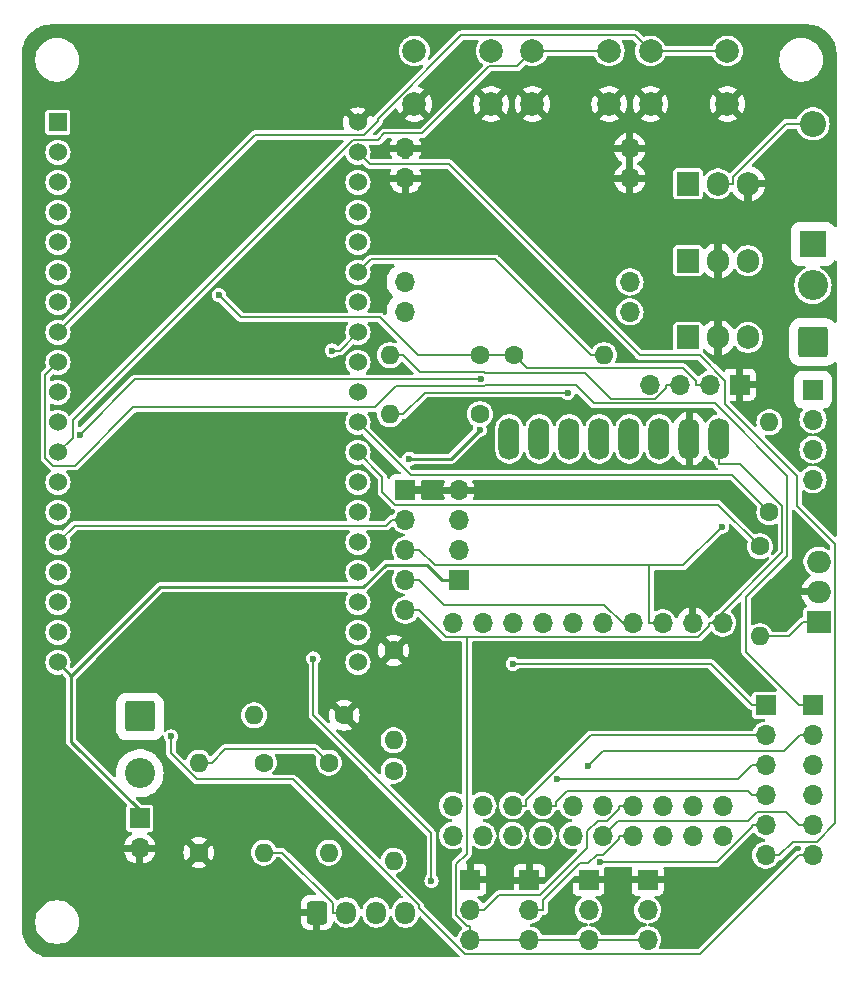
<source format=gbr>
%TF.GenerationSoftware,KiCad,Pcbnew,8.0.0*%
%TF.CreationDate,2024-07-03T13:45:23+02:00*%
%TF.ProjectId,KIBO V1,4b49424f-2056-4312-9e6b-696361645f70,rev?*%
%TF.SameCoordinates,Original*%
%TF.FileFunction,Copper,L2,Bot*%
%TF.FilePolarity,Positive*%
%FSLAX46Y46*%
G04 Gerber Fmt 4.6, Leading zero omitted, Abs format (unit mm)*
G04 Created by KiCad (PCBNEW 8.0.0) date 2024-07-03 13:45:23*
%MOMM*%
%LPD*%
G01*
G04 APERTURE LIST*
G04 Aperture macros list*
%AMRoundRect*
0 Rectangle with rounded corners*
0 $1 Rounding radius*
0 $2 $3 $4 $5 $6 $7 $8 $9 X,Y pos of 4 corners*
0 Add a 4 corners polygon primitive as box body*
4,1,4,$2,$3,$4,$5,$6,$7,$8,$9,$2,$3,0*
0 Add four circle primitives for the rounded corners*
1,1,$1+$1,$2,$3*
1,1,$1+$1,$4,$5*
1,1,$1+$1,$6,$7*
1,1,$1+$1,$8,$9*
0 Add four rect primitives between the rounded corners*
20,1,$1+$1,$2,$3,$4,$5,0*
20,1,$1+$1,$4,$5,$6,$7,0*
20,1,$1+$1,$6,$7,$8,$9,0*
20,1,$1+$1,$8,$9,$2,$3,0*%
G04 Aperture macros list end*
%TA.AperFunction,ComponentPad*%
%ADD10C,1.600000*%
%TD*%
%TA.AperFunction,ComponentPad*%
%ADD11O,1.600000X1.600000*%
%TD*%
%TA.AperFunction,ComponentPad*%
%ADD12R,1.700000X1.700000*%
%TD*%
%TA.AperFunction,ComponentPad*%
%ADD13O,1.700000X1.700000*%
%TD*%
%TA.AperFunction,ComponentPad*%
%ADD14R,1.905000X2.000000*%
%TD*%
%TA.AperFunction,ComponentPad*%
%ADD15O,1.905000X2.000000*%
%TD*%
%TA.AperFunction,ComponentPad*%
%ADD16R,2.200000X2.200000*%
%TD*%
%TA.AperFunction,ComponentPad*%
%ADD17O,2.200000X2.200000*%
%TD*%
%TA.AperFunction,ComponentPad*%
%ADD18R,2.000000X1.905000*%
%TD*%
%TA.AperFunction,ComponentPad*%
%ADD19O,2.000000X1.905000*%
%TD*%
%TA.AperFunction,ComponentPad*%
%ADD20O,1.778000X3.556000*%
%TD*%
%TA.AperFunction,ComponentPad*%
%ADD21RoundRect,0.249999X1.025001X-1.025001X1.025001X1.025001X-1.025001X1.025001X-1.025001X-1.025001X0*%
%TD*%
%TA.AperFunction,ComponentPad*%
%ADD22C,2.550000*%
%TD*%
%TA.AperFunction,ComponentPad*%
%ADD23RoundRect,0.249999X-1.025001X1.025001X-1.025001X-1.025001X1.025001X-1.025001X1.025001X1.025001X0*%
%TD*%
%TA.AperFunction,ComponentPad*%
%ADD24R,1.530000X1.530000*%
%TD*%
%TA.AperFunction,ComponentPad*%
%ADD25C,1.530000*%
%TD*%
%TA.AperFunction,ComponentPad*%
%ADD26C,2.000000*%
%TD*%
%TA.AperFunction,ComponentPad*%
%ADD27RoundRect,0.250000X-0.600000X-0.725000X0.600000X-0.725000X0.600000X0.725000X-0.600000X0.725000X0*%
%TD*%
%TA.AperFunction,ComponentPad*%
%ADD28O,1.700000X1.950000*%
%TD*%
%TA.AperFunction,ViaPad*%
%ADD29C,0.600000*%
%TD*%
%TA.AperFunction,Conductor*%
%ADD30C,0.200000*%
%TD*%
%TA.AperFunction,Conductor*%
%ADD31C,0.250000*%
%TD*%
G04 APERTURE END LIST*
D10*
%TO.P,R1,1*%
%TO.N,+3V3*%
X139310000Y-78500000D03*
D11*
%TO.P,R1,2*%
%TO.N,/SCL*%
X131690000Y-78500000D03*
%TD*%
D12*
%TO.P,mC2,1,ENA*%
%TO.N,/M3EN*%
X167500000Y-108150000D03*
D13*
%TO.P,mC2,2,IN1*%
%TO.N,/M3IN1*%
X167500000Y-110690000D03*
%TO.P,mC2,3,IN2*%
%TO.N,/M3IN2*%
X167500000Y-113230000D03*
%TO.P,mC2,4,IN3*%
%TO.N,/M4IN1*%
X167500000Y-115770000D03*
%TO.P,mC2,5,IN4*%
%TO.N,/M4IN2*%
X167500000Y-118310000D03*
%TO.P,mC2,6,ENB*%
%TO.N,/M4EN*%
X167500000Y-120850000D03*
%TD*%
D14*
%TO.P,Q1,1,B*%
%TO.N,/FAN*%
X156920000Y-64000000D03*
D15*
%TO.P,Q1,2,C*%
%TO.N,Net-(D1-A)*%
X159460000Y-64000000D03*
%TO.P,Q1,3,E*%
%TO.N,GND*%
X162000000Y-64000000D03*
%TD*%
D12*
%TO.P,uS2,1,NC*%
%TO.N,GND*%
X143500000Y-122960000D03*
D13*
%TO.P,uS2,2,COM*%
%TO.N,/S2*%
X143500000Y-125500000D03*
%TO.P,uS2,3,NO*%
%TO.N,+3V3*%
X143500000Y-128040000D03*
%TD*%
D12*
%TO.P,PWM1,1,GND*%
%TO.N,GND*%
X133000000Y-89925000D03*
D13*
%TO.P,PWM1,2,OE*%
%TO.N,/OE*%
X133000000Y-92465000D03*
%TO.P,PWM1,3,SCL*%
%TO.N,/SCL*%
X133000000Y-95005000D03*
%TO.P,PWM1,4,SDA*%
%TO.N,/SDA*%
X133000000Y-97545000D03*
%TO.P,PWM1,5,VCC*%
%TO.N,+3V3*%
X133000000Y-100085000D03*
%TD*%
D16*
%TO.P,D1,1,K*%
%TO.N,+11V1*%
X167500000Y-69080000D03*
D17*
%TO.P,D1,2,A*%
%TO.N,Net-(D1-A)*%
X167500000Y-58920000D03*
%TD*%
D12*
%TO.P,uS4,1,NC*%
%TO.N,GND*%
X153500000Y-122920000D03*
D13*
%TO.P,uS4,2,COM*%
%TO.N,/S4*%
X153500000Y-125460000D03*
%TO.P,uS4,3,NO*%
%TO.N,+3V3*%
X153500000Y-128000000D03*
%TD*%
D18*
%TO.P,Q4,1,B*%
%TO.N,Net-(Q4-B)*%
X168000000Y-101080000D03*
D19*
%TO.P,Q4,2,C*%
%TO.N,GND*%
X168000000Y-98540000D03*
%TO.P,Q4,3,E*%
%TO.N,Net-(D3-RK)*%
X168000000Y-96000000D03*
%TD*%
D13*
%TO.P,MP1584EN1,1,IN-*%
%TO.N,GND*%
X133000000Y-61000000D03*
%TO.P,MP1584EN1,2,IN-*%
X133000000Y-63540000D03*
%TO.P,MP1584EN1,3,IN+*%
%TO.N,+11V1*%
X133000000Y-72300000D03*
%TO.P,MP1584EN1,4,IN+*%
X133000000Y-74840000D03*
%TO.P,MP1584EN1,5,OUT-*%
%TO.N,GND*%
X152000000Y-61000000D03*
%TO.P,MP1584EN1,6,OUT-*%
X152000000Y-63540000D03*
%TO.P,MP1584EN1,7,OUT+*%
%TO.N,+5V*%
X152000000Y-72300000D03*
%TO.P,MP1584EN1,8,OUT+*%
X152000000Y-74840000D03*
%TD*%
D20*
%TO.P,GY-521,ADO,ADO*%
%TO.N,unconnected-(GY-521-PadADO)*%
X144332500Y-85602500D03*
%TO.P,GY-521,GND,GND*%
%TO.N,GND*%
X157032500Y-85602500D03*
%TO.P,GY-521,INT,INT*%
%TO.N,unconnected-(GY-521-PadINT)*%
X141792500Y-85602500D03*
%TO.P,GY-521,SCL,SCL*%
%TO.N,/SCL*%
X154492500Y-85602500D03*
%TO.P,GY-521,SDA,SDA*%
%TO.N,/SDA*%
X151952500Y-85602500D03*
%TO.P,GY-521,VCC,VCC*%
%TO.N,+3V3*%
X159572500Y-85602500D03*
%TO.P,GY-521,XCL,XCL*%
%TO.N,unconnected-(GY-521-PadXCL)*%
X146872500Y-85602500D03*
%TO.P,GY-521,XDA,XDA*%
%TO.N,unconnected-(GY-521-PadXDA)*%
X149412500Y-85602500D03*
%TD*%
D14*
%TO.P,Q3,1,B*%
%TO.N,Net-(Q3-B)*%
X156920000Y-77000000D03*
D15*
%TO.P,Q3,2,C*%
%TO.N,GND*%
X159460000Y-77000000D03*
%TO.P,Q3,3,E*%
%TO.N,Net-(D3-BK)*%
X162000000Y-77000000D03*
%TD*%
D21*
%TO.P,MF1,1,+*%
%TO.N,+11V1*%
X167500000Y-77400000D03*
D22*
%TO.P,MF1,2,-*%
%TO.N,Net-(D1-A)*%
X167500000Y-72600000D03*
%TD*%
D12*
%TO.P,uS1,1,NC*%
%TO.N,GND*%
X138500000Y-122920000D03*
D13*
%TO.P,uS1,2,COM*%
%TO.N,/S1*%
X138500000Y-125460000D03*
%TO.P,uS1,3,NO*%
%TO.N,+3V3*%
X138500000Y-128000000D03*
%TD*%
D12*
%TO.P,mC1,1,ENA*%
%TO.N,/M1EN*%
X163500000Y-108150000D03*
D13*
%TO.P,mC1,2,IN1*%
%TO.N,/M1IN1*%
X163500000Y-110690000D03*
%TO.P,mC1,3,IN2*%
%TO.N,/M1IN2*%
X163500000Y-113230000D03*
%TO.P,mC1,4,IN3*%
%TO.N,/M2IN1*%
X163500000Y-115770000D03*
%TO.P,mC1,5,IN4*%
%TO.N,/M2IN2*%
X163500000Y-118310000D03*
%TO.P,mC1,6,ENB*%
%TO.N,/M2EN*%
X163500000Y-120850000D03*
%TD*%
D23*
%TO.P,SWP1,1,A*%
%TO.N,Net-(BT1-+)*%
X110500000Y-109100000D03*
D22*
%TO.P,SWP1,2,B*%
%TO.N,+11V1*%
X110500000Y-113900000D03*
%TD*%
D14*
%TO.P,Q2,1,B*%
%TO.N,Net-(Q2-B)*%
X156920000Y-70500000D03*
D15*
%TO.P,Q2,2,C*%
%TO.N,GND*%
X159460000Y-70500000D03*
%TO.P,Q2,3,E*%
%TO.N,Net-(D3-GK)*%
X162000000Y-70500000D03*
%TD*%
D10*
%TO.P,R7,1*%
%TO.N,GND*%
X127810000Y-109000000D03*
D11*
%TO.P,R7,2*%
%TO.N,/CLL1*%
X120190000Y-109000000D03*
%TD*%
D12*
%TO.P,uSR1,1,VCC*%
%TO.N,+5V*%
X137500000Y-97580000D03*
D13*
%TO.P,uSR1,2,TRIG*%
%TO.N,/TRIG*%
X137500000Y-95040000D03*
%TO.P,uSR1,3,ECHO*%
%TO.N,/ECHO*%
X137500000Y-92500000D03*
%TO.P,uSR1,4,GND*%
%TO.N,GND*%
X137500000Y-89960000D03*
%TD*%
D10*
%TO.P,R10,1*%
%TO.N,/CLL3*%
X132000000Y-113690000D03*
D11*
%TO.P,R10,2*%
%TO.N,Net-(J1-Pin_4)*%
X132000000Y-121310000D03*
%TD*%
D12*
%TO.P,DM1,1,GND*%
%TO.N,GND*%
X161300000Y-81000000D03*
D13*
%TO.P,DM1,2,VCC_IN*%
%TO.N,+3V3*%
X158760000Y-81000000D03*
%TO.P,DM1,3,SCL*%
%TO.N,/SCL*%
X156220000Y-81000000D03*
%TO.P,DM1,4,SDA*%
%TO.N,/SDA*%
X153680000Y-81000000D03*
%TD*%
D10*
%TO.P,R6,1*%
%TO.N,/CLL1*%
X121000000Y-113000000D03*
D11*
%TO.P,R6,2*%
%TO.N,Net-(J1-Pin_2)*%
X121000000Y-120620000D03*
%TD*%
D24*
%TO.P,ESP32,1,3V3*%
%TO.N,+3V3*%
X103572500Y-58800000D03*
D25*
%TO.P,ESP32,2,EN*%
%TO.N,unconnected-(ESP32-EN-Pad2)*%
X103572500Y-61340000D03*
%TO.P,ESP32,3,SENSOR_VP*%
%TO.N,unconnected-(ESP32-SENSOR_VP-Pad3)*%
X103572500Y-63880000D03*
%TO.P,ESP32,4,SENSOR_VN*%
%TO.N,unconnected-(ESP32-SENSOR_VN-Pad4)*%
X103572500Y-66420000D03*
%TO.P,ESP32,5,IO34*%
%TO.N,/CLL1*%
X103572500Y-68960000D03*
%TO.P,ESP32,6,IO35*%
%TO.N,/CLL2*%
X103572500Y-71500000D03*
%TO.P,ESP32,7,IO32*%
%TO.N,/CLL3*%
X103572500Y-74040000D03*
%TO.P,ESP32,8,IO33*%
%TO.N,/SW3*%
X103572500Y-76580000D03*
%TO.P,ESP32,9,IO25*%
%TO.N,/M3EN*%
X103572500Y-79120000D03*
%TO.P,ESP32,10,IO26*%
%TO.N,/M4EN*%
X103572500Y-81660000D03*
%TO.P,ESP32,11,IO27*%
%TO.N,/B*%
X103572500Y-84200000D03*
%TO.P,ESP32,12,IO14*%
%TO.N,/SW2*%
X103572500Y-86740000D03*
%TO.P,ESP32,13,IO12*%
%TO.N,unconnected-(ESP32-IO12-Pad13)*%
X103572500Y-89280000D03*
%TO.P,ESP32,14,GND1*%
%TO.N,unconnected-(ESP32-GND1-Pad14)*%
X103572500Y-91820000D03*
%TO.P,ESP32,15,IO13*%
%TO.N,/OE*%
X103572500Y-94360000D03*
%TO.P,ESP32,16,SD2*%
%TO.N,unconnected-(ESP32-SD2-Pad16)*%
X103572500Y-96900000D03*
%TO.P,ESP32,17,SD3*%
%TO.N,unconnected-(ESP32-SD3-Pad17)*%
X103572500Y-99440000D03*
%TO.P,ESP32,18,CMD*%
%TO.N,unconnected-(ESP32-CMD-Pad18)*%
X103572500Y-101980000D03*
%TO.P,ESP32,19,EXT_5V*%
%TO.N,+5V*%
X103572500Y-104520000D03*
%TO.P,ESP32,20,CLK*%
%TO.N,unconnected-(ESP32-CLK-Pad20)*%
X128972500Y-104520000D03*
%TO.P,ESP32,21,SD0*%
%TO.N,unconnected-(ESP32-SD0-Pad21)*%
X128972500Y-101980000D03*
%TO.P,ESP32,22,SD1*%
%TO.N,unconnected-(ESP32-SD1-Pad22)*%
X128972500Y-99440000D03*
%TO.P,ESP32,23,IO15*%
%TO.N,/SW1*%
X128972500Y-96900000D03*
%TO.P,ESP32,24,IO2*%
%TO.N,unconnected-(ESP32-IO2-Pad24)*%
X128972500Y-94360000D03*
%TO.P,ESP32,25,IO0*%
%TO.N,unconnected-(ESP32-IO0-Pad25)*%
X128972500Y-91820000D03*
%TO.P,ESP32,26,IO4*%
%TO.N,unconnected-(ESP32-IO4-Pad26)*%
X128972500Y-89280000D03*
%TO.P,ESP32,27,IO16*%
%TO.N,/R*%
X128972500Y-86740000D03*
%TO.P,ESP32,28,IO17*%
%TO.N,/G*%
X128972500Y-84200000D03*
%TO.P,ESP32,29,IO5*%
%TO.N,/TRIG*%
X128972500Y-81660000D03*
%TO.P,ESP32,30,IO18*%
%TO.N,/ECHO*%
X128972500Y-79120000D03*
%TO.P,ESP32,31,IO19*%
%TO.N,/M1EN*%
X128972500Y-76580000D03*
%TO.P,ESP32,32,GND2*%
%TO.N,unconnected-(ESP32-GND2-Pad32)*%
X128972500Y-74040000D03*
%TO.P,ESP32,33,IO21*%
%TO.N,/SDA*%
X128972500Y-71500000D03*
%TO.P,ESP32,34,RXD0*%
%TO.N,unconnected-(ESP32-RXD0-Pad34)*%
X128972500Y-68960000D03*
%TO.P,ESP32,35,TXD0*%
%TO.N,unconnected-(ESP32-TXD0-Pad35)*%
X128972500Y-66420000D03*
%TO.P,ESP32,36,IO22*%
%TO.N,/SCL*%
X128972500Y-63880000D03*
%TO.P,ESP32,37,IO23*%
%TO.N,/M2EN*%
X128972500Y-61340000D03*
%TO.P,ESP32,38,GND3*%
%TO.N,GND*%
X128972500Y-58800000D03*
%TD*%
D13*
%TO.P,MCP23017,1,A2*%
%TO.N,unconnected-(MCP23017-A2-Pad1)*%
X137000000Y-101180000D03*
%TO.P,MCP23017,2,A1*%
%TO.N,unconnected-(MCP23017-A1-Pad2)*%
X139540000Y-101180000D03*
%TO.P,MCP23017,3,A0*%
%TO.N,unconnected-(MCP23017-A0-Pad3)*%
X142080000Y-101180000D03*
%TO.P,MCP23017,4,RESET*%
%TO.N,unconnected-(MCP23017-RESET-Pad4)*%
X144620000Y-101180000D03*
%TO.P,MCP23017,5,NC/SO*%
%TO.N,unconnected-(MCP23017-NC{slash}SO-Pad5)*%
X147160000Y-101180000D03*
%TO.P,MCP23017,6,NC/CS*%
%TO.N,unconnected-(MCP23017-NC{slash}CS-Pad6)*%
X149700000Y-101180000D03*
%TO.P,MCP23017,7,SDA*%
%TO.N,/SDA*%
X152240000Y-101180000D03*
%TO.P,MCP23017,8,SCK*%
%TO.N,/SCL*%
X154780000Y-101180000D03*
%TO.P,MCP23017,9,GND*%
%TO.N,GND*%
X157320000Y-101180000D03*
%TO.P,MCP23017,10,VCC*%
%TO.N,+3V3*%
X159860000Y-101180000D03*
%TO.P,MCP23017,11,VCC*%
%TO.N,unconnected-(MCP23017-VCC-Pad11)*%
X137000000Y-116640000D03*
%TO.P,MCP23017,12,GND*%
%TO.N,unconnected-(MCP23017-GND-Pad12)*%
X137000000Y-119180000D03*
%TO.P,MCP23017,13,ITB*%
%TO.N,unconnected-(MCP23017-ITB-Pad13)*%
X139540000Y-116640000D03*
%TO.P,MCP23017,14,ITA*%
%TO.N,unconnected-(MCP23017-ITA-Pad14)*%
X139540000Y-119180000D03*
%TO.P,MCP23017,15,B0*%
%TO.N,/M1IN1*%
X142080000Y-116640000D03*
%TO.P,MCP23017,16,A0*%
%TO.N,/M1IN2*%
X142080000Y-119180000D03*
%TO.P,MCP23017,17,B1*%
%TO.N,/M2IN1*%
X144620000Y-116640000D03*
%TO.P,MCP23017,18,A1*%
%TO.N,/M2IN2*%
X144620000Y-119180000D03*
%TO.P,MCP23017,19,B2*%
%TO.N,/M3IN1*%
X147160000Y-116640000D03*
%TO.P,MCP23017,20,A2*%
%TO.N,/M3IN2*%
X147160000Y-119180000D03*
%TO.P,MCP23017,21,B3*%
%TO.N,/M4IN1*%
X149700000Y-116640000D03*
%TO.P,MCP23017,22,A3*%
%TO.N,/M4IN2*%
X149700000Y-119180000D03*
%TO.P,MCP23017,23,B4*%
%TO.N,/S1*%
X152240000Y-116640000D03*
%TO.P,MCP23017,24,A4*%
%TO.N,/S2*%
X152240000Y-119180000D03*
%TO.P,MCP23017,25,B5*%
%TO.N,/S3*%
X154780000Y-116640000D03*
%TO.P,MCP23017,26,A5*%
%TO.N,/S4*%
X154780000Y-119180000D03*
%TO.P,MCP23017,27,B6*%
%TO.N,/FAN*%
X157320000Y-116640000D03*
%TO.P,MCP23017,28,A6*%
%TO.N,unconnected-(MCP23017-A6-Pad28)*%
X157320000Y-119180000D03*
%TO.P,MCP23017,30,A7*%
%TO.N,unconnected-(MCP23017-A7-Pad30)*%
X159860000Y-119180000D03*
%TO.P,MCP23017,31*%
%TO.N,N/C*%
X159860000Y-116640000D03*
%TD*%
D12*
%TO.P,uS3,1,NC*%
%TO.N,GND*%
X148500000Y-122920000D03*
D13*
%TO.P,uS3,2,COM*%
%TO.N,/S3*%
X148500000Y-125460000D03*
%TO.P,uS3,3,NO*%
%TO.N,+3V3*%
X148500000Y-128000000D03*
%TD*%
D12*
%TO.P,ESP32c1,1,5V*%
%TO.N,+5V*%
X110500000Y-117725000D03*
D13*
%TO.P,ESP32c1,2,GND@3*%
%TO.N,GND*%
X110500000Y-120265000D03*
%TD*%
D10*
%TO.P,R9,1*%
%TO.N,GND*%
X115500000Y-120620000D03*
D11*
%TO.P,R9,2*%
%TO.N,/CLL2*%
X115500000Y-113000000D03*
%TD*%
D26*
%TO.P,SWC1,1,1*%
%TO.N,/SW1*%
X133750000Y-52750000D03*
X140250000Y-52750000D03*
%TO.P,SWC1,2,2*%
%TO.N,GND*%
X133750000Y-57250000D03*
X140250000Y-57250000D03*
%TD*%
%TO.P,SWC3,1,1*%
%TO.N,/SW3*%
X153750000Y-52750000D03*
X160250000Y-52750000D03*
%TO.P,SWC3,2,2*%
%TO.N,GND*%
X153750000Y-57250000D03*
X160250000Y-57250000D03*
%TD*%
D10*
%TO.P,R11,1*%
%TO.N,GND*%
X132000000Y-103500000D03*
D11*
%TO.P,R11,2*%
%TO.N,/CLL3*%
X132000000Y-111120000D03*
%TD*%
D10*
%TO.P,R4,1*%
%TO.N,/G*%
X163810000Y-91810000D03*
D11*
%TO.P,R4,2*%
%TO.N,Net-(Q2-B)*%
X163810000Y-84190000D03*
%TD*%
D27*
%TO.P,J1,1,Pin_1*%
%TO.N,GND*%
X125500000Y-125700000D03*
D28*
%TO.P,J1,2,Pin_2*%
%TO.N,Net-(J1-Pin_2)*%
X128000000Y-125700000D03*
%TO.P,J1,3,Pin_3*%
%TO.N,Net-(J1-Pin_3)*%
X130500000Y-125700000D03*
%TO.P,J1,4,Pin_4*%
%TO.N,Net-(J1-Pin_4)*%
X133000000Y-125700000D03*
%TD*%
D10*
%TO.P,R8,1*%
%TO.N,/CLL2*%
X126500000Y-113000000D03*
D11*
%TO.P,R8,2*%
%TO.N,Net-(J1-Pin_3)*%
X126500000Y-120620000D03*
%TD*%
D10*
%TO.P,R5,1*%
%TO.N,/R*%
X163000000Y-94690000D03*
D11*
%TO.P,R5,2*%
%TO.N,Net-(Q4-B)*%
X163000000Y-102310000D03*
%TD*%
D26*
%TO.P,SWC2,1,1*%
%TO.N,/SW2*%
X143750000Y-52750000D03*
X150250000Y-52750000D03*
%TO.P,SWC2,2,2*%
%TO.N,GND*%
X143750000Y-57250000D03*
X150250000Y-57250000D03*
%TD*%
D10*
%TO.P,R2,1*%
%TO.N,+3V3*%
X142190000Y-78500000D03*
D11*
%TO.P,R2,2*%
%TO.N,/SDA*%
X149810000Y-78500000D03*
%TD*%
D10*
%TO.P,R3,1*%
%TO.N,/B*%
X139310000Y-83500000D03*
D11*
%TO.P,R3,2*%
%TO.N,Net-(Q3-B)*%
X131690000Y-83500000D03*
%TD*%
D12*
%TO.P,D3,1,A*%
%TO.N,+11V1*%
X167500000Y-81420000D03*
D13*
%TO.P,D3,2,GK*%
%TO.N,Net-(D3-GK)*%
X167500000Y-83960000D03*
%TO.P,D3,3,RK*%
%TO.N,Net-(D3-RK)*%
X167500000Y-86500000D03*
%TO.P,D3,4,BK*%
%TO.N,Net-(D3-BK)*%
X167500000Y-89040000D03*
%TD*%
D29*
%TO.N,GND*%
X134400000Y-85800000D03*
X157800000Y-98000000D03*
X108600000Y-76600000D03*
X126400000Y-76800000D03*
X136600000Y-107200000D03*
X118600000Y-101800000D03*
X159200000Y-102800000D03*
X135800000Y-129000000D03*
X163000000Y-57600000D03*
X160000000Y-79000000D03*
X165200000Y-63800000D03*
X122800000Y-122800000D03*
X166200000Y-92600000D03*
X159200000Y-108600000D03*
X139600000Y-106200000D03*
X126000000Y-87600000D03*
X136600000Y-103400000D03*
X162000000Y-83200000D03*
X140800000Y-120400000D03*
X141000000Y-82400000D03*
X126400000Y-61000000D03*
X126800000Y-100600000D03*
X163200000Y-93200000D03*
X151000000Y-125800000D03*
X158400000Y-90000000D03*
X106200000Y-123400000D03*
X164600000Y-85400000D03*
X116200000Y-54400000D03*
X138800000Y-69800000D03*
X161000000Y-72800000D03*
X111400000Y-72400000D03*
X160800000Y-90800000D03*
X134400000Y-121400000D03*
X137800000Y-82800000D03*
X147000000Y-74800000D03*
X131000000Y-61200000D03*
X155200000Y-98000000D03*
X162400000Y-123200000D03*
X146000000Y-126000000D03*
X149400000Y-70800000D03*
X105800000Y-80600000D03*
X126400000Y-69600000D03*
X118600000Y-115600000D03*
X165400000Y-98000000D03*
X123400000Y-90000000D03*
X133800000Y-66400000D03*
X142400000Y-61800000D03*
X156000000Y-59600000D03*
X133000000Y-84400000D03*
X161000000Y-94400000D03*
X114400000Y-109000000D03*
X140400000Y-103400000D03*
X123600000Y-119400000D03*
X145600000Y-83600000D03*
X145600000Y-107200000D03*
X141000000Y-113600000D03*
X126200000Y-97200000D03*
X160600000Y-93600000D03*
X156200000Y-73000000D03*
X116200000Y-66600000D03*
X155200000Y-66000000D03*
%TO.N,/FAN*%
X125200000Y-104200000D03*
X135200000Y-123000000D03*
%TO.N,Net-(Q3-B)*%
X146734400Y-81677600D03*
%TO.N,/SCL*%
X159768000Y-93064500D03*
%TO.N,+3V3*%
X117203100Y-73415500D03*
%TO.N,/B*%
X139387500Y-80553200D03*
X105435000Y-85229000D03*
%TO.N,+5V*%
X139278100Y-84857300D03*
X133316400Y-87273000D03*
%TO.N,/M3IN1*%
X148459500Y-113296000D03*
%TO.N,/M2IN2*%
X149430000Y-121400900D03*
%TO.N,/M1IN2*%
X145866500Y-114414400D03*
%TO.N,/M1EN*%
X126767700Y-78118000D03*
X142090900Y-104630000D03*
%TO.N,/M4EN*%
X113150500Y-110792400D03*
%TD*%
D30*
%TO.N,Net-(D1-A)*%
X165227000Y-58920000D02*
X160714200Y-63432800D01*
X167500000Y-58920000D02*
X165227000Y-58920000D01*
X160714200Y-63432800D02*
X160714200Y-64000000D01*
X159460000Y-64000000D02*
X160714200Y-64000000D01*
%TO.N,/FAN*%
X135200000Y-119006346D02*
X135200000Y-123000000D01*
X125200000Y-109006346D02*
X135200000Y-119006346D01*
X125200000Y-104200000D02*
X125200000Y-109006346D01*
%TO.N,Net-(Q3-B)*%
X131690000Y-83500000D02*
X132791700Y-83500000D01*
X132791700Y-83500000D02*
X134614100Y-81677600D01*
X134614100Y-81677600D02*
X146734400Y-81677600D01*
%TO.N,Net-(Q4-B)*%
X165468300Y-102310000D02*
X166698300Y-101080000D01*
X168000000Y-101080000D02*
X166698300Y-101080000D01*
X163000000Y-102310000D02*
X165468300Y-102310000D01*
%TO.N,/SCL*%
X154780000Y-101180000D02*
X153628300Y-101180000D01*
X134243200Y-79951500D02*
X132791700Y-78500000D01*
X155068300Y-81000000D02*
X155068300Y-81287900D01*
X148212000Y-80037300D02*
X139722500Y-80037300D01*
X135458900Y-96310000D02*
X134153900Y-95005000D01*
X131690000Y-78500000D02*
X132791700Y-78500000D01*
X150370400Y-82195700D02*
X148212000Y-80037300D01*
X156220000Y-81000000D02*
X155068300Y-81000000D01*
X133000000Y-95005000D02*
X134151700Y-95005000D01*
X155068300Y-81287900D02*
X154160500Y-82195700D01*
X153628300Y-101180000D02*
X153628300Y-96310000D01*
X153628300Y-96310000D02*
X156522500Y-96310000D01*
X153628300Y-96310000D02*
X135458900Y-96310000D01*
X134153900Y-95005000D02*
X134151700Y-95005000D01*
X139636700Y-79951500D02*
X134243200Y-79951500D01*
X139722500Y-80037300D02*
X139636700Y-79951500D01*
X154160500Y-82195700D02*
X150370400Y-82195700D01*
X156522500Y-96310000D02*
X159768000Y-93064500D01*
%TO.N,+3V3*%
X130860100Y-75310000D02*
X119097600Y-75310000D01*
X157608300Y-80731500D02*
X157608300Y-81000000D01*
X159572500Y-85602500D02*
X159572500Y-87682200D01*
X119097600Y-75310000D02*
X117203100Y-73415500D01*
X134050100Y-78500000D02*
X130860100Y-75310000D01*
X159860000Y-101180000D02*
X158946600Y-101180000D01*
X144691700Y-128000000D02*
X144651700Y-128040000D01*
X138195100Y-120726800D02*
X138195100Y-102347700D01*
X136414400Y-102347700D02*
X138195100Y-102347700D01*
X139310000Y-78500000D02*
X134050100Y-78500000D01*
X138195100Y-102347700D02*
X157809100Y-102347700D01*
X138212100Y-126848300D02*
X137299800Y-125936000D01*
X153500000Y-128000000D02*
X148500000Y-128000000D01*
X137299800Y-121622100D02*
X138195100Y-120726800D01*
X143302100Y-79612100D02*
X156488900Y-79612100D01*
X143500000Y-128040000D02*
X142348300Y-128040000D01*
X133000000Y-100085000D02*
X134151700Y-100085000D01*
X138500000Y-126848300D02*
X138212100Y-126848300D01*
X158946600Y-101180000D02*
X158708300Y-101180000D01*
X134151700Y-100085000D02*
X136414400Y-102347700D01*
X148500000Y-128000000D02*
X144691700Y-128000000D01*
X156488900Y-79612100D02*
X157608300Y-80731500D01*
X142190000Y-78500000D02*
X143302100Y-79612100D01*
X137299800Y-125936000D02*
X137299800Y-121622100D01*
X164912700Y-91252200D02*
X164912700Y-95213900D01*
X161342700Y-87682200D02*
X164912700Y-91252200D01*
X158708300Y-101448500D02*
X158708300Y-101180000D01*
X142308300Y-128000000D02*
X142348300Y-128040000D01*
X158760000Y-81000000D02*
X157608300Y-81000000D01*
X159572500Y-87682200D02*
X161342700Y-87682200D01*
X138500000Y-128000000D02*
X138500000Y-126848300D01*
X157809100Y-102347700D02*
X158708300Y-101448500D01*
X138500000Y-128000000D02*
X142308300Y-128000000D01*
X143500000Y-128040000D02*
X144651700Y-128040000D01*
X139310000Y-78500000D02*
X142190000Y-78500000D01*
X164912700Y-95213900D02*
X158946600Y-101180000D01*
%TO.N,/SDA*%
X140608300Y-70400000D02*
X148708300Y-78500000D01*
X148708300Y-78500000D02*
X149810000Y-78500000D01*
X151379200Y-101180000D02*
X149825800Y-99626600D01*
X149825800Y-99626600D02*
X136233300Y-99626600D01*
X152240000Y-101180000D02*
X151379200Y-101180000D01*
X128972500Y-71500000D02*
X130072500Y-70400000D01*
X136233300Y-99626600D02*
X134151700Y-97545000D01*
X133000000Y-97545000D02*
X134151700Y-97545000D01*
X130072500Y-70400000D02*
X140608300Y-70400000D01*
%TO.N,/B*%
X105435000Y-85229000D02*
X110110800Y-80553200D01*
X110110800Y-80553200D02*
X139387500Y-80553200D01*
%TO.N,/G*%
X163810000Y-91810000D02*
X160669600Y-88669600D01*
X133442100Y-88669600D02*
X128972500Y-84200000D01*
X160669600Y-88669600D02*
X133442100Y-88669600D01*
%TO.N,/R*%
X131051600Y-88819100D02*
X131051600Y-90115700D01*
X131051600Y-90115700D02*
X132107400Y-91171500D01*
X159481500Y-91171500D02*
X163000000Y-94690000D01*
X128972500Y-86740000D02*
X131051600Y-88819100D01*
X132107400Y-91171500D02*
X159481500Y-91171500D01*
D31*
%TO.N,+5V*%
X112205300Y-98170000D02*
X104713900Y-105661400D01*
X103572500Y-104520000D02*
X104713900Y-105661400D01*
X131327500Y-96275000D02*
X129432500Y-98170000D01*
X133316400Y-87273000D02*
X136862400Y-87273000D01*
X104713900Y-111248350D02*
X110500000Y-117034450D01*
X136125500Y-97580000D02*
X134820500Y-96275000D01*
X104713900Y-105661400D02*
X104713900Y-111248350D01*
X137500000Y-97580000D02*
X136125500Y-97580000D01*
X134820500Y-96275000D02*
X131327500Y-96275000D01*
X110500000Y-117034450D02*
X110500000Y-117725000D01*
X129432500Y-98170000D02*
X112205300Y-98170000D01*
X136862400Y-87273000D02*
X139278100Y-84857300D01*
D30*
%TO.N,/M1IN1*%
X142080000Y-116640000D02*
X143231700Y-116640000D01*
X163500000Y-110690000D02*
X148740100Y-110690000D01*
X148740100Y-110690000D02*
X143231700Y-116198400D01*
X143231700Y-116198400D02*
X143231700Y-116640000D01*
%TO.N,/M2IN1*%
X162019000Y-115440700D02*
X162348300Y-115770000D01*
X145771700Y-116640000D02*
X145771700Y-116352100D01*
X163500000Y-115770000D02*
X162348300Y-115770000D01*
X144620000Y-116640000D02*
X145771700Y-116640000D01*
X145771700Y-116352100D02*
X146683100Y-115440700D01*
X146683100Y-115440700D02*
X162019000Y-115440700D01*
%TO.N,/M4IN2*%
X162013000Y-117927900D02*
X162792200Y-117148700D01*
X149700000Y-119180000D02*
X150952100Y-117927900D01*
X167500000Y-118310000D02*
X166348300Y-118310000D01*
X150952100Y-117927900D02*
X162013000Y-117927900D01*
X162792200Y-117148700D02*
X165187000Y-117148700D01*
X165187000Y-117148700D02*
X166348300Y-118310000D01*
%TO.N,/S1*%
X140881700Y-124230000D02*
X139651700Y-125460000D01*
X148391800Y-118799800D02*
X148391800Y-120197600D01*
X144359400Y-124230000D02*
X140881700Y-124230000D01*
X151088300Y-116640000D02*
X151088300Y-116897000D01*
X138500000Y-125460000D02*
X139651700Y-125460000D01*
X151088300Y-116897000D02*
X150075300Y-117910000D01*
X148391800Y-120197600D02*
X144359400Y-124230000D01*
X150075300Y-117910000D02*
X149281600Y-117910000D01*
X149281600Y-117910000D02*
X148391800Y-118799800D01*
X152240000Y-116640000D02*
X151088300Y-116640000D01*
%TO.N,/M3IN1*%
X149698800Y-112056700D02*
X148459500Y-113296000D01*
X165047700Y-112056700D02*
X149698800Y-112056700D01*
X166414400Y-110690000D02*
X165047700Y-112056700D01*
X167500000Y-110690000D02*
X166414400Y-110690000D01*
%TO.N,/M2IN2*%
X162348300Y-118429300D02*
X162348300Y-118310000D01*
X163500000Y-118310000D02*
X162348300Y-118310000D01*
X149430000Y-121400900D02*
X159376700Y-121400900D01*
X159376700Y-121400900D02*
X162348300Y-118429300D01*
%TO.N,/M1IN2*%
X163500000Y-113230000D02*
X162348300Y-113230000D01*
X161163900Y-114414400D02*
X162348300Y-113230000D01*
X145866500Y-114414400D02*
X161163900Y-114414400D01*
%TO.N,/S2*%
X148493500Y-121486600D02*
X148493500Y-121486700D01*
X143500000Y-125500000D02*
X144651700Y-125500000D01*
X147801200Y-121486700D02*
X144651700Y-124636200D01*
X151088300Y-119180000D02*
X151088300Y-119448500D01*
X149180900Y-120799200D02*
X148493500Y-121486600D01*
X148493500Y-121486700D02*
X147801200Y-121486700D01*
X144651700Y-124636200D02*
X144651700Y-125500000D01*
X152240000Y-119180000D02*
X151088300Y-119180000D01*
X149737600Y-120799200D02*
X149180900Y-120799200D01*
X151088300Y-119448500D02*
X149737600Y-120799200D01*
%TO.N,/M2EN*%
X152869600Y-78507700D02*
X136691900Y-62330000D01*
X167803800Y-119698300D02*
X169384300Y-118117800D01*
X129962500Y-62330000D02*
X128972500Y-61340000D01*
X157899800Y-78507700D02*
X152869600Y-78507700D01*
X164651700Y-120850000D02*
X165803400Y-119698300D01*
X160090000Y-80697900D02*
X157899800Y-78507700D01*
X160090000Y-82672100D02*
X160090000Y-80697900D01*
X169384300Y-94495000D02*
X166179600Y-91290300D01*
X136691900Y-62330000D02*
X129962500Y-62330000D01*
X169384300Y-118117800D02*
X169384300Y-94495000D01*
X163500000Y-120850000D02*
X164651700Y-120850000D01*
X166179600Y-91290300D02*
X166179600Y-88761700D01*
X166179600Y-88761700D02*
X160090000Y-82672100D01*
X165803400Y-119698300D02*
X167803800Y-119698300D01*
%TO.N,/OE*%
X103572500Y-94360000D02*
X104990300Y-92942200D01*
X131371100Y-92942200D02*
X131848300Y-92465000D01*
X133000000Y-92465000D02*
X131848300Y-92465000D01*
X104990300Y-92942200D02*
X131371100Y-92942200D01*
%TO.N,/M1EN*%
X127434500Y-78118000D02*
X126767700Y-78118000D01*
X128972500Y-76580000D02*
X127434500Y-78118000D01*
X142090900Y-104630000D02*
X158828300Y-104630000D01*
X163500000Y-108150000D02*
X162348300Y-108150000D01*
X158828300Y-104630000D02*
X162348300Y-108150000D01*
%TO.N,Net-(J1-Pin_2)*%
X126848300Y-124908200D02*
X122560100Y-120620000D01*
X126848300Y-125700000D02*
X126848300Y-124908200D01*
X128000000Y-125700000D02*
X126848300Y-125700000D01*
X122560100Y-120620000D02*
X121000000Y-120620000D01*
%TO.N,/M3EN*%
X130385000Y-82930000D02*
X132160100Y-81154900D01*
X103572500Y-79120000D02*
X102499800Y-80192700D01*
X139636700Y-81154900D02*
X139722400Y-81069200D01*
X167500000Y-108150000D02*
X166348300Y-108150000D01*
X147400900Y-81069200D02*
X148930500Y-82598800D01*
X103169900Y-87855300D02*
X105036700Y-87855300D01*
X105036700Y-87855300D02*
X109962000Y-82930000D01*
X139722400Y-81069200D02*
X147400900Y-81069200D01*
X132160100Y-81154900D02*
X139636700Y-81154900D01*
X109962000Y-82930000D02*
X130385000Y-82930000D01*
X161849300Y-103651000D02*
X166348300Y-108150000D01*
X148930500Y-82598800D02*
X159204900Y-82598800D01*
X161849300Y-98976800D02*
X161849300Y-103651000D01*
X102499800Y-80192700D02*
X102499800Y-87185200D01*
X165326000Y-95500100D02*
X161849300Y-98976800D01*
X165326000Y-88719900D02*
X165326000Y-95500100D01*
X159204900Y-82598800D02*
X165326000Y-88719900D01*
X102499800Y-87185200D02*
X103169900Y-87855300D01*
%TO.N,/CLL2*%
X115500000Y-113000000D02*
X116601700Y-113000000D01*
X125368200Y-111868200D02*
X126500000Y-113000000D01*
X116601700Y-113000000D02*
X117733500Y-111868200D01*
X117733500Y-111868200D02*
X125368200Y-111868200D01*
%TO.N,/M4EN*%
X113150500Y-112225000D02*
X113150500Y-110792400D01*
X166348300Y-120850000D02*
X157977300Y-129221000D01*
X134151700Y-125097900D02*
X123485200Y-114431400D01*
X157977300Y-129221000D02*
X138058300Y-129221000D01*
X115356900Y-114431400D02*
X113150500Y-112225000D01*
X138058300Y-129221000D02*
X134151700Y-125314400D01*
X134151700Y-125314400D02*
X134151700Y-125097900D01*
X167500000Y-120850000D02*
X166348300Y-120850000D01*
X123485200Y-114431400D02*
X115356900Y-114431400D01*
%TO.N,/SW2*%
X128521700Y-60273300D02*
X104833300Y-83961700D01*
X143750000Y-52750000D02*
X142448300Y-54051700D01*
X142448300Y-54051700D02*
X140098100Y-54051700D01*
X104833300Y-83961700D02*
X104833300Y-85479200D01*
X134416600Y-59733200D02*
X131204100Y-59733200D01*
X104833300Y-85479200D02*
X103572500Y-86740000D01*
X140098100Y-54051700D02*
X134416600Y-59733200D01*
X150250000Y-52750000D02*
X143750000Y-52750000D01*
X131204100Y-59733200D02*
X130664000Y-60273300D01*
X130664000Y-60273300D02*
X128521700Y-60273300D01*
%TO.N,/SW3*%
X153750000Y-52750000D02*
X152412400Y-51412400D01*
X130664700Y-58720000D02*
X129513100Y-59871600D01*
X152412400Y-51412400D02*
X137738500Y-51412400D01*
X120280900Y-59871600D02*
X103572500Y-76580000D01*
X160250000Y-52750000D02*
X153750000Y-52750000D01*
X129513100Y-59871600D02*
X120280900Y-59871600D01*
X137738500Y-51412400D02*
X130664700Y-58486200D01*
X130664700Y-58486200D02*
X130664700Y-58720000D01*
%TD*%
%TA.AperFunction,Conductor*%
%TO.N,GND*%
G36*
X152300000Y-63135855D02*
G01*
X152192993Y-63074075D01*
X152065826Y-63040000D01*
X151934174Y-63040000D01*
X151807007Y-63074075D01*
X151700000Y-63135855D01*
X151700000Y-61404144D01*
X151807007Y-61465925D01*
X151934174Y-61500000D01*
X152065826Y-61500000D01*
X152192993Y-61465925D01*
X152300000Y-61404144D01*
X152300000Y-63135855D01*
G37*
%TD.AperFunction*%
%TA.AperFunction,Conductor*%
G36*
X167003736Y-50500726D02*
G01*
X167293796Y-50518271D01*
X167308659Y-50520076D01*
X167590798Y-50571780D01*
X167605335Y-50575363D01*
X167879172Y-50660695D01*
X167893163Y-50666000D01*
X168154743Y-50783727D01*
X168167989Y-50790680D01*
X168413465Y-50939075D01*
X168425776Y-50947573D01*
X168507884Y-51011900D01*
X168651573Y-51124473D01*
X168662781Y-51134403D01*
X168865596Y-51337218D01*
X168875526Y-51348426D01*
X169045252Y-51565066D01*
X169052422Y-51574217D01*
X169060926Y-51586537D01*
X169118128Y-51681161D01*
X169209316Y-51832004D01*
X169216275Y-51845263D01*
X169333997Y-52106831D01*
X169339306Y-52120832D01*
X169424635Y-52394663D01*
X169428219Y-52409201D01*
X169479923Y-52691340D01*
X169481728Y-52706205D01*
X169499274Y-52996263D01*
X169499500Y-53003750D01*
X169499500Y-67571489D01*
X169479815Y-67638528D01*
X169427011Y-67684283D01*
X169357853Y-67694227D01*
X169294297Y-67665202D01*
X169269961Y-67636586D01*
X169192712Y-67511344D01*
X169068656Y-67387288D01*
X168919334Y-67295186D01*
X168752797Y-67240001D01*
X168752795Y-67240000D01*
X168650010Y-67229500D01*
X166349998Y-67229500D01*
X166349981Y-67229501D01*
X166247203Y-67240000D01*
X166247200Y-67240001D01*
X166080668Y-67295185D01*
X166080663Y-67295187D01*
X165931342Y-67387289D01*
X165807289Y-67511342D01*
X165715187Y-67660663D01*
X165715186Y-67660666D01*
X165660001Y-67827203D01*
X165660001Y-67827204D01*
X165660000Y-67827204D01*
X165649500Y-67929983D01*
X165649500Y-70230001D01*
X165649501Y-70230018D01*
X165660000Y-70332796D01*
X165660001Y-70332799D01*
X165715185Y-70499331D01*
X165715187Y-70499336D01*
X165747287Y-70551378D01*
X165807288Y-70648656D01*
X165931344Y-70772712D01*
X166080666Y-70864814D01*
X166247203Y-70919999D01*
X166349991Y-70930500D01*
X166790159Y-70930499D01*
X166857196Y-70950183D01*
X166902951Y-71002987D01*
X166912895Y-71072146D01*
X166883870Y-71135702D01*
X166837612Y-71169059D01*
X166782527Y-71191876D01*
X166782526Y-71191877D01*
X166571083Y-71321450D01*
X166571078Y-71321453D01*
X166382508Y-71482508D01*
X166221453Y-71671078D01*
X166221450Y-71671083D01*
X166091877Y-71882525D01*
X165996976Y-72111637D01*
X165939085Y-72352771D01*
X165919628Y-72600000D01*
X165939085Y-72847228D01*
X165996976Y-73088362D01*
X166091877Y-73317474D01*
X166221450Y-73528916D01*
X166221453Y-73528921D01*
X166258470Y-73572262D01*
X166382508Y-73717492D01*
X166485788Y-73805701D01*
X166571078Y-73878546D01*
X166571080Y-73878547D01*
X166571081Y-73878548D01*
X166600120Y-73896343D01*
X166782525Y-74008122D01*
X167011637Y-74103023D01*
X167218567Y-74152702D01*
X167252775Y-74160915D01*
X167500000Y-74180372D01*
X167747225Y-74160915D01*
X167988362Y-74103023D01*
X168217474Y-74008122D01*
X168428919Y-73878548D01*
X168617492Y-73717492D01*
X168778548Y-73528919D01*
X168908122Y-73317474D01*
X169003023Y-73088362D01*
X169060915Y-72847225D01*
X169080372Y-72600000D01*
X169060915Y-72352775D01*
X169048245Y-72299999D01*
X169003023Y-72111637D01*
X168908122Y-71882525D01*
X168801602Y-71708701D01*
X168778548Y-71671081D01*
X168778547Y-71671080D01*
X168778546Y-71671078D01*
X168693191Y-71571141D01*
X168617492Y-71482508D01*
X168495068Y-71377948D01*
X168428921Y-71321453D01*
X168428916Y-71321450D01*
X168217473Y-71191877D01*
X168217470Y-71191875D01*
X168162388Y-71169060D01*
X168107984Y-71125219D01*
X168085919Y-71058925D01*
X168103198Y-70991226D01*
X168154335Y-70943615D01*
X168209839Y-70930499D01*
X168650008Y-70930499D01*
X168752797Y-70919999D01*
X168919334Y-70864814D01*
X169068656Y-70772712D01*
X169192712Y-70648656D01*
X169269961Y-70523413D01*
X169321909Y-70476689D01*
X169390871Y-70465466D01*
X169454953Y-70493309D01*
X169493810Y-70551378D01*
X169499500Y-70588510D01*
X169499500Y-75638619D01*
X169479815Y-75705658D01*
X169427011Y-75751413D01*
X169357853Y-75761357D01*
X169294297Y-75732332D01*
X169279398Y-75716980D01*
X169236109Y-75663890D01*
X169103685Y-75555913D01*
X169078408Y-75535302D01*
X168898050Y-75441091D01*
X168898049Y-75441090D01*
X168898046Y-75441089D01*
X168780830Y-75407550D01*
X168702419Y-75385114D01*
X168702416Y-75385113D01*
X168702414Y-75385113D01*
X168629632Y-75378642D01*
X168583038Y-75374500D01*
X166416962Y-75374500D01*
X166382015Y-75377607D01*
X166297585Y-75385113D01*
X166297582Y-75385113D01*
X166297581Y-75385114D01*
X166258375Y-75396332D01*
X166101953Y-75441089D01*
X166088235Y-75448255D01*
X165921592Y-75535302D01*
X165921590Y-75535303D01*
X165921589Y-75535304D01*
X165763890Y-75663890D01*
X165635304Y-75821589D01*
X165635302Y-75821592D01*
X165607771Y-75874297D01*
X165541089Y-76001953D01*
X165485114Y-76197582D01*
X165485113Y-76197585D01*
X165479985Y-76255264D01*
X165474500Y-76316962D01*
X165474500Y-78483038D01*
X165476008Y-78499999D01*
X165485113Y-78602414D01*
X165485113Y-78602416D01*
X165485114Y-78602419D01*
X165496593Y-78642536D01*
X165541089Y-78798046D01*
X165541090Y-78798049D01*
X165541091Y-78798050D01*
X165635302Y-78978408D01*
X165669977Y-79020933D01*
X165763890Y-79136109D01*
X165811931Y-79175281D01*
X165921592Y-79264698D01*
X166101950Y-79358909D01*
X166297581Y-79414886D01*
X166416962Y-79425500D01*
X166416968Y-79425500D01*
X168583032Y-79425500D01*
X168583038Y-79425500D01*
X168702419Y-79414886D01*
X168898050Y-79358909D01*
X169078408Y-79264698D01*
X169236109Y-79136109D01*
X169249245Y-79120000D01*
X169279398Y-79083020D01*
X169337018Y-79043502D01*
X169406857Y-79041410D01*
X169466740Y-79077408D01*
X169497654Y-79140066D01*
X169499500Y-79161380D01*
X169499500Y-93744445D01*
X169479815Y-93811484D01*
X169427011Y-93857239D01*
X169357853Y-93867183D01*
X169294297Y-93838158D01*
X169287819Y-93832126D01*
X166616419Y-91160726D01*
X166582934Y-91099403D01*
X166580100Y-91073045D01*
X166580100Y-90039048D01*
X166599785Y-89972009D01*
X166652589Y-89926254D01*
X166721747Y-89916310D01*
X166785303Y-89945335D01*
X166787635Y-89947409D01*
X166803698Y-89962052D01*
X166984981Y-90074298D01*
X167183802Y-90151321D01*
X167393390Y-90190500D01*
X167393392Y-90190500D01*
X167606608Y-90190500D01*
X167606610Y-90190500D01*
X167816198Y-90151321D01*
X168015019Y-90074298D01*
X168196302Y-89962052D01*
X168353872Y-89818407D01*
X168482366Y-89648255D01*
X168488366Y-89636206D01*
X168577403Y-89457394D01*
X168577403Y-89457393D01*
X168577405Y-89457389D01*
X168635756Y-89252310D01*
X168655429Y-89040000D01*
X168635756Y-88827690D01*
X168577405Y-88622611D01*
X168577403Y-88622606D01*
X168577403Y-88622605D01*
X168482367Y-88431746D01*
X168353872Y-88261593D01*
X168349469Y-88257579D01*
X168196302Y-88117948D01*
X168015019Y-88005702D01*
X168015017Y-88005701D01*
X167915608Y-87967190D01*
X167816198Y-87928679D01*
X167619385Y-87891888D01*
X167557106Y-87860221D01*
X167521833Y-87799908D01*
X167524767Y-87730100D01*
X167564976Y-87672960D01*
X167619384Y-87648111D01*
X167816198Y-87611321D01*
X168015019Y-87534298D01*
X168196302Y-87422052D01*
X168353872Y-87278407D01*
X168482366Y-87108255D01*
X168492150Y-87088605D01*
X168577403Y-86917394D01*
X168577403Y-86917393D01*
X168577405Y-86917389D01*
X168635756Y-86712310D01*
X168655429Y-86500000D01*
X168635756Y-86287690D01*
X168577405Y-86082611D01*
X168577403Y-86082606D01*
X168577403Y-86082605D01*
X168482367Y-85891746D01*
X168353872Y-85721593D01*
X168296559Y-85669345D01*
X168196302Y-85577948D01*
X168015019Y-85465702D01*
X168015017Y-85465701D01*
X167878258Y-85412721D01*
X167816198Y-85388679D01*
X167619385Y-85351888D01*
X167557106Y-85320221D01*
X167521833Y-85259908D01*
X167524767Y-85190100D01*
X167564976Y-85132960D01*
X167619384Y-85108111D01*
X167816198Y-85071321D01*
X168015019Y-84994298D01*
X168196302Y-84882052D01*
X168353872Y-84738407D01*
X168482366Y-84568255D01*
X168501137Y-84530557D01*
X168577403Y-84377394D01*
X168577403Y-84377393D01*
X168577405Y-84377389D01*
X168635756Y-84172310D01*
X168655429Y-83960000D01*
X168635756Y-83747690D01*
X168577405Y-83542611D01*
X168577403Y-83542606D01*
X168577403Y-83542605D01*
X168482367Y-83351746D01*
X168376925Y-83212120D01*
X168352233Y-83146759D01*
X168366798Y-83078424D01*
X168415995Y-83028812D01*
X168463276Y-83014036D01*
X168502797Y-83009999D01*
X168669334Y-82954814D01*
X168818656Y-82862712D01*
X168942712Y-82738656D01*
X169034814Y-82589334D01*
X169089999Y-82422797D01*
X169100500Y-82320009D01*
X169100499Y-80519992D01*
X169089999Y-80417203D01*
X169034814Y-80250666D01*
X168942712Y-80101344D01*
X168818656Y-79977288D01*
X168672155Y-79886926D01*
X168669336Y-79885187D01*
X168669331Y-79885185D01*
X168667862Y-79884698D01*
X168502797Y-79830001D01*
X168502795Y-79830000D01*
X168400010Y-79819500D01*
X166599998Y-79819500D01*
X166599981Y-79819501D01*
X166497203Y-79830000D01*
X166497200Y-79830001D01*
X166330668Y-79885185D01*
X166330663Y-79885187D01*
X166181342Y-79977289D01*
X166057289Y-80101342D01*
X165965187Y-80250663D01*
X165965185Y-80250668D01*
X165953140Y-80287018D01*
X165910001Y-80417203D01*
X165910001Y-80417204D01*
X165910000Y-80417204D01*
X165899500Y-80519983D01*
X165899500Y-82320001D01*
X165899501Y-82320018D01*
X165910000Y-82422796D01*
X165910001Y-82422799D01*
X165952224Y-82550217D01*
X165965186Y-82589334D01*
X166057288Y-82738656D01*
X166181344Y-82862712D01*
X166330666Y-82954814D01*
X166497203Y-83009999D01*
X166536721Y-83014036D01*
X166601413Y-83040432D01*
X166641564Y-83097612D01*
X166644428Y-83167423D01*
X166623073Y-83212121D01*
X166517633Y-83351746D01*
X166422596Y-83542605D01*
X166422596Y-83542607D01*
X166364244Y-83747689D01*
X166346555Y-83938594D01*
X166344571Y-83960000D01*
X166364244Y-84172310D01*
X166388309Y-84256890D01*
X166422596Y-84377392D01*
X166422596Y-84377394D01*
X166517632Y-84568253D01*
X166617530Y-84700538D01*
X166646128Y-84738407D01*
X166803698Y-84882052D01*
X166984981Y-84994298D01*
X167183802Y-85071321D01*
X167380613Y-85108111D01*
X167442893Y-85139779D01*
X167478166Y-85200092D01*
X167475232Y-85269900D01*
X167435023Y-85327040D01*
X167380613Y-85351888D01*
X167183802Y-85388679D01*
X167183799Y-85388679D01*
X167183799Y-85388680D01*
X166984982Y-85465701D01*
X166984980Y-85465702D01*
X166803699Y-85577947D01*
X166646127Y-85721593D01*
X166517632Y-85891746D01*
X166422596Y-86082605D01*
X166422596Y-86082607D01*
X166364244Y-86287689D01*
X166344571Y-86499999D01*
X166344571Y-86500000D01*
X166364244Y-86712310D01*
X166422596Y-86917392D01*
X166422596Y-86917394D01*
X166517632Y-87108253D01*
X166642045Y-87273000D01*
X166646128Y-87278407D01*
X166803698Y-87422052D01*
X166984981Y-87534298D01*
X167183802Y-87611321D01*
X167380613Y-87648111D01*
X167442893Y-87679779D01*
X167478166Y-87740092D01*
X167475232Y-87809900D01*
X167435023Y-87867040D01*
X167380613Y-87891888D01*
X167183802Y-87928679D01*
X167183799Y-87928679D01*
X167183799Y-87928680D01*
X166984982Y-88005701D01*
X166984980Y-88005702D01*
X166803699Y-88117947D01*
X166646126Y-88261594D01*
X166559794Y-88375914D01*
X166503685Y-88417549D01*
X166433973Y-88422240D01*
X166373160Y-88388867D01*
X163458337Y-85474044D01*
X163424852Y-85412721D01*
X163429836Y-85343029D01*
X163471708Y-85287096D01*
X163537172Y-85262679D01*
X163568793Y-85264473D01*
X163708024Y-85290500D01*
X163708027Y-85290500D01*
X163911974Y-85290500D01*
X163911976Y-85290500D01*
X164112456Y-85253024D01*
X164302637Y-85179348D01*
X164476041Y-85071981D01*
X164626764Y-84934579D01*
X164749673Y-84771821D01*
X164840582Y-84589250D01*
X164896397Y-84393083D01*
X164915215Y-84190000D01*
X164905954Y-84090061D01*
X164896397Y-83986917D01*
X164871809Y-83900500D01*
X164840582Y-83790750D01*
X164819140Y-83747689D01*
X164758151Y-83625206D01*
X164749673Y-83608179D01*
X164626764Y-83445421D01*
X164626762Y-83445418D01*
X164476041Y-83308019D01*
X164476039Y-83308017D01*
X164302642Y-83200655D01*
X164302635Y-83200651D01*
X164118571Y-83129345D01*
X164112456Y-83126976D01*
X163911976Y-83089500D01*
X163708024Y-83089500D01*
X163507544Y-83126976D01*
X163507541Y-83126976D01*
X163507541Y-83126977D01*
X163317364Y-83200651D01*
X163317357Y-83200655D01*
X163143960Y-83308017D01*
X163143958Y-83308019D01*
X162993237Y-83445418D01*
X162870327Y-83608178D01*
X162779422Y-83790739D01*
X162779417Y-83790752D01*
X162723602Y-83986917D01*
X162704785Y-84189999D01*
X162704785Y-84190000D01*
X162723602Y-84393081D01*
X162730628Y-84417774D01*
X162730040Y-84487641D01*
X162691772Y-84546099D01*
X162627975Y-84574588D01*
X162558902Y-84564063D01*
X162523680Y-84539387D01*
X160545974Y-82561681D01*
X160512489Y-82500358D01*
X160517473Y-82430666D01*
X160559345Y-82374733D01*
X160624809Y-82350316D01*
X160633655Y-82350000D01*
X161000000Y-82350000D01*
X161000000Y-81404144D01*
X161107007Y-81465925D01*
X161234174Y-81500000D01*
X161365826Y-81500000D01*
X161492993Y-81465925D01*
X161600000Y-81404144D01*
X161600000Y-82350000D01*
X162197828Y-82350000D01*
X162197844Y-82349999D01*
X162257372Y-82343598D01*
X162257379Y-82343596D01*
X162392086Y-82293354D01*
X162392093Y-82293350D01*
X162507187Y-82207190D01*
X162507190Y-82207187D01*
X162593350Y-82092093D01*
X162593354Y-82092086D01*
X162643596Y-81957379D01*
X162643598Y-81957372D01*
X162649999Y-81897844D01*
X162650000Y-81897827D01*
X162650000Y-81300000D01*
X161704144Y-81300000D01*
X161765925Y-81192993D01*
X161800000Y-81065826D01*
X161800000Y-80934174D01*
X161765925Y-80807007D01*
X161704144Y-80700000D01*
X162650000Y-80700000D01*
X162650000Y-80102172D01*
X162649999Y-80102155D01*
X162643598Y-80042627D01*
X162643596Y-80042620D01*
X162593354Y-79907913D01*
X162593350Y-79907906D01*
X162507190Y-79792812D01*
X162507187Y-79792809D01*
X162392093Y-79706649D01*
X162392086Y-79706645D01*
X162257379Y-79656403D01*
X162257372Y-79656401D01*
X162197844Y-79650000D01*
X161600000Y-79650000D01*
X161600000Y-80595855D01*
X161492993Y-80534075D01*
X161365826Y-80500000D01*
X161234174Y-80500000D01*
X161107007Y-80534075D01*
X161000000Y-80595855D01*
X161000000Y-79650000D01*
X160402155Y-79650000D01*
X160342627Y-79656401D01*
X160342620Y-79656403D01*
X160207913Y-79706645D01*
X160207906Y-79706649D01*
X160092813Y-79792809D01*
X160032366Y-79873556D01*
X159976432Y-79915427D01*
X159906740Y-79920411D01*
X159845418Y-79886926D01*
X159223190Y-79264698D01*
X158186776Y-78228283D01*
X158153291Y-78166960D01*
X158158275Y-78097268D01*
X158161023Y-78090516D01*
X158173853Y-78061459D01*
X158175907Y-78062366D01*
X158205764Y-78013785D01*
X158268722Y-77983486D01*
X158338067Y-77992035D01*
X158376518Y-78018163D01*
X158513757Y-78155402D01*
X158698723Y-78289788D01*
X158902431Y-78393582D01*
X159119871Y-78464234D01*
X159160000Y-78470588D01*
X159160000Y-77461880D01*
X159247708Y-77512518D01*
X159387591Y-77550000D01*
X159532409Y-77550000D01*
X159672292Y-77512518D01*
X159760000Y-77461880D01*
X159760000Y-78470587D01*
X159800128Y-78464234D01*
X160017568Y-78393582D01*
X160221276Y-78289788D01*
X160406242Y-78155402D01*
X160567902Y-77993742D01*
X160702288Y-77808776D01*
X160734918Y-77744735D01*
X160782892Y-77693938D01*
X160850713Y-77677142D01*
X160916848Y-77699678D01*
X160945721Y-77728141D01*
X161044265Y-77863775D01*
X161183725Y-78003235D01*
X161343285Y-78119162D01*
X161437094Y-78166960D01*
X161519017Y-78208702D01*
X161583899Y-78229783D01*
X161706588Y-78269647D01*
X161796807Y-78283936D01*
X161901382Y-78300500D01*
X161901387Y-78300500D01*
X162098618Y-78300500D01*
X162193052Y-78285542D01*
X162293412Y-78269647D01*
X162480985Y-78208701D01*
X162656715Y-78119162D01*
X162816275Y-78003235D01*
X162955735Y-77863775D01*
X163071662Y-77704215D01*
X163161201Y-77528485D01*
X163222147Y-77340912D01*
X163238042Y-77240552D01*
X163253000Y-77146118D01*
X163253000Y-76853881D01*
X163222654Y-76662292D01*
X163222147Y-76659088D01*
X163161201Y-76471515D01*
X163071662Y-76295785D01*
X162955735Y-76136225D01*
X162816275Y-75996765D01*
X162656715Y-75880838D01*
X162585588Y-75844597D01*
X162480982Y-75791297D01*
X162293413Y-75730353D01*
X162098618Y-75699500D01*
X162098613Y-75699500D01*
X161901387Y-75699500D01*
X161901382Y-75699500D01*
X161706586Y-75730353D01*
X161519017Y-75791297D01*
X161343284Y-75880838D01*
X161183722Y-75996767D01*
X161044267Y-76136222D01*
X161044260Y-76136231D01*
X160945721Y-76271856D01*
X160890391Y-76314522D01*
X160820778Y-76320500D01*
X160758983Y-76287894D01*
X160734919Y-76255264D01*
X160702290Y-76191225D01*
X160567902Y-76006257D01*
X160406242Y-75844597D01*
X160221276Y-75710211D01*
X160017568Y-75606417D01*
X159800124Y-75535765D01*
X159760000Y-75529410D01*
X159760000Y-76538119D01*
X159672292Y-76487482D01*
X159532409Y-76450000D01*
X159387591Y-76450000D01*
X159247708Y-76487482D01*
X159160000Y-76538119D01*
X159160000Y-75529410D01*
X159159999Y-75529410D01*
X159119875Y-75535765D01*
X158902431Y-75606417D01*
X158698723Y-75710211D01*
X158513761Y-75844594D01*
X158376518Y-75981837D01*
X158315195Y-76015321D01*
X158245503Y-76010337D01*
X158189570Y-75968465D01*
X158174767Y-75938138D01*
X158173853Y-75938542D01*
X158124706Y-75827235D01*
X158045265Y-75747794D01*
X157942492Y-75702415D01*
X157917365Y-75699500D01*
X155922643Y-75699500D01*
X155922617Y-75699502D01*
X155897512Y-75702413D01*
X155897508Y-75702415D01*
X155794735Y-75747793D01*
X155715294Y-75827234D01*
X155669915Y-75930006D01*
X155669915Y-75930008D01*
X155667443Y-75951319D01*
X155667000Y-75955135D01*
X155667000Y-76998472D01*
X155667001Y-77983200D01*
X155647316Y-78050239D01*
X155594513Y-78095994D01*
X155543001Y-78107200D01*
X153086854Y-78107200D01*
X153019815Y-78087515D01*
X152999173Y-78070881D01*
X149768292Y-74840000D01*
X150844571Y-74840000D01*
X150864244Y-75052310D01*
X150922596Y-75257392D01*
X150922596Y-75257394D01*
X151017632Y-75448253D01*
X151111312Y-75572304D01*
X151146128Y-75618407D01*
X151303698Y-75762052D01*
X151484981Y-75874298D01*
X151683802Y-75951321D01*
X151893390Y-75990500D01*
X151893392Y-75990500D01*
X152106608Y-75990500D01*
X152106610Y-75990500D01*
X152316198Y-75951321D01*
X152515019Y-75874298D01*
X152696302Y-75762052D01*
X152853872Y-75618407D01*
X152982366Y-75448255D01*
X153077405Y-75257389D01*
X153135756Y-75052310D01*
X153155429Y-74840000D01*
X153135756Y-74627690D01*
X153077405Y-74422611D01*
X153077403Y-74422606D01*
X153077403Y-74422605D01*
X152982367Y-74231746D01*
X152853872Y-74061593D01*
X152810050Y-74021644D01*
X152696302Y-73917948D01*
X152515019Y-73805702D01*
X152515017Y-73805701D01*
X152415608Y-73767190D01*
X152316198Y-73728679D01*
X152119385Y-73691888D01*
X152057106Y-73660221D01*
X152021833Y-73599908D01*
X152024767Y-73530100D01*
X152064976Y-73472960D01*
X152119384Y-73448111D01*
X152316198Y-73411321D01*
X152515019Y-73334298D01*
X152696302Y-73222052D01*
X152853872Y-73078407D01*
X152982366Y-72908255D01*
X153021105Y-72830456D01*
X153077403Y-72717394D01*
X153077403Y-72717393D01*
X153077405Y-72717389D01*
X153135756Y-72512310D01*
X153155429Y-72300000D01*
X153135756Y-72087690D01*
X153077405Y-71882611D01*
X153077403Y-71882606D01*
X153077403Y-71882605D01*
X152982367Y-71691746D01*
X152871440Y-71544856D01*
X155667000Y-71544856D01*
X155667002Y-71544882D01*
X155669913Y-71569987D01*
X155669915Y-71569991D01*
X155715293Y-71672764D01*
X155715294Y-71672765D01*
X155794735Y-71752206D01*
X155897509Y-71797585D01*
X155922635Y-71800500D01*
X157917364Y-71800499D01*
X157917379Y-71800497D01*
X157917382Y-71800497D01*
X157942487Y-71797586D01*
X157942488Y-71797585D01*
X157942491Y-71797585D01*
X158045265Y-71752206D01*
X158124706Y-71672765D01*
X158170085Y-71569991D01*
X158170084Y-71569991D01*
X158173853Y-71561458D01*
X158175908Y-71562365D01*
X158205764Y-71513785D01*
X158268722Y-71483486D01*
X158338067Y-71492035D01*
X158376518Y-71518163D01*
X158513757Y-71655402D01*
X158698723Y-71789788D01*
X158902431Y-71893582D01*
X159119871Y-71964234D01*
X159160000Y-71970588D01*
X159160000Y-70961880D01*
X159247708Y-71012518D01*
X159387591Y-71050000D01*
X159532409Y-71050000D01*
X159672292Y-71012518D01*
X159760000Y-70961880D01*
X159760000Y-71970587D01*
X159800128Y-71964234D01*
X160017568Y-71893582D01*
X160221276Y-71789788D01*
X160406242Y-71655402D01*
X160567902Y-71493742D01*
X160702288Y-71308776D01*
X160734918Y-71244735D01*
X160782892Y-71193938D01*
X160850713Y-71177142D01*
X160916848Y-71199678D01*
X160945721Y-71228141D01*
X161044265Y-71363775D01*
X161183725Y-71503235D01*
X161343285Y-71619162D01*
X161445176Y-71671078D01*
X161519017Y-71708702D01*
X161612801Y-71739174D01*
X161706588Y-71769647D01*
X161796807Y-71783936D01*
X161901382Y-71800500D01*
X161901387Y-71800500D01*
X162098618Y-71800500D01*
X162193052Y-71785542D01*
X162293412Y-71769647D01*
X162480985Y-71708701D01*
X162656715Y-71619162D01*
X162816275Y-71503235D01*
X162955735Y-71363775D01*
X163071662Y-71204215D01*
X163161201Y-71028485D01*
X163222147Y-70840912D01*
X163238042Y-70740552D01*
X163253000Y-70646118D01*
X163253000Y-70353881D01*
X163233380Y-70230009D01*
X163222147Y-70159088D01*
X163180417Y-70030655D01*
X163161202Y-69971517D01*
X163161201Y-69971515D01*
X163071662Y-69795785D01*
X162955735Y-69636225D01*
X162816275Y-69496765D01*
X162656715Y-69380838D01*
X162585588Y-69344597D01*
X162480982Y-69291297D01*
X162293413Y-69230353D01*
X162098618Y-69199500D01*
X162098613Y-69199500D01*
X161901387Y-69199500D01*
X161901382Y-69199500D01*
X161706586Y-69230353D01*
X161519017Y-69291297D01*
X161343284Y-69380838D01*
X161183722Y-69496767D01*
X161044267Y-69636222D01*
X161044260Y-69636231D01*
X160945721Y-69771856D01*
X160890391Y-69814522D01*
X160820778Y-69820500D01*
X160758983Y-69787894D01*
X160734919Y-69755264D01*
X160702290Y-69691225D01*
X160567902Y-69506257D01*
X160406242Y-69344597D01*
X160221276Y-69210211D01*
X160017568Y-69106417D01*
X159800124Y-69035765D01*
X159760000Y-69029410D01*
X159760000Y-70038119D01*
X159672292Y-69987482D01*
X159532409Y-69950000D01*
X159387591Y-69950000D01*
X159247708Y-69987482D01*
X159160000Y-70038119D01*
X159160000Y-69029410D01*
X159159999Y-69029410D01*
X159119875Y-69035765D01*
X158902431Y-69106417D01*
X158698723Y-69210211D01*
X158513761Y-69344594D01*
X158376518Y-69481837D01*
X158315195Y-69515321D01*
X158245503Y-69510337D01*
X158189570Y-69468465D01*
X158174767Y-69438138D01*
X158173853Y-69438542D01*
X158124706Y-69327235D01*
X158045265Y-69247794D01*
X157942492Y-69202415D01*
X157917365Y-69199500D01*
X155922643Y-69199500D01*
X155922617Y-69199502D01*
X155897512Y-69202413D01*
X155897508Y-69202415D01*
X155794735Y-69247793D01*
X155715294Y-69327234D01*
X155669915Y-69430006D01*
X155669915Y-69430008D01*
X155667000Y-69455131D01*
X155667000Y-71544856D01*
X152871440Y-71544856D01*
X152853872Y-71521593D01*
X152823321Y-71493742D01*
X152696302Y-71377948D01*
X152515019Y-71265702D01*
X152515017Y-71265701D01*
X152329773Y-71193938D01*
X152316198Y-71188679D01*
X152106610Y-71149500D01*
X151893390Y-71149500D01*
X151683802Y-71188679D01*
X151683799Y-71188679D01*
X151683799Y-71188680D01*
X151484982Y-71265701D01*
X151484980Y-71265702D01*
X151303699Y-71377947D01*
X151146127Y-71521593D01*
X151017632Y-71691746D01*
X150922596Y-71882605D01*
X150922596Y-71882607D01*
X150864244Y-72087689D01*
X150844571Y-72299999D01*
X150844571Y-72300000D01*
X150864244Y-72512310D01*
X150922596Y-72717392D01*
X150922596Y-72717394D01*
X151017632Y-72908253D01*
X151125313Y-73050844D01*
X151146128Y-73078407D01*
X151303698Y-73222052D01*
X151484981Y-73334298D01*
X151683802Y-73411321D01*
X151880613Y-73448111D01*
X151942893Y-73479779D01*
X151978166Y-73540092D01*
X151975232Y-73609900D01*
X151935023Y-73667040D01*
X151880613Y-73691888D01*
X151683802Y-73728679D01*
X151683799Y-73728679D01*
X151683799Y-73728680D01*
X151484982Y-73805701D01*
X151484980Y-73805702D01*
X151303699Y-73917947D01*
X151146127Y-74061593D01*
X151017632Y-74231746D01*
X150922596Y-74422605D01*
X150922596Y-74422607D01*
X150864244Y-74627689D01*
X150844571Y-74839999D01*
X150844571Y-74840000D01*
X149768292Y-74840000D01*
X139973149Y-65044856D01*
X155667000Y-65044856D01*
X155667002Y-65044882D01*
X155669913Y-65069987D01*
X155669915Y-65069991D01*
X155715293Y-65172764D01*
X155715294Y-65172765D01*
X155794735Y-65252206D01*
X155897509Y-65297585D01*
X155922635Y-65300500D01*
X157917364Y-65300499D01*
X157917379Y-65300497D01*
X157917382Y-65300497D01*
X157942487Y-65297586D01*
X157942488Y-65297585D01*
X157942491Y-65297585D01*
X158045265Y-65252206D01*
X158124706Y-65172765D01*
X158170085Y-65069991D01*
X158173000Y-65044865D01*
X158172999Y-64789457D01*
X158192683Y-64722421D01*
X158245487Y-64676666D01*
X158314646Y-64666722D01*
X158378201Y-64695747D01*
X158397317Y-64716574D01*
X158417777Y-64744734D01*
X158504265Y-64863775D01*
X158643725Y-65003235D01*
X158803285Y-65119162D01*
X158908485Y-65172764D01*
X158979017Y-65208702D01*
X159072801Y-65239174D01*
X159166588Y-65269647D01*
X159256807Y-65283936D01*
X159361382Y-65300500D01*
X159361387Y-65300500D01*
X159558618Y-65300500D01*
X159653052Y-65285542D01*
X159753412Y-65269647D01*
X159940985Y-65208701D01*
X160116715Y-65119162D01*
X160276275Y-65003235D01*
X160415735Y-64863775D01*
X160514277Y-64728142D01*
X160569607Y-64685478D01*
X160639220Y-64679499D01*
X160701015Y-64712105D01*
X160725080Y-64744734D01*
X160757711Y-64808776D01*
X160892097Y-64993742D01*
X161053757Y-65155402D01*
X161238723Y-65289788D01*
X161442431Y-65393582D01*
X161659871Y-65464234D01*
X161700000Y-65470588D01*
X161700000Y-64461880D01*
X161787708Y-64512518D01*
X161927591Y-64550000D01*
X162072409Y-64550000D01*
X162212292Y-64512518D01*
X162300000Y-64461880D01*
X162300000Y-65470587D01*
X162340128Y-65464234D01*
X162557568Y-65393582D01*
X162761276Y-65289788D01*
X162946242Y-65155402D01*
X163107902Y-64993742D01*
X163242288Y-64808776D01*
X163346082Y-64605070D01*
X163416734Y-64387628D01*
X163430613Y-64300000D01*
X162461880Y-64300000D01*
X162512518Y-64212292D01*
X162550000Y-64072409D01*
X162550000Y-63927591D01*
X162512518Y-63787708D01*
X162461880Y-63700000D01*
X163430613Y-63700000D01*
X163416734Y-63612371D01*
X163346082Y-63394929D01*
X163242288Y-63191223D01*
X163107902Y-63006257D01*
X162946242Y-62844597D01*
X162761276Y-62710211D01*
X162557568Y-62606417D01*
X162409922Y-62558444D01*
X162352246Y-62519007D01*
X162325048Y-62454648D01*
X162336963Y-62385802D01*
X162360553Y-62352839D01*
X165356574Y-59356819D01*
X165417897Y-59323334D01*
X165444255Y-59320500D01*
X166065353Y-59320500D01*
X166132392Y-59340185D01*
X166178147Y-59392989D01*
X166178909Y-59394689D01*
X166264076Y-59588850D01*
X166391016Y-59783147D01*
X166391019Y-59783151D01*
X166391021Y-59783153D01*
X166548216Y-59953913D01*
X166548219Y-59953915D01*
X166548222Y-59953918D01*
X166731365Y-60096464D01*
X166731371Y-60096468D01*
X166731374Y-60096470D01*
X166935497Y-60206936D01*
X167049487Y-60246068D01*
X167155015Y-60282297D01*
X167155017Y-60282297D01*
X167155019Y-60282298D01*
X167383951Y-60320500D01*
X167383952Y-60320500D01*
X167616048Y-60320500D01*
X167616049Y-60320500D01*
X167844981Y-60282298D01*
X168064503Y-60206936D01*
X168268626Y-60096470D01*
X168451784Y-59953913D01*
X168608979Y-59783153D01*
X168735924Y-59588849D01*
X168829157Y-59376300D01*
X168886134Y-59151305D01*
X168898932Y-58996853D01*
X168905300Y-58920006D01*
X168905300Y-58919993D01*
X168886135Y-58688702D01*
X168886133Y-58688691D01*
X168829157Y-58463699D01*
X168735924Y-58251151D01*
X168608983Y-58056852D01*
X168608980Y-58056849D01*
X168608979Y-58056847D01*
X168451784Y-57886087D01*
X168451779Y-57886083D01*
X168451777Y-57886081D01*
X168268634Y-57743535D01*
X168268628Y-57743531D01*
X168064504Y-57633064D01*
X168064495Y-57633061D01*
X167844984Y-57557702D01*
X167673282Y-57529050D01*
X167616049Y-57519500D01*
X167383951Y-57519500D01*
X167338164Y-57527140D01*
X167155015Y-57557702D01*
X166935504Y-57633061D01*
X166935495Y-57633064D01*
X166731371Y-57743531D01*
X166731365Y-57743535D01*
X166548222Y-57886081D01*
X166548219Y-57886084D01*
X166391016Y-58056852D01*
X166264076Y-58251149D01*
X166178909Y-58445311D01*
X166133953Y-58498796D01*
X166067216Y-58519486D01*
X166065353Y-58519500D01*
X165174273Y-58519500D01*
X165072410Y-58546793D01*
X164981087Y-58599520D01*
X164981084Y-58599522D01*
X160517739Y-63062866D01*
X160456416Y-63096351D01*
X160386724Y-63091367D01*
X160342377Y-63062867D01*
X160276274Y-62996764D01*
X160116715Y-62880838D01*
X159940982Y-62791297D01*
X159753413Y-62730353D01*
X159558618Y-62699500D01*
X159558613Y-62699500D01*
X159361387Y-62699500D01*
X159361382Y-62699500D01*
X159166586Y-62730353D01*
X158979017Y-62791297D01*
X158803284Y-62880838D01*
X158643722Y-62996767D01*
X158504267Y-63136222D01*
X158504267Y-63136223D01*
X158504265Y-63136225D01*
X158464307Y-63191223D01*
X158397317Y-63283426D01*
X158341987Y-63326091D01*
X158272373Y-63332070D01*
X158210578Y-63299464D01*
X158176221Y-63238625D01*
X158172999Y-63210540D01*
X158172999Y-62955143D01*
X158172999Y-62955136D01*
X158172997Y-62955117D01*
X158170086Y-62930012D01*
X158170085Y-62930010D01*
X158170085Y-62930009D01*
X158124706Y-62827235D01*
X158045265Y-62747794D01*
X158006098Y-62730500D01*
X157942492Y-62702415D01*
X157917365Y-62699500D01*
X155922643Y-62699500D01*
X155922617Y-62699502D01*
X155897512Y-62702413D01*
X155897508Y-62702415D01*
X155794735Y-62747793D01*
X155715294Y-62827234D01*
X155669915Y-62930006D01*
X155669915Y-62930008D01*
X155667000Y-62955131D01*
X155667000Y-65044856D01*
X139973149Y-65044856D01*
X138168292Y-63239999D01*
X150682761Y-63239999D01*
X150682762Y-63240000D01*
X151595856Y-63240000D01*
X151534075Y-63347007D01*
X151500000Y-63474174D01*
X151500000Y-63605826D01*
X151534075Y-63732993D01*
X151595856Y-63840000D01*
X150682762Y-63840000D01*
X150726566Y-64003483D01*
X150726570Y-64003492D01*
X150826399Y-64217578D01*
X150961894Y-64411082D01*
X151128917Y-64578105D01*
X151322421Y-64713600D01*
X151536507Y-64813429D01*
X151536516Y-64813433D01*
X151699999Y-64857238D01*
X151700000Y-64857237D01*
X151700000Y-63944144D01*
X151807007Y-64005925D01*
X151934174Y-64040000D01*
X152065826Y-64040000D01*
X152192993Y-64005925D01*
X152300000Y-63944144D01*
X152300000Y-64857238D01*
X152463483Y-64813433D01*
X152463492Y-64813429D01*
X152677578Y-64713600D01*
X152871082Y-64578105D01*
X153038105Y-64411082D01*
X153173600Y-64217578D01*
X153273429Y-64003492D01*
X153273433Y-64003483D01*
X153317238Y-63840000D01*
X152404144Y-63840000D01*
X152465925Y-63732993D01*
X152500000Y-63605826D01*
X152500000Y-63474174D01*
X152465925Y-63347007D01*
X152404144Y-63240000D01*
X153317238Y-63240000D01*
X153317238Y-63239999D01*
X153273433Y-63076516D01*
X153273429Y-63076507D01*
X153173600Y-62862422D01*
X153173599Y-62862420D01*
X153038113Y-62668926D01*
X153038108Y-62668920D01*
X152871082Y-62501894D01*
X152684968Y-62371575D01*
X152641344Y-62316998D01*
X152634151Y-62247499D01*
X152665673Y-62185145D01*
X152684968Y-62168425D01*
X152871082Y-62038105D01*
X153038105Y-61871082D01*
X153173600Y-61677578D01*
X153273429Y-61463492D01*
X153273433Y-61463483D01*
X153317238Y-61300000D01*
X152404144Y-61300000D01*
X152465925Y-61192993D01*
X152500000Y-61065826D01*
X152500000Y-60934174D01*
X152465925Y-60807007D01*
X152404144Y-60700000D01*
X153317238Y-60700000D01*
X153317238Y-60699999D01*
X153273433Y-60536516D01*
X153273429Y-60536507D01*
X153173600Y-60322422D01*
X153173599Y-60322420D01*
X153038113Y-60128926D01*
X153038108Y-60128920D01*
X152871082Y-59961894D01*
X152677578Y-59826399D01*
X152463495Y-59726571D01*
X152300000Y-59682761D01*
X152300000Y-60595855D01*
X152192993Y-60534075D01*
X152065826Y-60500000D01*
X151934174Y-60500000D01*
X151807007Y-60534075D01*
X151700000Y-60595855D01*
X151700000Y-59682761D01*
X151536504Y-59726571D01*
X151322422Y-59826399D01*
X151322420Y-59826400D01*
X151128926Y-59961886D01*
X151128920Y-59961891D01*
X150961891Y-60128920D01*
X150961886Y-60128926D01*
X150826400Y-60322420D01*
X150826399Y-60322422D01*
X150726570Y-60536507D01*
X150726566Y-60536516D01*
X150682761Y-60699999D01*
X150682762Y-60700000D01*
X151595856Y-60700000D01*
X151534075Y-60807007D01*
X151500000Y-60934174D01*
X151500000Y-61065826D01*
X151534075Y-61192993D01*
X151595856Y-61300000D01*
X150682762Y-61300000D01*
X150726566Y-61463483D01*
X150726570Y-61463492D01*
X150826399Y-61677578D01*
X150961894Y-61871082D01*
X151128917Y-62038105D01*
X151315031Y-62168425D01*
X151358656Y-62223003D01*
X151365848Y-62292501D01*
X151334326Y-62354856D01*
X151315031Y-62371575D01*
X151128922Y-62501890D01*
X151128920Y-62501891D01*
X150961891Y-62668920D01*
X150961886Y-62668926D01*
X150826400Y-62862420D01*
X150826399Y-62862422D01*
X150726570Y-63076507D01*
X150726566Y-63076516D01*
X150682761Y-63239999D01*
X138168292Y-63239999D01*
X136937815Y-62009522D01*
X136937814Y-62009521D01*
X136937813Y-62009520D01*
X136892150Y-61983156D01*
X136846489Y-61956793D01*
X136795557Y-61943146D01*
X136744627Y-61929500D01*
X136744626Y-61929500D01*
X134235404Y-61929500D01*
X134168365Y-61909815D01*
X134122610Y-61857011D01*
X134112666Y-61787853D01*
X134133830Y-61734376D01*
X134173596Y-61677585D01*
X134173599Y-61677579D01*
X134273429Y-61463492D01*
X134273433Y-61463483D01*
X134317238Y-61300000D01*
X133404144Y-61300000D01*
X133465925Y-61192993D01*
X133500000Y-61065826D01*
X133500000Y-60934174D01*
X133465925Y-60807007D01*
X133404144Y-60700000D01*
X134317238Y-60700000D01*
X134317238Y-60699999D01*
X134273433Y-60536516D01*
X134273429Y-60536507D01*
X134173598Y-60322417D01*
X134172028Y-60319698D01*
X134171700Y-60318348D01*
X134171312Y-60317515D01*
X134171479Y-60317436D01*
X134155557Y-60251798D01*
X134178410Y-60185771D01*
X134233332Y-60142582D01*
X134279416Y-60133700D01*
X134469325Y-60133700D01*
X134469327Y-60133700D01*
X134571188Y-60106407D01*
X134662513Y-60053680D01*
X137466188Y-57250005D01*
X138744859Y-57250005D01*
X138765385Y-57497729D01*
X138765387Y-57497738D01*
X138826412Y-57738717D01*
X138926265Y-57966362D01*
X138926267Y-57966366D01*
X138998621Y-58077113D01*
X139711269Y-57364466D01*
X139737482Y-57462292D01*
X139809890Y-57587708D01*
X139912292Y-57690110D01*
X140037708Y-57762518D01*
X140135533Y-57788730D01*
X139419704Y-58504557D01*
X139419705Y-58504558D01*
X139426763Y-58510051D01*
X139426769Y-58510056D01*
X139645385Y-58628364D01*
X139645396Y-58628369D01*
X139880506Y-58709083D01*
X140125707Y-58750000D01*
X140374293Y-58750000D01*
X140619493Y-58709083D01*
X140854603Y-58628369D01*
X140854614Y-58628364D01*
X141073231Y-58510055D01*
X141073235Y-58510053D01*
X141080293Y-58504558D01*
X141080293Y-58504557D01*
X140364466Y-57788730D01*
X140462292Y-57762518D01*
X140587708Y-57690110D01*
X140690110Y-57587708D01*
X140762518Y-57462292D01*
X140788730Y-57364466D01*
X141501377Y-58077114D01*
X141573733Y-57966364D01*
X141673587Y-57738717D01*
X141734612Y-57497738D01*
X141734614Y-57497729D01*
X141755141Y-57250005D01*
X142244859Y-57250005D01*
X142265385Y-57497729D01*
X142265387Y-57497738D01*
X142326412Y-57738717D01*
X142426265Y-57966362D01*
X142426267Y-57966366D01*
X142498621Y-58077113D01*
X143211269Y-57364466D01*
X143237482Y-57462292D01*
X143309890Y-57587708D01*
X143412292Y-57690110D01*
X143537708Y-57762518D01*
X143635533Y-57788730D01*
X142919704Y-58504557D01*
X142919705Y-58504558D01*
X142926763Y-58510051D01*
X142926769Y-58510056D01*
X143145385Y-58628364D01*
X143145396Y-58628369D01*
X143380506Y-58709083D01*
X143625707Y-58750000D01*
X143874293Y-58750000D01*
X144119493Y-58709083D01*
X144354603Y-58628369D01*
X144354614Y-58628364D01*
X144573231Y-58510055D01*
X144573235Y-58510053D01*
X144580293Y-58504558D01*
X144580293Y-58504557D01*
X143864466Y-57788730D01*
X143962292Y-57762518D01*
X144087708Y-57690110D01*
X144190110Y-57587708D01*
X144262518Y-57462292D01*
X144288730Y-57364466D01*
X145001377Y-58077114D01*
X145073733Y-57966364D01*
X145173587Y-57738717D01*
X145234612Y-57497738D01*
X145234614Y-57497729D01*
X145255141Y-57250005D01*
X148744859Y-57250005D01*
X148765385Y-57497729D01*
X148765387Y-57497738D01*
X148826412Y-57738717D01*
X148926265Y-57966362D01*
X148926267Y-57966366D01*
X148998621Y-58077113D01*
X149711269Y-57364466D01*
X149737482Y-57462292D01*
X149809890Y-57587708D01*
X149912292Y-57690110D01*
X150037708Y-57762518D01*
X150135533Y-57788730D01*
X149419704Y-58504557D01*
X149419705Y-58504558D01*
X149426763Y-58510051D01*
X149426769Y-58510056D01*
X149645385Y-58628364D01*
X149645396Y-58628369D01*
X149880506Y-58709083D01*
X150125707Y-58750000D01*
X150374293Y-58750000D01*
X150619493Y-58709083D01*
X150854603Y-58628369D01*
X150854614Y-58628364D01*
X151073231Y-58510055D01*
X151073235Y-58510053D01*
X151080293Y-58504558D01*
X151080293Y-58504557D01*
X150364466Y-57788730D01*
X150462292Y-57762518D01*
X150587708Y-57690110D01*
X150690110Y-57587708D01*
X150762518Y-57462292D01*
X150788730Y-57364467D01*
X151501377Y-58077114D01*
X151573733Y-57966364D01*
X151673587Y-57738717D01*
X151734612Y-57497738D01*
X151734614Y-57497729D01*
X151755141Y-57250005D01*
X152244859Y-57250005D01*
X152265385Y-57497729D01*
X152265387Y-57497738D01*
X152326412Y-57738717D01*
X152426265Y-57966362D01*
X152426267Y-57966366D01*
X152498621Y-58077113D01*
X153211269Y-57364466D01*
X153237482Y-57462292D01*
X153309890Y-57587708D01*
X153412292Y-57690110D01*
X153537708Y-57762518D01*
X153635533Y-57788730D01*
X152919704Y-58504557D01*
X152919705Y-58504558D01*
X152926763Y-58510051D01*
X152926769Y-58510056D01*
X153145385Y-58628364D01*
X153145396Y-58628369D01*
X153380506Y-58709083D01*
X153625707Y-58750000D01*
X153874293Y-58750000D01*
X154119493Y-58709083D01*
X154354603Y-58628369D01*
X154354614Y-58628364D01*
X154573231Y-58510055D01*
X154573235Y-58510053D01*
X154580293Y-58504558D01*
X154580293Y-58504557D01*
X153864466Y-57788730D01*
X153962292Y-57762518D01*
X154087708Y-57690110D01*
X154190110Y-57587708D01*
X154262518Y-57462292D01*
X154288730Y-57364467D01*
X155001377Y-58077114D01*
X155073733Y-57966364D01*
X155173587Y-57738717D01*
X155234612Y-57497738D01*
X155234614Y-57497729D01*
X155255141Y-57250005D01*
X158744859Y-57250005D01*
X158765385Y-57497729D01*
X158765387Y-57497738D01*
X158826412Y-57738717D01*
X158926265Y-57966362D01*
X158926267Y-57966366D01*
X158998621Y-58077113D01*
X159711269Y-57364466D01*
X159737482Y-57462292D01*
X159809890Y-57587708D01*
X159912292Y-57690110D01*
X160037708Y-57762518D01*
X160135533Y-57788730D01*
X159419704Y-58504557D01*
X159419705Y-58504558D01*
X159426763Y-58510051D01*
X159426769Y-58510056D01*
X159645385Y-58628364D01*
X159645396Y-58628369D01*
X159880506Y-58709083D01*
X160125707Y-58750000D01*
X160374293Y-58750000D01*
X160619493Y-58709083D01*
X160854603Y-58628369D01*
X160854614Y-58628364D01*
X161073231Y-58510055D01*
X161073235Y-58510053D01*
X161080293Y-58504558D01*
X161080293Y-58504557D01*
X160364466Y-57788730D01*
X160462292Y-57762518D01*
X160587708Y-57690110D01*
X160690110Y-57587708D01*
X160762518Y-57462292D01*
X160788730Y-57364466D01*
X161501377Y-58077114D01*
X161573733Y-57966364D01*
X161673587Y-57738717D01*
X161734612Y-57497738D01*
X161734614Y-57497729D01*
X161755141Y-57250005D01*
X161755141Y-57249994D01*
X161734614Y-57002270D01*
X161734612Y-57002261D01*
X161673587Y-56761282D01*
X161573732Y-56533632D01*
X161501377Y-56422884D01*
X160788730Y-57135532D01*
X160762518Y-57037708D01*
X160690110Y-56912292D01*
X160587708Y-56809890D01*
X160462292Y-56737482D01*
X160364467Y-56711269D01*
X161080293Y-55995441D01*
X161080293Y-55995440D01*
X161073236Y-55989947D01*
X161073231Y-55989944D01*
X160854614Y-55871635D01*
X160854603Y-55871630D01*
X160619493Y-55790916D01*
X160374293Y-55750000D01*
X160125707Y-55750000D01*
X159880506Y-55790916D01*
X159645396Y-55871630D01*
X159645385Y-55871635D01*
X159426770Y-55989943D01*
X159426762Y-55989948D01*
X159419704Y-55995440D01*
X160135533Y-56711269D01*
X160037708Y-56737482D01*
X159912292Y-56809890D01*
X159809890Y-56912292D01*
X159737482Y-57037708D01*
X159711269Y-57135533D01*
X158998621Y-56422885D01*
X158926267Y-56533634D01*
X158826411Y-56761282D01*
X158765387Y-57002261D01*
X158765385Y-57002270D01*
X158744859Y-57249994D01*
X158744859Y-57250005D01*
X155255141Y-57250005D01*
X155255141Y-57249994D01*
X155234614Y-57002270D01*
X155234612Y-57002261D01*
X155173587Y-56761282D01*
X155073732Y-56533632D01*
X155001377Y-56422884D01*
X154288730Y-57135532D01*
X154262518Y-57037708D01*
X154190110Y-56912292D01*
X154087708Y-56809890D01*
X153962292Y-56737482D01*
X153864467Y-56711269D01*
X154580293Y-55995441D01*
X154580293Y-55995440D01*
X154573236Y-55989947D01*
X154573231Y-55989944D01*
X154354614Y-55871635D01*
X154354603Y-55871630D01*
X154119493Y-55790916D01*
X153874293Y-55750000D01*
X153625707Y-55750000D01*
X153380506Y-55790916D01*
X153145396Y-55871630D01*
X153145385Y-55871635D01*
X152926770Y-55989943D01*
X152926762Y-55989948D01*
X152919704Y-55995440D01*
X153635533Y-56711269D01*
X153537708Y-56737482D01*
X153412292Y-56809890D01*
X153309890Y-56912292D01*
X153237482Y-57037708D01*
X153211269Y-57135533D01*
X152498621Y-56422885D01*
X152426267Y-56533634D01*
X152326411Y-56761282D01*
X152265387Y-57002261D01*
X152265385Y-57002270D01*
X152244859Y-57249994D01*
X152244859Y-57250005D01*
X151755141Y-57250005D01*
X151755141Y-57249994D01*
X151734614Y-57002270D01*
X151734612Y-57002261D01*
X151673587Y-56761282D01*
X151573732Y-56533632D01*
X151501377Y-56422884D01*
X150788730Y-57135532D01*
X150762518Y-57037708D01*
X150690110Y-56912292D01*
X150587708Y-56809890D01*
X150462292Y-56737482D01*
X150364467Y-56711269D01*
X151080293Y-55995441D01*
X151080293Y-55995440D01*
X151073236Y-55989947D01*
X151073231Y-55989944D01*
X150854614Y-55871635D01*
X150854603Y-55871630D01*
X150619493Y-55790916D01*
X150374293Y-55750000D01*
X150125707Y-55750000D01*
X149880506Y-55790916D01*
X149645396Y-55871630D01*
X149645385Y-55871635D01*
X149426770Y-55989943D01*
X149426762Y-55989948D01*
X149419704Y-55995440D01*
X150135533Y-56711269D01*
X150037708Y-56737482D01*
X149912292Y-56809890D01*
X149809890Y-56912292D01*
X149737482Y-57037708D01*
X149711269Y-57135533D01*
X148998621Y-56422885D01*
X148926267Y-56533634D01*
X148826411Y-56761282D01*
X148765387Y-57002261D01*
X148765385Y-57002270D01*
X148744859Y-57249994D01*
X148744859Y-57250005D01*
X145255141Y-57250005D01*
X145255141Y-57249994D01*
X145234614Y-57002270D01*
X145234612Y-57002261D01*
X145173587Y-56761282D01*
X145073732Y-56533632D01*
X145001377Y-56422884D01*
X144288730Y-57135532D01*
X144262518Y-57037708D01*
X144190110Y-56912292D01*
X144087708Y-56809890D01*
X143962292Y-56737482D01*
X143864467Y-56711269D01*
X144580293Y-55995441D01*
X144580293Y-55995440D01*
X144573236Y-55989947D01*
X144573231Y-55989944D01*
X144354614Y-55871635D01*
X144354603Y-55871630D01*
X144119493Y-55790916D01*
X143874293Y-55750000D01*
X143625707Y-55750000D01*
X143380506Y-55790916D01*
X143145396Y-55871630D01*
X143145385Y-55871635D01*
X142926770Y-55989943D01*
X142926762Y-55989948D01*
X142919704Y-55995440D01*
X143635533Y-56711269D01*
X143537708Y-56737482D01*
X143412292Y-56809890D01*
X143309890Y-56912292D01*
X143237482Y-57037708D01*
X143211269Y-57135533D01*
X142498621Y-56422885D01*
X142426267Y-56533634D01*
X142326411Y-56761282D01*
X142265387Y-57002261D01*
X142265385Y-57002270D01*
X142244859Y-57249994D01*
X142244859Y-57250005D01*
X141755141Y-57250005D01*
X141755141Y-57249994D01*
X141734614Y-57002270D01*
X141734612Y-57002261D01*
X141673587Y-56761282D01*
X141573732Y-56533632D01*
X141501377Y-56422884D01*
X140788730Y-57135532D01*
X140762518Y-57037708D01*
X140690110Y-56912292D01*
X140587708Y-56809890D01*
X140462292Y-56737482D01*
X140364467Y-56711269D01*
X141080293Y-55995441D01*
X141080293Y-55995440D01*
X141073236Y-55989947D01*
X141073231Y-55989944D01*
X140854614Y-55871635D01*
X140854603Y-55871630D01*
X140619493Y-55790916D01*
X140374293Y-55750000D01*
X140125707Y-55750000D01*
X139880506Y-55790916D01*
X139645396Y-55871630D01*
X139645385Y-55871635D01*
X139426770Y-55989943D01*
X139426762Y-55989948D01*
X139419704Y-55995440D01*
X140135533Y-56711269D01*
X140037708Y-56737482D01*
X139912292Y-56809890D01*
X139809890Y-56912292D01*
X139737482Y-57037708D01*
X139711269Y-57135533D01*
X138998621Y-56422885D01*
X138926267Y-56533634D01*
X138826411Y-56761282D01*
X138765387Y-57002261D01*
X138765385Y-57002270D01*
X138744859Y-57249994D01*
X138744859Y-57250005D01*
X137466188Y-57250005D01*
X140227674Y-54488519D01*
X140288997Y-54455034D01*
X140315355Y-54452200D01*
X142501025Y-54452200D01*
X142501027Y-54452200D01*
X142602888Y-54424907D01*
X142694213Y-54372180D01*
X143096267Y-53970124D01*
X143157588Y-53936641D01*
X143227279Y-53941625D01*
X143236350Y-53945425D01*
X143303497Y-53976736D01*
X143303499Y-53976736D01*
X143303504Y-53976739D01*
X143523308Y-54035635D01*
X143685230Y-54049801D01*
X143749998Y-54055468D01*
X143750000Y-54055468D01*
X143750002Y-54055468D01*
X143806673Y-54050509D01*
X143976692Y-54035635D01*
X144196496Y-53976739D01*
X144402734Y-53880568D01*
X144589139Y-53750047D01*
X144750047Y-53589139D01*
X144880568Y-53402734D01*
X144964802Y-53222095D01*
X145010975Y-53169656D01*
X145077184Y-53150500D01*
X148922816Y-53150500D01*
X148989855Y-53170185D01*
X149035198Y-53222095D01*
X149119431Y-53402732D01*
X149119432Y-53402734D01*
X149249954Y-53589141D01*
X149410858Y-53750045D01*
X149410861Y-53750047D01*
X149597266Y-53880568D01*
X149803504Y-53976739D01*
X150023308Y-54035635D01*
X150185230Y-54049801D01*
X150249998Y-54055468D01*
X150250000Y-54055468D01*
X150250002Y-54055468D01*
X150306673Y-54050509D01*
X150476692Y-54035635D01*
X150696496Y-53976739D01*
X150902734Y-53880568D01*
X151089139Y-53750047D01*
X151250047Y-53589139D01*
X151380568Y-53402734D01*
X151476739Y-53196496D01*
X151535635Y-52976692D01*
X151555468Y-52750000D01*
X151550981Y-52698719D01*
X151535635Y-52523313D01*
X151535635Y-52523308D01*
X151476739Y-52303504D01*
X151380568Y-52097266D01*
X151318080Y-52008023D01*
X151295753Y-51941816D01*
X151312764Y-51874049D01*
X151363712Y-51826237D01*
X151419655Y-51812900D01*
X152195145Y-51812900D01*
X152262184Y-51832585D01*
X152282826Y-51849219D01*
X152529873Y-52096266D01*
X152563358Y-52157589D01*
X152558374Y-52227281D01*
X152554575Y-52236351D01*
X152523260Y-52303506D01*
X152523258Y-52303511D01*
X152464366Y-52523302D01*
X152464364Y-52523313D01*
X152444532Y-52749998D01*
X152444532Y-52750001D01*
X152464364Y-52976686D01*
X152464366Y-52976697D01*
X152523258Y-53196488D01*
X152523261Y-53196497D01*
X152619431Y-53402732D01*
X152619432Y-53402734D01*
X152749954Y-53589141D01*
X152910858Y-53750045D01*
X152910861Y-53750047D01*
X153097266Y-53880568D01*
X153303504Y-53976739D01*
X153523308Y-54035635D01*
X153685230Y-54049801D01*
X153749998Y-54055468D01*
X153750000Y-54055468D01*
X153750002Y-54055468D01*
X153806673Y-54050509D01*
X153976692Y-54035635D01*
X154196496Y-53976739D01*
X154402734Y-53880568D01*
X154589139Y-53750047D01*
X154750047Y-53589139D01*
X154880568Y-53402734D01*
X154964802Y-53222095D01*
X155010975Y-53169656D01*
X155077184Y-53150500D01*
X158922816Y-53150500D01*
X158989855Y-53170185D01*
X159035198Y-53222095D01*
X159119431Y-53402732D01*
X159119432Y-53402734D01*
X159249954Y-53589141D01*
X159410858Y-53750045D01*
X159410861Y-53750047D01*
X159597266Y-53880568D01*
X159803504Y-53976739D01*
X160023308Y-54035635D01*
X160185230Y-54049801D01*
X160249998Y-54055468D01*
X160250000Y-54055468D01*
X160250002Y-54055468D01*
X160306673Y-54050509D01*
X160476692Y-54035635D01*
X160696496Y-53976739D01*
X160902734Y-53880568D01*
X161089139Y-53750047D01*
X161217898Y-53621288D01*
X164649500Y-53621288D01*
X164681161Y-53861785D01*
X164743947Y-54096104D01*
X164836773Y-54320205D01*
X164836776Y-54320212D01*
X164958064Y-54530289D01*
X164958066Y-54530292D01*
X164958067Y-54530293D01*
X165105733Y-54722736D01*
X165105739Y-54722743D01*
X165277256Y-54894260D01*
X165277262Y-54894265D01*
X165469711Y-55041936D01*
X165679788Y-55163224D01*
X165903900Y-55256054D01*
X166138211Y-55318838D01*
X166318586Y-55342584D01*
X166378711Y-55350500D01*
X166378712Y-55350500D01*
X166621289Y-55350500D01*
X166669388Y-55344167D01*
X166861789Y-55318838D01*
X167096100Y-55256054D01*
X167320212Y-55163224D01*
X167530289Y-55041936D01*
X167722738Y-54894265D01*
X167894265Y-54722738D01*
X168041936Y-54530289D01*
X168163224Y-54320212D01*
X168256054Y-54096100D01*
X168318838Y-53861789D01*
X168350500Y-53621288D01*
X168350500Y-53378712D01*
X168318838Y-53138211D01*
X168256054Y-52903900D01*
X168163224Y-52679788D01*
X168041936Y-52469711D01*
X167914400Y-52303502D01*
X167894266Y-52277263D01*
X167894260Y-52277256D01*
X167722743Y-52105739D01*
X167722736Y-52105733D01*
X167530293Y-51958067D01*
X167530292Y-51958066D01*
X167530289Y-51958064D01*
X167334912Y-51845263D01*
X167320214Y-51836777D01*
X167320205Y-51836773D01*
X167096104Y-51743947D01*
X166861785Y-51681161D01*
X166621289Y-51649500D01*
X166621288Y-51649500D01*
X166378712Y-51649500D01*
X166378711Y-51649500D01*
X166138214Y-51681161D01*
X165903895Y-51743947D01*
X165679794Y-51836773D01*
X165679785Y-51836777D01*
X165469706Y-51958067D01*
X165277263Y-52105733D01*
X165277256Y-52105739D01*
X165105739Y-52277256D01*
X165105733Y-52277263D01*
X164958067Y-52469706D01*
X164836777Y-52679785D01*
X164836773Y-52679794D01*
X164743947Y-52903895D01*
X164681161Y-53138214D01*
X164649500Y-53378711D01*
X164649500Y-53621288D01*
X161217898Y-53621288D01*
X161250047Y-53589139D01*
X161380568Y-53402734D01*
X161476739Y-53196496D01*
X161535635Y-52976692D01*
X161555468Y-52750000D01*
X161550981Y-52698719D01*
X161535635Y-52523313D01*
X161535635Y-52523308D01*
X161476739Y-52303504D01*
X161380568Y-52097266D01*
X161250047Y-51910861D01*
X161250045Y-51910858D01*
X161089141Y-51749954D01*
X160902734Y-51619432D01*
X160902732Y-51619431D01*
X160696497Y-51523261D01*
X160696488Y-51523258D01*
X160476697Y-51464366D01*
X160476693Y-51464365D01*
X160476692Y-51464365D01*
X160476691Y-51464364D01*
X160476686Y-51464364D01*
X160250002Y-51444532D01*
X160249998Y-51444532D01*
X160023313Y-51464364D01*
X160023302Y-51464366D01*
X159803511Y-51523258D01*
X159803502Y-51523261D01*
X159597267Y-51619431D01*
X159597265Y-51619432D01*
X159410858Y-51749954D01*
X159249954Y-51910858D01*
X159119432Y-52097265D01*
X159119431Y-52097267D01*
X159035198Y-52277905D01*
X158989025Y-52330344D01*
X158922816Y-52349500D01*
X155077184Y-52349500D01*
X155010145Y-52329815D01*
X154964802Y-52277905D01*
X154908697Y-52157589D01*
X154880568Y-52097266D01*
X154750047Y-51910861D01*
X154750045Y-51910858D01*
X154589141Y-51749954D01*
X154402734Y-51619432D01*
X154402732Y-51619431D01*
X154196497Y-51523261D01*
X154196488Y-51523258D01*
X153976697Y-51464366D01*
X153976693Y-51464365D01*
X153976692Y-51464365D01*
X153976691Y-51464364D01*
X153976686Y-51464364D01*
X153750002Y-51444532D01*
X153749998Y-51444532D01*
X153523313Y-51464364D01*
X153523302Y-51464366D01*
X153303511Y-51523258D01*
X153303506Y-51523260D01*
X153303504Y-51523261D01*
X153236349Y-51554575D01*
X153167273Y-51565066D01*
X153103490Y-51536546D01*
X153096266Y-51529873D01*
X152658315Y-51091922D01*
X152658313Y-51091920D01*
X152612650Y-51065556D01*
X152566989Y-51039193D01*
X152516057Y-51025546D01*
X152465127Y-51011900D01*
X137791227Y-51011900D01*
X137685773Y-51011900D01*
X137583910Y-51039193D01*
X137492587Y-51091920D01*
X137492584Y-51091922D01*
X135114657Y-53469849D01*
X135053334Y-53503334D01*
X134983642Y-53498350D01*
X134927709Y-53456478D01*
X134903292Y-53391014D01*
X134914592Y-53329767D01*
X134976739Y-53196496D01*
X135035635Y-52976692D01*
X135055468Y-52750000D01*
X135050981Y-52698719D01*
X135035635Y-52523313D01*
X135035635Y-52523308D01*
X134976739Y-52303504D01*
X134880568Y-52097266D01*
X134750047Y-51910861D01*
X134750045Y-51910858D01*
X134589141Y-51749954D01*
X134402734Y-51619432D01*
X134402732Y-51619431D01*
X134196497Y-51523261D01*
X134196488Y-51523258D01*
X133976697Y-51464366D01*
X133976693Y-51464365D01*
X133976692Y-51464365D01*
X133976691Y-51464364D01*
X133976686Y-51464364D01*
X133750002Y-51444532D01*
X133749998Y-51444532D01*
X133523313Y-51464364D01*
X133523302Y-51464366D01*
X133303511Y-51523258D01*
X133303502Y-51523261D01*
X133097267Y-51619431D01*
X133097265Y-51619432D01*
X132910858Y-51749954D01*
X132749954Y-51910858D01*
X132619432Y-52097265D01*
X132619431Y-52097267D01*
X132523261Y-52303502D01*
X132523258Y-52303511D01*
X132464366Y-52523302D01*
X132464364Y-52523313D01*
X132444532Y-52749998D01*
X132444532Y-52750001D01*
X132464364Y-52976686D01*
X132464366Y-52976697D01*
X132523258Y-53196488D01*
X132523261Y-53196497D01*
X132619431Y-53402732D01*
X132619432Y-53402734D01*
X132749954Y-53589141D01*
X132910858Y-53750045D01*
X132910861Y-53750047D01*
X133097266Y-53880568D01*
X133303504Y-53976739D01*
X133523308Y-54035635D01*
X133685230Y-54049801D01*
X133749998Y-54055468D01*
X133750000Y-54055468D01*
X133750002Y-54055468D01*
X133806673Y-54050509D01*
X133976692Y-54035635D01*
X134196496Y-53976739D01*
X134329767Y-53914593D01*
X134398840Y-53904102D01*
X134462624Y-53932621D01*
X134500864Y-53991097D01*
X134501419Y-54060965D01*
X134469849Y-54114657D01*
X130344222Y-58240284D01*
X130344217Y-58240290D01*
X130332240Y-58261035D01*
X130281671Y-58309249D01*
X130213063Y-58322469D01*
X130148199Y-58296499D01*
X130112473Y-58251435D01*
X130072208Y-58165087D01*
X130072207Y-58165085D01*
X130055515Y-58141246D01*
X129478570Y-58718191D01*
X129447745Y-58603147D01*
X129380602Y-58486853D01*
X129285647Y-58391898D01*
X129169353Y-58324755D01*
X129054307Y-58293929D01*
X129631252Y-57716984D01*
X129631251Y-57716983D01*
X129607416Y-57700293D01*
X129607414Y-57700292D01*
X129406809Y-57606749D01*
X129406800Y-57606745D01*
X129193009Y-57549461D01*
X129192999Y-57549459D01*
X128972501Y-57530168D01*
X128972499Y-57530168D01*
X128752000Y-57549459D01*
X128751990Y-57549461D01*
X128538199Y-57606745D01*
X128538190Y-57606749D01*
X128337585Y-57700292D01*
X128313747Y-57716983D01*
X128890693Y-58293929D01*
X128775647Y-58324755D01*
X128659353Y-58391898D01*
X128564398Y-58486853D01*
X128497255Y-58603147D01*
X128466429Y-58718193D01*
X127889483Y-58141247D01*
X127872792Y-58165085D01*
X127779249Y-58365690D01*
X127779245Y-58365699D01*
X127721961Y-58579490D01*
X127721959Y-58579500D01*
X127702668Y-58799999D01*
X127702668Y-58800000D01*
X127721959Y-59020499D01*
X127721961Y-59020509D01*
X127779245Y-59234300D01*
X127779249Y-59234309D01*
X127807407Y-59294695D01*
X127817899Y-59363773D01*
X127789379Y-59427557D01*
X127730902Y-59465796D01*
X127695025Y-59471100D01*
X120228173Y-59471100D01*
X120126310Y-59498393D01*
X120034987Y-59551120D01*
X120034984Y-59551122D01*
X104044781Y-75541324D01*
X103983458Y-75574809D01*
X103921105Y-75572304D01*
X103781372Y-75529916D01*
X103572500Y-75509345D01*
X103363623Y-75529917D01*
X103162776Y-75590844D01*
X102977681Y-75689779D01*
X102977674Y-75689783D01*
X102815432Y-75822932D01*
X102682283Y-75985174D01*
X102682279Y-75985181D01*
X102583344Y-76170276D01*
X102522417Y-76371123D01*
X102501845Y-76580000D01*
X102522417Y-76788876D01*
X102583344Y-76989723D01*
X102682279Y-77174818D01*
X102682283Y-77174825D01*
X102815432Y-77337067D01*
X102977674Y-77470216D01*
X102977681Y-77470220D01*
X103162776Y-77569155D01*
X103162778Y-77569156D01*
X103363626Y-77630083D01*
X103572500Y-77650655D01*
X103781374Y-77630083D01*
X103982222Y-77569156D01*
X104167324Y-77470217D01*
X104329567Y-77337067D01*
X104462717Y-77174824D01*
X104561656Y-76989722D01*
X104622583Y-76788874D01*
X104643155Y-76580000D01*
X104622583Y-76371126D01*
X104580194Y-76231392D01*
X104579571Y-76161527D01*
X104611172Y-76107719D01*
X120410474Y-60308419D01*
X120471797Y-60274934D01*
X120498155Y-60272100D01*
X127657146Y-60272100D01*
X127724185Y-60291785D01*
X127769940Y-60344589D01*
X127779884Y-60413747D01*
X127750859Y-60477303D01*
X127744827Y-60483781D01*
X104631900Y-83596705D01*
X104570577Y-83630190D01*
X104500885Y-83625206D01*
X104448366Y-83587689D01*
X104329567Y-83442932D01*
X104167325Y-83309783D01*
X104167318Y-83309779D01*
X103982223Y-83210844D01*
X103781376Y-83149917D01*
X103572500Y-83129345D01*
X103363623Y-83149917D01*
X103162780Y-83210843D01*
X103082753Y-83253618D01*
X103014350Y-83267859D01*
X102949106Y-83242859D01*
X102907736Y-83186553D01*
X102900300Y-83144259D01*
X102900300Y-82715740D01*
X102919985Y-82648701D01*
X102972789Y-82602946D01*
X103041947Y-82593002D01*
X103082752Y-82606381D01*
X103162778Y-82649156D01*
X103363626Y-82710083D01*
X103572500Y-82730655D01*
X103781374Y-82710083D01*
X103982222Y-82649156D01*
X104167324Y-82550217D01*
X104329567Y-82417067D01*
X104462717Y-82254824D01*
X104561656Y-82069722D01*
X104622583Y-81868874D01*
X104643155Y-81660000D01*
X104622583Y-81451126D01*
X104561656Y-81250278D01*
X104464093Y-81067750D01*
X104462720Y-81065181D01*
X104462716Y-81065174D01*
X104329567Y-80902932D01*
X104167325Y-80769783D01*
X104167318Y-80769779D01*
X103982223Y-80670844D01*
X103781376Y-80609917D01*
X103572500Y-80589345D01*
X103363623Y-80609917D01*
X103162780Y-80670843D01*
X103082753Y-80713618D01*
X103014350Y-80727859D01*
X102949106Y-80702859D01*
X102907736Y-80646553D01*
X102900300Y-80604259D01*
X102900300Y-80409954D01*
X102919985Y-80342915D01*
X102936610Y-80322282D01*
X103100220Y-80158671D01*
X103161540Y-80125189D01*
X103223892Y-80127694D01*
X103363626Y-80170083D01*
X103572500Y-80190655D01*
X103781374Y-80170083D01*
X103982222Y-80109156D01*
X104167324Y-80010217D01*
X104329567Y-79877067D01*
X104462717Y-79714824D01*
X104561656Y-79529722D01*
X104622583Y-79328874D01*
X104643155Y-79120000D01*
X104622583Y-78911126D01*
X104561656Y-78710278D01*
X104557789Y-78703043D01*
X104462720Y-78525181D01*
X104462716Y-78525174D01*
X104329567Y-78362932D01*
X104167325Y-78229783D01*
X104167318Y-78229779D01*
X103982223Y-78130844D01*
X103781376Y-78069917D01*
X103572500Y-78049345D01*
X103363623Y-78069917D01*
X103162776Y-78130844D01*
X102977681Y-78229779D01*
X102977674Y-78229783D01*
X102815432Y-78362932D01*
X102682283Y-78525174D01*
X102682279Y-78525181D01*
X102583344Y-78710276D01*
X102522417Y-78911123D01*
X102501845Y-79120000D01*
X102522416Y-79328872D01*
X102564804Y-79468605D01*
X102565427Y-79538472D01*
X102533824Y-79592281D01*
X102179322Y-79946784D01*
X102179318Y-79946790D01*
X102126593Y-80038110D01*
X102125385Y-80042620D01*
X102099300Y-80139973D01*
X102099300Y-87132473D01*
X102099300Y-87237927D01*
X102106931Y-87266407D01*
X102126593Y-87339789D01*
X102151144Y-87382311D01*
X102179320Y-87431113D01*
X102179321Y-87431114D01*
X102179322Y-87431115D01*
X102845079Y-88096871D01*
X102845089Y-88096882D01*
X102849419Y-88101212D01*
X102849420Y-88101213D01*
X102923987Y-88175780D01*
X102953420Y-88192773D01*
X103001635Y-88243339D01*
X103014858Y-88311946D01*
X102988890Y-88376811D01*
X102970084Y-88396012D01*
X102815432Y-88522932D01*
X102682283Y-88685174D01*
X102682279Y-88685181D01*
X102583344Y-88870276D01*
X102522417Y-89071123D01*
X102501845Y-89280000D01*
X102522417Y-89488876D01*
X102583344Y-89689723D01*
X102682279Y-89874818D01*
X102682283Y-89874825D01*
X102815432Y-90037067D01*
X102977674Y-90170216D01*
X102977681Y-90170220D01*
X103162776Y-90269155D01*
X103162778Y-90269156D01*
X103363626Y-90330083D01*
X103572500Y-90350655D01*
X103781374Y-90330083D01*
X103982222Y-90269156D01*
X104167324Y-90170217D01*
X104329567Y-90037067D01*
X104462717Y-89874824D01*
X104561656Y-89689722D01*
X104622583Y-89488874D01*
X104643155Y-89280000D01*
X127901845Y-89280000D01*
X127922417Y-89488876D01*
X127983344Y-89689723D01*
X128082279Y-89874818D01*
X128082283Y-89874825D01*
X128215432Y-90037067D01*
X128377674Y-90170216D01*
X128377681Y-90170220D01*
X128562776Y-90269155D01*
X128562778Y-90269156D01*
X128763626Y-90330083D01*
X128972500Y-90350655D01*
X129181374Y-90330083D01*
X129382222Y-90269156D01*
X129567324Y-90170217D01*
X129729567Y-90037067D01*
X129862717Y-89874824D01*
X129961656Y-89689722D01*
X130022583Y-89488874D01*
X130043155Y-89280000D01*
X130022583Y-89071126D01*
X129961656Y-88870278D01*
X129906118Y-88766373D01*
X129862720Y-88685181D01*
X129862716Y-88685174D01*
X129729567Y-88522932D01*
X129567325Y-88389783D01*
X129567318Y-88389779D01*
X129382223Y-88290844D01*
X129181376Y-88229917D01*
X128972500Y-88209345D01*
X128763623Y-88229917D01*
X128562776Y-88290844D01*
X128377681Y-88389779D01*
X128377674Y-88389783D01*
X128215432Y-88522932D01*
X128082283Y-88685174D01*
X128082279Y-88685181D01*
X127983344Y-88870276D01*
X127922417Y-89071123D01*
X127901845Y-89280000D01*
X104643155Y-89280000D01*
X104622583Y-89071126D01*
X104561656Y-88870278D01*
X104506118Y-88766373D01*
X104462720Y-88685181D01*
X104462716Y-88685174D01*
X104329567Y-88522932D01*
X104271957Y-88475653D01*
X104232623Y-88417907D01*
X104230752Y-88348063D01*
X104266940Y-88288294D01*
X104329696Y-88257579D01*
X104350622Y-88255800D01*
X105089425Y-88255800D01*
X105089427Y-88255800D01*
X105191288Y-88228507D01*
X105282613Y-88175780D01*
X110091574Y-83366819D01*
X110152897Y-83333334D01*
X110179255Y-83330500D01*
X128045528Y-83330500D01*
X128112567Y-83350185D01*
X128158322Y-83402989D01*
X128168266Y-83472147D01*
X128141381Y-83533165D01*
X128082283Y-83605174D01*
X128082279Y-83605181D01*
X127983344Y-83790276D01*
X127922417Y-83991123D01*
X127901845Y-84200000D01*
X127922417Y-84408876D01*
X127983344Y-84609723D01*
X128082279Y-84794818D01*
X128082283Y-84794825D01*
X128215432Y-84957067D01*
X128377674Y-85090216D01*
X128377681Y-85090220D01*
X128561927Y-85188701D01*
X128562778Y-85189156D01*
X128763626Y-85250083D01*
X128972500Y-85270655D01*
X129181374Y-85250083D01*
X129269357Y-85223393D01*
X129321105Y-85207696D01*
X129390972Y-85207072D01*
X129444782Y-85238675D01*
X132569426Y-88363319D01*
X132602911Y-88424642D01*
X132597927Y-88494334D01*
X132556055Y-88550267D01*
X132490591Y-88574684D01*
X132481745Y-88575000D01*
X132102155Y-88575000D01*
X132042627Y-88581401D01*
X132042620Y-88581403D01*
X131907913Y-88631645D01*
X131907906Y-88631649D01*
X131792812Y-88717809D01*
X131792809Y-88717812D01*
X131706649Y-88832906D01*
X131706645Y-88832913D01*
X131692282Y-88871424D01*
X131650411Y-88927358D01*
X131584946Y-88951775D01*
X131516673Y-88936923D01*
X131467268Y-88887518D01*
X131452100Y-88828091D01*
X131452100Y-88766375D01*
X131452100Y-88766373D01*
X131424807Y-88664513D01*
X131372080Y-88573187D01*
X131297513Y-88498620D01*
X130011175Y-87212282D01*
X129977690Y-87150959D01*
X129980196Y-87088605D01*
X130005604Y-87004845D01*
X130022583Y-86948874D01*
X130043155Y-86740000D01*
X130022583Y-86531126D01*
X129961656Y-86330278D01*
X129957113Y-86321779D01*
X129862720Y-86145181D01*
X129862716Y-86145174D01*
X129729567Y-85982932D01*
X129567325Y-85849783D01*
X129567318Y-85849779D01*
X129382223Y-85750844D01*
X129181376Y-85689917D01*
X128972500Y-85669345D01*
X128763623Y-85689917D01*
X128562776Y-85750844D01*
X128377681Y-85849779D01*
X128377674Y-85849783D01*
X128215432Y-85982932D01*
X128082283Y-86145174D01*
X128082279Y-86145181D01*
X127983344Y-86330276D01*
X127922417Y-86531123D01*
X127901845Y-86740000D01*
X127922417Y-86948876D01*
X127983344Y-87149723D01*
X128082279Y-87334818D01*
X128082283Y-87334825D01*
X128215432Y-87497067D01*
X128377674Y-87630216D01*
X128377681Y-87630220D01*
X128562776Y-87729155D01*
X128562778Y-87729156D01*
X128763626Y-87790083D01*
X128972500Y-87810655D01*
X129181374Y-87790083D01*
X129269357Y-87763393D01*
X129321105Y-87747696D01*
X129390972Y-87747072D01*
X129444782Y-87778675D01*
X130614781Y-88948674D01*
X130648266Y-89009997D01*
X130651100Y-89036355D01*
X130651100Y-90062973D01*
X130651100Y-90168427D01*
X130657014Y-90190500D01*
X130678393Y-90270289D01*
X130704756Y-90315950D01*
X130731120Y-90361613D01*
X130731121Y-90361614D01*
X130731122Y-90361615D01*
X131782579Y-91413071D01*
X131782589Y-91413082D01*
X131786919Y-91417412D01*
X131786920Y-91417413D01*
X131861487Y-91491980D01*
X131861489Y-91491981D01*
X131861490Y-91491982D01*
X131938101Y-91536213D01*
X131938103Y-91536214D01*
X131952811Y-91544706D01*
X131952812Y-91544706D01*
X131952813Y-91544707D01*
X132024940Y-91564034D01*
X132084599Y-91600398D01*
X132115128Y-91663245D01*
X132106833Y-91732621D01*
X132091799Y-91758535D01*
X132017633Y-91856746D01*
X131948408Y-91995770D01*
X131900906Y-92047007D01*
X131837408Y-92064499D01*
X131795573Y-92064499D01*
X131728002Y-92082605D01*
X131693712Y-92091793D01*
X131602384Y-92144522D01*
X131241526Y-92505381D01*
X131180203Y-92538866D01*
X131153845Y-92541700D01*
X130001782Y-92541700D01*
X129934743Y-92522015D01*
X129888988Y-92469211D01*
X129879044Y-92400053D01*
X129892424Y-92359247D01*
X129961655Y-92229723D01*
X129961656Y-92229722D01*
X130022583Y-92028874D01*
X130043155Y-91820000D01*
X130022583Y-91611126D01*
X129961656Y-91410278D01*
X129907344Y-91308667D01*
X129862720Y-91225181D01*
X129862716Y-91225174D01*
X129729567Y-91062932D01*
X129567325Y-90929783D01*
X129567318Y-90929779D01*
X129382223Y-90830844D01*
X129181376Y-90769917D01*
X128972500Y-90749345D01*
X128763623Y-90769917D01*
X128562776Y-90830844D01*
X128377681Y-90929779D01*
X128377674Y-90929783D01*
X128215432Y-91062932D01*
X128082283Y-91225174D01*
X128082279Y-91225181D01*
X127983344Y-91410276D01*
X127922417Y-91611123D01*
X127901845Y-91820000D01*
X127922417Y-92028876D01*
X127983344Y-92229723D01*
X128052576Y-92359247D01*
X128066818Y-92427650D01*
X128041818Y-92492893D01*
X127985513Y-92534264D01*
X127943218Y-92541700D01*
X104937573Y-92541700D01*
X104835710Y-92568993D01*
X104744387Y-92621720D01*
X104744384Y-92621722D01*
X104044781Y-93321324D01*
X103983458Y-93354809D01*
X103921105Y-93352304D01*
X103781372Y-93309916D01*
X103572500Y-93289345D01*
X103363623Y-93309917D01*
X103162776Y-93370844D01*
X102977681Y-93469779D01*
X102977674Y-93469783D01*
X102815432Y-93602932D01*
X102682283Y-93765174D01*
X102682279Y-93765181D01*
X102583344Y-93950276D01*
X102522417Y-94151123D01*
X102501845Y-94360000D01*
X102522417Y-94568876D01*
X102583344Y-94769723D01*
X102682279Y-94954818D01*
X102682283Y-94954825D01*
X102815432Y-95117067D01*
X102977674Y-95250216D01*
X102977681Y-95250220D01*
X103151792Y-95343284D01*
X103162778Y-95349156D01*
X103363626Y-95410083D01*
X103572500Y-95430655D01*
X103781374Y-95410083D01*
X103982222Y-95349156D01*
X104167324Y-95250217D01*
X104329567Y-95117067D01*
X104462717Y-94954824D01*
X104561656Y-94769722D01*
X104622583Y-94568874D01*
X104643155Y-94360000D01*
X104622583Y-94151126D01*
X104580194Y-94011392D01*
X104579571Y-93941527D01*
X104611172Y-93887719D01*
X105119874Y-93379019D01*
X105181197Y-93345534D01*
X105207555Y-93342700D01*
X128185970Y-93342700D01*
X128253009Y-93362385D01*
X128298764Y-93415189D01*
X128308708Y-93484347D01*
X128279683Y-93547903D01*
X128264635Y-93562553D01*
X128215432Y-93602932D01*
X128082283Y-93765174D01*
X128082279Y-93765181D01*
X127983344Y-93950276D01*
X127922417Y-94151123D01*
X127901845Y-94360000D01*
X127922417Y-94568876D01*
X127983344Y-94769723D01*
X128082279Y-94954818D01*
X128082283Y-94954825D01*
X128215432Y-95117067D01*
X128377674Y-95250216D01*
X128377681Y-95250220D01*
X128551792Y-95343284D01*
X128562778Y-95349156D01*
X128763626Y-95410083D01*
X128972500Y-95430655D01*
X129181374Y-95410083D01*
X129382222Y-95349156D01*
X129567324Y-95250217D01*
X129729567Y-95117067D01*
X129862717Y-94954824D01*
X129961656Y-94769722D01*
X130022583Y-94568874D01*
X130043155Y-94360000D01*
X130022583Y-94151126D01*
X129961656Y-93950278D01*
X129957113Y-93941779D01*
X129862720Y-93765181D01*
X129862716Y-93765174D01*
X129729567Y-93602932D01*
X129680365Y-93562553D01*
X129641031Y-93504807D01*
X129639160Y-93434962D01*
X129675348Y-93375194D01*
X129738104Y-93344478D01*
X129759030Y-93342700D01*
X131423825Y-93342700D01*
X131423827Y-93342700D01*
X131525688Y-93315407D01*
X131617013Y-93262680D01*
X131826178Y-93053514D01*
X131887498Y-93020031D01*
X131957190Y-93025015D01*
X132013124Y-93066886D01*
X132015911Y-93070974D01*
X132146127Y-93243406D01*
X132146128Y-93243407D01*
X132303698Y-93387052D01*
X132484981Y-93499298D01*
X132683802Y-93576321D01*
X132880613Y-93613111D01*
X132942893Y-93644779D01*
X132978166Y-93705092D01*
X132975232Y-93774900D01*
X132935023Y-93832040D01*
X132880613Y-93856888D01*
X132683802Y-93893679D01*
X132683799Y-93893679D01*
X132683799Y-93893680D01*
X132484982Y-93970701D01*
X132484980Y-93970702D01*
X132303699Y-94082947D01*
X132146127Y-94226593D01*
X132017632Y-94396746D01*
X131922596Y-94587605D01*
X131922596Y-94587607D01*
X131864244Y-94792689D01*
X131844571Y-95004999D01*
X131844571Y-95005000D01*
X131864244Y-95217310D01*
X131922596Y-95422392D01*
X131922596Y-95422394D01*
X132017634Y-95613256D01*
X132017635Y-95613257D01*
X132045966Y-95650774D01*
X132070658Y-95716135D01*
X132056093Y-95784470D01*
X132006895Y-95834082D01*
X131947012Y-95849500D01*
X131271482Y-95849500D01*
X131163263Y-95878497D01*
X131163260Y-95878498D01*
X131066240Y-95934513D01*
X131066234Y-95934517D01*
X130233705Y-96767045D01*
X130172382Y-96800530D01*
X130102690Y-96795546D01*
X130046757Y-96753674D01*
X130024719Y-96696912D01*
X130023772Y-96697101D01*
X130022700Y-96691712D01*
X130022620Y-96691506D01*
X130022583Y-96691126D01*
X130022582Y-96691123D01*
X130022582Y-96691121D01*
X129961655Y-96490276D01*
X129862720Y-96305181D01*
X129862716Y-96305174D01*
X129729567Y-96142932D01*
X129567325Y-96009783D01*
X129567318Y-96009779D01*
X129382223Y-95910844D01*
X129181376Y-95849917D01*
X128972500Y-95829345D01*
X128763623Y-95849917D01*
X128562776Y-95910844D01*
X128377681Y-96009779D01*
X128377674Y-96009783D01*
X128215432Y-96142932D01*
X128082283Y-96305174D01*
X128082279Y-96305181D01*
X127983344Y-96490276D01*
X127922417Y-96691123D01*
X127901845Y-96900000D01*
X127922417Y-97108876D01*
X127983344Y-97309723D01*
X128082279Y-97494818D01*
X128082283Y-97494825D01*
X128120864Y-97541835D01*
X128148177Y-97606144D01*
X128136386Y-97675012D01*
X128089234Y-97726572D01*
X128025011Y-97744500D01*
X112149281Y-97744500D01*
X112101473Y-97757309D01*
X112101474Y-97757310D01*
X112041061Y-97773497D01*
X112041060Y-97773498D01*
X111944040Y-97829513D01*
X111944034Y-97829517D01*
X104801580Y-104971970D01*
X104740257Y-105005455D01*
X104670565Y-105000471D01*
X104626212Y-104971965D01*
X104619396Y-104965148D01*
X104585916Y-104903822D01*
X104588423Y-104841479D01*
X104622583Y-104728874D01*
X104643155Y-104520000D01*
X104622583Y-104311126D01*
X104561656Y-104110278D01*
X104525823Y-104043239D01*
X104462720Y-103925181D01*
X104462716Y-103925174D01*
X104329567Y-103762932D01*
X104167325Y-103629783D01*
X104167318Y-103629779D01*
X103982223Y-103530844D01*
X103781376Y-103469917D01*
X103572500Y-103449345D01*
X103363623Y-103469917D01*
X103162776Y-103530844D01*
X102977681Y-103629779D01*
X102977674Y-103629783D01*
X102815432Y-103762932D01*
X102682283Y-103925174D01*
X102682279Y-103925181D01*
X102583344Y-104110276D01*
X102522417Y-104311123D01*
X102501845Y-104520000D01*
X102522417Y-104728876D01*
X102583344Y-104929723D01*
X102682279Y-105114818D01*
X102682283Y-105114825D01*
X102815432Y-105277067D01*
X102977674Y-105410216D01*
X102977681Y-105410220D01*
X103162776Y-105509155D01*
X103162778Y-105509156D01*
X103363626Y-105570083D01*
X103572500Y-105590655D01*
X103781374Y-105570083D01*
X103893979Y-105535923D01*
X103963844Y-105535299D01*
X104017655Y-105566903D01*
X104252081Y-105801328D01*
X104285566Y-105862651D01*
X104288400Y-105889009D01*
X104288400Y-111192332D01*
X104288400Y-111304368D01*
X104317397Y-111412587D01*
X104373415Y-111509613D01*
X104373417Y-111509615D01*
X109394234Y-116530432D01*
X109427719Y-116591755D01*
X109422735Y-116661447D01*
X109403127Y-116691960D01*
X109404288Y-116692755D01*
X109397794Y-116702234D01*
X109352415Y-116805006D01*
X109352415Y-116805008D01*
X109349500Y-116830131D01*
X109349500Y-118619856D01*
X109349502Y-118619882D01*
X109352413Y-118644987D01*
X109352415Y-118644991D01*
X109397793Y-118747764D01*
X109397794Y-118747765D01*
X109477235Y-118827206D01*
X109580009Y-118872585D01*
X109605135Y-118875500D01*
X109737483Y-118875499D01*
X109804520Y-118895183D01*
X109850275Y-118947987D01*
X109860219Y-119017145D01*
X109831195Y-119080701D01*
X109808605Y-119101074D01*
X109628922Y-119226890D01*
X109628920Y-119226891D01*
X109461891Y-119393920D01*
X109461886Y-119393926D01*
X109326400Y-119587420D01*
X109326399Y-119587422D01*
X109226570Y-119801507D01*
X109226566Y-119801516D01*
X109182761Y-119964999D01*
X109182762Y-119965000D01*
X110095856Y-119965000D01*
X110034075Y-120072007D01*
X110000000Y-120199174D01*
X110000000Y-120330826D01*
X110034075Y-120457993D01*
X110095856Y-120565000D01*
X109182762Y-120565000D01*
X109226566Y-120728483D01*
X109226570Y-120728492D01*
X109326399Y-120942578D01*
X109461894Y-121136082D01*
X109628917Y-121303105D01*
X109822421Y-121438600D01*
X110036507Y-121538429D01*
X110036516Y-121538433D01*
X110199999Y-121582238D01*
X110200000Y-121582237D01*
X110200000Y-120669144D01*
X110307007Y-120730925D01*
X110434174Y-120765000D01*
X110565826Y-120765000D01*
X110692993Y-120730925D01*
X110800000Y-120669144D01*
X110800000Y-121582238D01*
X110963483Y-121538433D01*
X110963492Y-121538429D01*
X111177578Y-121438600D01*
X111371082Y-121303105D01*
X111538105Y-121136082D01*
X111673600Y-120942578D01*
X111773429Y-120728492D01*
X111773433Y-120728483D01*
X111802500Y-120620002D01*
X114195034Y-120620002D01*
X114214858Y-120846599D01*
X114214860Y-120846610D01*
X114273730Y-121066317D01*
X114273734Y-121066326D01*
X114369867Y-121272485D01*
X114391851Y-121303883D01*
X114391852Y-121303883D01*
X115023075Y-120672661D01*
X115100000Y-120672661D01*
X115127259Y-120774394D01*
X115179920Y-120865606D01*
X115254394Y-120940080D01*
X115345606Y-120992741D01*
X115447339Y-121020000D01*
X115552661Y-121020000D01*
X115654394Y-120992741D01*
X115745606Y-120940080D01*
X115820080Y-120865606D01*
X115872741Y-120774394D01*
X115900000Y-120672661D01*
X115900000Y-120620000D01*
X115924264Y-120620000D01*
X116608146Y-121303882D01*
X116630135Y-121272480D01*
X116630136Y-121272478D01*
X116726264Y-121066331D01*
X116726269Y-121066317D01*
X116785139Y-120846610D01*
X116785141Y-120846599D01*
X116804966Y-120620002D01*
X116804966Y-120619997D01*
X116785141Y-120393400D01*
X116785139Y-120393389D01*
X116726269Y-120173682D01*
X116726265Y-120173673D01*
X116630134Y-119967518D01*
X116630133Y-119967516D01*
X116608146Y-119936116D01*
X116608146Y-119936115D01*
X115924264Y-120619999D01*
X115924264Y-120620000D01*
X115900000Y-120620000D01*
X115900000Y-120567339D01*
X115872741Y-120465606D01*
X115820080Y-120374394D01*
X115745606Y-120299920D01*
X115654394Y-120247259D01*
X115552661Y-120220000D01*
X115447339Y-120220000D01*
X115345606Y-120247259D01*
X115254394Y-120299920D01*
X115179920Y-120374394D01*
X115127259Y-120465606D01*
X115100000Y-120567339D01*
X115100000Y-120672661D01*
X115023075Y-120672661D01*
X115075736Y-120620000D01*
X114391851Y-119936115D01*
X114369867Y-119967514D01*
X114273734Y-120173673D01*
X114273730Y-120173682D01*
X114214860Y-120393389D01*
X114214858Y-120393400D01*
X114195034Y-120619997D01*
X114195034Y-120620002D01*
X111802500Y-120620002D01*
X111817238Y-120565000D01*
X110904144Y-120565000D01*
X110965925Y-120457993D01*
X111000000Y-120330826D01*
X111000000Y-120199174D01*
X110965925Y-120072007D01*
X110904144Y-119965000D01*
X111817238Y-119965000D01*
X111817238Y-119964999D01*
X111773433Y-119801516D01*
X111773429Y-119801507D01*
X111673600Y-119587422D01*
X111673599Y-119587420D01*
X111620685Y-119511851D01*
X114816115Y-119511851D01*
X115500000Y-120195736D01*
X115500001Y-120195736D01*
X116183883Y-119511852D01*
X116183883Y-119511851D01*
X116152485Y-119489867D01*
X115946326Y-119393734D01*
X115946317Y-119393730D01*
X115726610Y-119334860D01*
X115726599Y-119334858D01*
X115500002Y-119315034D01*
X115499998Y-119315034D01*
X115273400Y-119334858D01*
X115273389Y-119334860D01*
X115053682Y-119393730D01*
X115053673Y-119393734D01*
X114847514Y-119489867D01*
X114816115Y-119511851D01*
X111620685Y-119511851D01*
X111538113Y-119393926D01*
X111538108Y-119393920D01*
X111371082Y-119226894D01*
X111191394Y-119101074D01*
X111147769Y-119046496D01*
X111140577Y-118976998D01*
X111172099Y-118914643D01*
X111232329Y-118879230D01*
X111262517Y-118875499D01*
X111394864Y-118875499D01*
X111394879Y-118875497D01*
X111394882Y-118875497D01*
X111419987Y-118872586D01*
X111419988Y-118872585D01*
X111419991Y-118872585D01*
X111522765Y-118827206D01*
X111602206Y-118747765D01*
X111647585Y-118644991D01*
X111650500Y-118619865D01*
X111650499Y-116830136D01*
X111650277Y-116828220D01*
X111647586Y-116805012D01*
X111647585Y-116805010D01*
X111647585Y-116805009D01*
X111602206Y-116702235D01*
X111522765Y-116622794D01*
X111485983Y-116606553D01*
X111419992Y-116577415D01*
X111394868Y-116574500D01*
X111394865Y-116574500D01*
X110693160Y-116574500D01*
X110626121Y-116554815D01*
X110605479Y-116538181D01*
X110194789Y-116127491D01*
X110161304Y-116066168D01*
X110166288Y-115996476D01*
X110208160Y-115940543D01*
X110273624Y-115916126D01*
X110299355Y-115916965D01*
X110361451Y-115925500D01*
X110361452Y-115925500D01*
X110638549Y-115925500D01*
X110672983Y-115920767D01*
X110913063Y-115887769D01*
X111179884Y-115813009D01*
X111434039Y-115702614D01*
X111670795Y-115558639D01*
X111885742Y-115383767D01*
X112074875Y-115181256D01*
X112234670Y-114954876D01*
X112362153Y-114708847D01*
X112454946Y-114447750D01*
X112511323Y-114176450D01*
X112530233Y-113900000D01*
X112511323Y-113623550D01*
X112454946Y-113352250D01*
X112362153Y-113091153D01*
X112234670Y-112845124D01*
X112087388Y-112636471D01*
X112074873Y-112618741D01*
X111885749Y-112416240D01*
X111885745Y-112416236D01*
X111885742Y-112416233D01*
X111840700Y-112379589D01*
X111670794Y-112241360D01*
X111434034Y-112097383D01*
X111179885Y-111986991D01*
X110913068Y-111912232D01*
X110913064Y-111912231D01*
X110913063Y-111912231D01*
X110775805Y-111893365D01*
X110638549Y-111874500D01*
X110638548Y-111874500D01*
X110361452Y-111874500D01*
X110361451Y-111874500D01*
X110086937Y-111912231D01*
X110086931Y-111912232D01*
X109820114Y-111986991D01*
X109565965Y-112097383D01*
X109329205Y-112241360D01*
X109114264Y-112416227D01*
X109114250Y-112416240D01*
X108925126Y-112618741D01*
X108765329Y-112845125D01*
X108637845Y-113091157D01*
X108545055Y-113352245D01*
X108545050Y-113352264D01*
X108488677Y-113623547D01*
X108488676Y-113623549D01*
X108469767Y-113900000D01*
X108484080Y-114109247D01*
X108469016Y-114177473D01*
X108419458Y-114226725D01*
X108351139Y-114241365D01*
X108285751Y-114216745D01*
X108272688Y-114205390D01*
X105175719Y-111108421D01*
X105142234Y-111047098D01*
X105139400Y-111020740D01*
X105139400Y-105889010D01*
X105159085Y-105821971D01*
X105175719Y-105801329D01*
X106777047Y-104200001D01*
X124594318Y-104200001D01*
X124614955Y-104356760D01*
X124614956Y-104356762D01*
X124663201Y-104473237D01*
X124675464Y-104502841D01*
X124771718Y-104628282D01*
X124771720Y-104628283D01*
X124773876Y-104631093D01*
X124799070Y-104696263D01*
X124799500Y-104706580D01*
X124799500Y-108953619D01*
X124799500Y-109059073D01*
X124802426Y-109069993D01*
X124826793Y-109160935D01*
X124851127Y-109203082D01*
X124879520Y-109252259D01*
X129832651Y-114205390D01*
X134763181Y-119135919D01*
X134796666Y-119197242D01*
X134799500Y-119223600D01*
X134799500Y-122493419D01*
X134779815Y-122560458D01*
X134773876Y-122568905D01*
X134675464Y-122697157D01*
X134614956Y-122843237D01*
X134614955Y-122843239D01*
X134594318Y-122999998D01*
X134594318Y-123000001D01*
X134614955Y-123156760D01*
X134614956Y-123156762D01*
X134675464Y-123302841D01*
X134771718Y-123428282D01*
X134897159Y-123524536D01*
X135043238Y-123585044D01*
X135121619Y-123595363D01*
X135199999Y-123605682D01*
X135200000Y-123605682D01*
X135200001Y-123605682D01*
X135252254Y-123598802D01*
X135356762Y-123585044D01*
X135502841Y-123524536D01*
X135628282Y-123428282D01*
X135724536Y-123302841D01*
X135785044Y-123156762D01*
X135805682Y-123000000D01*
X135785044Y-122843238D01*
X135724536Y-122697159D01*
X135724535Y-122697158D01*
X135724535Y-122697157D01*
X135626124Y-122568905D01*
X135600930Y-122503736D01*
X135600500Y-122493419D01*
X135600500Y-119228134D01*
X135614923Y-119179014D01*
X135602807Y-119155673D01*
X135600500Y-119131865D01*
X135600500Y-119069075D01*
X135600501Y-119069062D01*
X135600501Y-118953620D01*
X135598992Y-118947987D01*
X135573207Y-118851759D01*
X135521737Y-118762611D01*
X135520480Y-118760433D01*
X135520479Y-118760432D01*
X135520478Y-118760430D01*
X135441594Y-118681546D01*
X135441571Y-118681525D01*
X131753806Y-114993760D01*
X131720321Y-114932437D01*
X131725305Y-114862745D01*
X131767177Y-114806812D01*
X131832641Y-114782395D01*
X131864266Y-114784189D01*
X131898024Y-114790500D01*
X131898027Y-114790500D01*
X132101974Y-114790500D01*
X132101976Y-114790500D01*
X132302456Y-114753024D01*
X132492637Y-114679348D01*
X132666041Y-114571981D01*
X132816764Y-114434579D01*
X132939673Y-114271821D01*
X133030582Y-114089250D01*
X133086397Y-113893083D01*
X133105215Y-113690000D01*
X133086397Y-113486917D01*
X133030582Y-113290750D01*
X133015908Y-113261281D01*
X132955138Y-113139237D01*
X132939673Y-113108179D01*
X132816764Y-112945421D01*
X132816762Y-112945418D01*
X132666041Y-112808019D01*
X132666039Y-112808017D01*
X132492642Y-112700655D01*
X132492635Y-112700651D01*
X132397546Y-112663814D01*
X132302456Y-112626976D01*
X132101976Y-112589500D01*
X131898024Y-112589500D01*
X131697544Y-112626976D01*
X131697541Y-112626976D01*
X131697541Y-112626977D01*
X131507364Y-112700651D01*
X131507357Y-112700655D01*
X131333960Y-112808017D01*
X131333958Y-112808019D01*
X131183237Y-112945418D01*
X131060327Y-113108178D01*
X130969422Y-113290739D01*
X130969417Y-113290752D01*
X130913602Y-113486917D01*
X130894785Y-113689999D01*
X130894785Y-113690000D01*
X130908517Y-113838196D01*
X130895102Y-113906766D01*
X130846745Y-113957197D01*
X130778799Y-113973480D01*
X130712836Y-113950442D01*
X130697365Y-113937318D01*
X127880047Y-111120000D01*
X130894785Y-111120000D01*
X130913602Y-111323082D01*
X130969417Y-111519247D01*
X130969422Y-111519260D01*
X131060327Y-111701821D01*
X131183237Y-111864581D01*
X131333958Y-112001980D01*
X131333960Y-112001982D01*
X131426221Y-112059107D01*
X131507363Y-112109348D01*
X131697544Y-112183024D01*
X131898024Y-112220500D01*
X131898026Y-112220500D01*
X132101974Y-112220500D01*
X132101976Y-112220500D01*
X132302456Y-112183024D01*
X132492637Y-112109348D01*
X132666041Y-112001981D01*
X132816764Y-111864579D01*
X132939673Y-111701821D01*
X133030582Y-111519250D01*
X133086397Y-111323083D01*
X133105215Y-111120000D01*
X133104046Y-111107389D01*
X133086397Y-110916917D01*
X133063405Y-110836109D01*
X133030582Y-110720750D01*
X133015270Y-110690000D01*
X132986272Y-110631764D01*
X132939673Y-110538179D01*
X132816764Y-110375421D01*
X132816762Y-110375418D01*
X132666041Y-110238019D01*
X132666039Y-110238017D01*
X132492642Y-110130655D01*
X132492635Y-110130651D01*
X132366395Y-110081746D01*
X132302456Y-110056976D01*
X132101976Y-110019500D01*
X131898024Y-110019500D01*
X131697544Y-110056976D01*
X131697541Y-110056976D01*
X131697541Y-110056977D01*
X131507364Y-110130651D01*
X131507357Y-110130655D01*
X131333960Y-110238017D01*
X131333958Y-110238019D01*
X131183237Y-110375418D01*
X131060327Y-110538178D01*
X130969422Y-110720739D01*
X130969417Y-110720752D01*
X130913602Y-110916917D01*
X130894785Y-111119999D01*
X130894785Y-111120000D01*
X127880047Y-111120000D01*
X127153863Y-110393816D01*
X127120378Y-110332493D01*
X127125362Y-110262801D01*
X127167234Y-110206868D01*
X127232698Y-110182451D01*
X127293949Y-110193753D01*
X127363673Y-110226265D01*
X127363682Y-110226269D01*
X127583389Y-110285139D01*
X127583400Y-110285141D01*
X127809998Y-110304966D01*
X127810002Y-110304966D01*
X128036599Y-110285141D01*
X128036610Y-110285139D01*
X128256317Y-110226269D01*
X128256331Y-110226264D01*
X128462478Y-110130136D01*
X128462480Y-110130135D01*
X128493882Y-110108146D01*
X127785736Y-109400000D01*
X127862661Y-109400000D01*
X127964394Y-109372741D01*
X128055606Y-109320080D01*
X128130080Y-109245606D01*
X128182741Y-109154394D01*
X128210000Y-109052661D01*
X128210000Y-109000000D01*
X128234264Y-109000000D01*
X128918146Y-109683882D01*
X128940135Y-109652480D01*
X128940136Y-109652478D01*
X129036264Y-109446331D01*
X129036269Y-109446317D01*
X129095139Y-109226610D01*
X129095141Y-109226599D01*
X129114966Y-109000002D01*
X129114966Y-108999997D01*
X129095141Y-108773400D01*
X129095139Y-108773389D01*
X129036269Y-108553682D01*
X129036265Y-108553673D01*
X128940134Y-108347518D01*
X128940133Y-108347516D01*
X128918146Y-108316116D01*
X128918146Y-108316115D01*
X128234264Y-108999999D01*
X128234264Y-109000000D01*
X128210000Y-109000000D01*
X128210000Y-108947339D01*
X128182741Y-108845606D01*
X128130080Y-108754394D01*
X128055606Y-108679920D01*
X127964394Y-108627259D01*
X127862661Y-108600000D01*
X127757339Y-108600000D01*
X127655606Y-108627259D01*
X127564394Y-108679920D01*
X127489920Y-108754394D01*
X127437259Y-108845606D01*
X127410000Y-108947339D01*
X127410000Y-109024264D01*
X126701851Y-108316115D01*
X126679867Y-108347514D01*
X126583734Y-108553673D01*
X126583730Y-108553682D01*
X126524860Y-108773389D01*
X126524858Y-108773400D01*
X126505034Y-108999997D01*
X126505034Y-109000002D01*
X126524858Y-109226599D01*
X126524860Y-109226610D01*
X126583730Y-109446317D01*
X126583735Y-109446331D01*
X126616246Y-109516051D01*
X126626738Y-109585128D01*
X126598218Y-109648912D01*
X126539741Y-109687151D01*
X126469874Y-109687705D01*
X126416183Y-109656136D01*
X125636819Y-108876772D01*
X125603334Y-108815449D01*
X125600500Y-108789091D01*
X125600500Y-107891851D01*
X127126115Y-107891851D01*
X127810000Y-108575736D01*
X127810001Y-108575736D01*
X128493883Y-107891852D01*
X128493883Y-107891851D01*
X128462485Y-107869867D01*
X128256326Y-107773734D01*
X128256317Y-107773730D01*
X128036610Y-107714860D01*
X128036599Y-107714858D01*
X127810002Y-107695034D01*
X127809998Y-107695034D01*
X127583400Y-107714858D01*
X127583389Y-107714860D01*
X127363682Y-107773730D01*
X127363673Y-107773734D01*
X127157514Y-107869867D01*
X127126115Y-107891851D01*
X125600500Y-107891851D01*
X125600500Y-104706580D01*
X125620185Y-104639541D01*
X125626124Y-104631093D01*
X125628279Y-104628283D01*
X125628282Y-104628282D01*
X125711369Y-104520000D01*
X127901845Y-104520000D01*
X127922417Y-104728876D01*
X127983344Y-104929723D01*
X128082279Y-105114818D01*
X128082283Y-105114825D01*
X128215432Y-105277067D01*
X128377674Y-105410216D01*
X128377681Y-105410220D01*
X128562776Y-105509155D01*
X128562778Y-105509156D01*
X128763626Y-105570083D01*
X128972500Y-105590655D01*
X129181374Y-105570083D01*
X129382222Y-105509156D01*
X129567324Y-105410217D01*
X129729567Y-105277067D01*
X129862717Y-105114824D01*
X129961656Y-104929722D01*
X130022583Y-104728874D01*
X130034474Y-104608146D01*
X131316115Y-104608146D01*
X131347516Y-104630133D01*
X131347518Y-104630134D01*
X131553673Y-104726265D01*
X131553682Y-104726269D01*
X131773389Y-104785139D01*
X131773400Y-104785141D01*
X131999998Y-104804966D01*
X132000002Y-104804966D01*
X132226599Y-104785141D01*
X132226610Y-104785139D01*
X132446317Y-104726269D01*
X132446331Y-104726264D01*
X132652478Y-104630136D01*
X132652480Y-104630135D01*
X132683883Y-104608146D01*
X132000001Y-103924264D01*
X132000000Y-103924264D01*
X131316115Y-104608146D01*
X130034474Y-104608146D01*
X130043155Y-104520000D01*
X130022583Y-104311126D01*
X129961656Y-104110278D01*
X129925823Y-104043239D01*
X129862720Y-103925181D01*
X129862716Y-103925174D01*
X129729567Y-103762932D01*
X129567325Y-103629783D01*
X129567318Y-103629779D01*
X129382223Y-103530844D01*
X129280552Y-103500002D01*
X130695034Y-103500002D01*
X130714858Y-103726599D01*
X130714860Y-103726610D01*
X130773730Y-103946317D01*
X130773734Y-103946326D01*
X130869867Y-104152485D01*
X130891851Y-104183883D01*
X130891852Y-104183883D01*
X131523075Y-103552661D01*
X131600000Y-103552661D01*
X131627259Y-103654394D01*
X131679920Y-103745606D01*
X131754394Y-103820080D01*
X131845606Y-103872741D01*
X131947339Y-103900000D01*
X132052661Y-103900000D01*
X132154394Y-103872741D01*
X132245606Y-103820080D01*
X132320080Y-103745606D01*
X132372741Y-103654394D01*
X132400000Y-103552661D01*
X132400000Y-103500000D01*
X132424264Y-103500000D01*
X133108146Y-104183882D01*
X133130135Y-104152480D01*
X133130136Y-104152478D01*
X133226264Y-103946331D01*
X133226269Y-103946317D01*
X133285139Y-103726610D01*
X133285141Y-103726599D01*
X133304966Y-103500002D01*
X133304966Y-103499997D01*
X133285141Y-103273400D01*
X133285139Y-103273389D01*
X133226269Y-103053682D01*
X133226265Y-103053673D01*
X133130134Y-102847518D01*
X133130133Y-102847516D01*
X133108146Y-102816116D01*
X133108146Y-102816115D01*
X132424264Y-103499999D01*
X132424264Y-103500000D01*
X132400000Y-103500000D01*
X132400000Y-103447339D01*
X132372741Y-103345606D01*
X132320080Y-103254394D01*
X132245606Y-103179920D01*
X132154394Y-103127259D01*
X132052661Y-103100000D01*
X131947339Y-103100000D01*
X131845606Y-103127259D01*
X131754394Y-103179920D01*
X131679920Y-103254394D01*
X131627259Y-103345606D01*
X131600000Y-103447339D01*
X131600000Y-103552661D01*
X131523075Y-103552661D01*
X131575736Y-103500000D01*
X130891851Y-102816115D01*
X130869867Y-102847514D01*
X130773734Y-103053673D01*
X130773730Y-103053682D01*
X130714860Y-103273389D01*
X130714858Y-103273400D01*
X130695034Y-103499997D01*
X130695034Y-103500002D01*
X129280552Y-103500002D01*
X129181376Y-103469917D01*
X128972500Y-103449345D01*
X128763623Y-103469917D01*
X128562776Y-103530844D01*
X128377681Y-103629779D01*
X128377674Y-103629783D01*
X128215432Y-103762932D01*
X128082283Y-103925174D01*
X128082279Y-103925181D01*
X127983344Y-104110276D01*
X127922417Y-104311123D01*
X127901845Y-104520000D01*
X125711369Y-104520000D01*
X125724536Y-104502841D01*
X125785044Y-104356762D01*
X125805682Y-104200000D01*
X125785044Y-104043238D01*
X125724536Y-103897159D01*
X125628282Y-103771718D01*
X125502841Y-103675464D01*
X125392557Y-103629783D01*
X125356762Y-103614956D01*
X125356760Y-103614955D01*
X125200001Y-103594318D01*
X125199999Y-103594318D01*
X125043239Y-103614955D01*
X125043237Y-103614956D01*
X124897160Y-103675463D01*
X124771718Y-103771718D01*
X124675463Y-103897160D01*
X124614956Y-104043237D01*
X124614955Y-104043239D01*
X124594318Y-104199998D01*
X124594318Y-104200001D01*
X106777047Y-104200001D01*
X108997048Y-101980000D01*
X127901845Y-101980000D01*
X127922417Y-102188876D01*
X127983344Y-102389723D01*
X128082279Y-102574818D01*
X128082283Y-102574825D01*
X128215432Y-102737067D01*
X128377674Y-102870216D01*
X128377681Y-102870220D01*
X128418094Y-102891821D01*
X128562778Y-102969156D01*
X128763626Y-103030083D01*
X128972500Y-103050655D01*
X129181374Y-103030083D01*
X129382222Y-102969156D01*
X129567324Y-102870217D01*
X129729567Y-102737067D01*
X129862717Y-102574824D01*
X129960518Y-102391851D01*
X131316115Y-102391851D01*
X132000000Y-103075736D01*
X132000001Y-103075736D01*
X132683883Y-102391852D01*
X132683883Y-102391851D01*
X132652485Y-102369867D01*
X132446326Y-102273734D01*
X132446317Y-102273730D01*
X132226610Y-102214860D01*
X132226599Y-102214858D01*
X132000002Y-102195034D01*
X131999998Y-102195034D01*
X131773400Y-102214858D01*
X131773389Y-102214860D01*
X131553682Y-102273730D01*
X131553673Y-102273734D01*
X131347514Y-102369867D01*
X131316115Y-102391851D01*
X129960518Y-102391851D01*
X129961656Y-102389722D01*
X130022583Y-102188874D01*
X130043155Y-101980000D01*
X130022583Y-101771126D01*
X129961656Y-101570278D01*
X129913472Y-101480132D01*
X129862720Y-101385181D01*
X129862716Y-101385174D01*
X129729567Y-101222932D01*
X129567325Y-101089783D01*
X129567318Y-101089779D01*
X129382223Y-100990844D01*
X129181376Y-100929917D01*
X128972500Y-100909345D01*
X128763623Y-100929917D01*
X128562776Y-100990844D01*
X128377681Y-101089779D01*
X128377674Y-101089783D01*
X128215432Y-101222932D01*
X128082283Y-101385174D01*
X128082279Y-101385181D01*
X127983344Y-101570276D01*
X127922417Y-101771123D01*
X127901845Y-101980000D01*
X108997048Y-101980000D01*
X112345229Y-98631819D01*
X112406552Y-98598334D01*
X112432910Y-98595500D01*
X128025011Y-98595500D01*
X128092050Y-98615185D01*
X128137805Y-98667989D01*
X128147749Y-98737147D01*
X128120864Y-98798165D01*
X128082283Y-98845174D01*
X128082279Y-98845181D01*
X127983344Y-99030276D01*
X127922417Y-99231123D01*
X127901845Y-99440000D01*
X127922417Y-99648876D01*
X127983344Y-99849723D01*
X128082279Y-100034818D01*
X128082283Y-100034825D01*
X128215432Y-100197067D01*
X128377674Y-100330216D01*
X128377681Y-100330220D01*
X128511211Y-100401593D01*
X128562778Y-100429156D01*
X128763626Y-100490083D01*
X128972500Y-100510655D01*
X129181374Y-100490083D01*
X129382222Y-100429156D01*
X129567324Y-100330217D01*
X129729567Y-100197067D01*
X129862717Y-100034824D01*
X129961656Y-99849722D01*
X130022583Y-99648874D01*
X130043155Y-99440000D01*
X130022583Y-99231126D01*
X129961656Y-99030278D01*
X129862717Y-98845176D01*
X129862716Y-98845174D01*
X129729569Y-98682935D01*
X129729567Y-98682933D01*
X129720941Y-98675854D01*
X129681608Y-98618109D01*
X129679737Y-98548265D01*
X129711924Y-98492323D01*
X131467429Y-96736819D01*
X131528752Y-96703334D01*
X131555110Y-96700500D01*
X131947012Y-96700500D01*
X132014051Y-96720185D01*
X132059806Y-96772989D01*
X132069750Y-96842147D01*
X132045966Y-96899226D01*
X132017635Y-96936742D01*
X132017634Y-96936743D01*
X131922596Y-97127605D01*
X131922596Y-97127607D01*
X131864244Y-97332689D01*
X131844571Y-97544999D01*
X131844571Y-97545000D01*
X131864244Y-97757310D01*
X131922596Y-97962392D01*
X131922596Y-97962394D01*
X132017632Y-98153253D01*
X132083141Y-98240000D01*
X132146128Y-98323407D01*
X132303698Y-98467052D01*
X132484981Y-98579298D01*
X132683802Y-98656321D01*
X132880613Y-98693111D01*
X132942893Y-98724779D01*
X132978166Y-98785092D01*
X132975232Y-98854900D01*
X132935023Y-98912040D01*
X132880613Y-98936888D01*
X132683802Y-98973679D01*
X132683799Y-98973679D01*
X132683799Y-98973680D01*
X132484982Y-99050701D01*
X132484980Y-99050702D01*
X132303699Y-99162947D01*
X132146127Y-99306593D01*
X132017632Y-99476746D01*
X131922596Y-99667605D01*
X131922596Y-99667607D01*
X131864244Y-99872689D01*
X131844571Y-100084999D01*
X131844571Y-100085000D01*
X131864244Y-100297310D01*
X131922596Y-100502392D01*
X131922596Y-100502394D01*
X132017632Y-100693253D01*
X132146127Y-100863406D01*
X132146128Y-100863407D01*
X132303698Y-101007052D01*
X132484981Y-101119298D01*
X132683802Y-101196321D01*
X132893390Y-101235500D01*
X132893392Y-101235500D01*
X133106608Y-101235500D01*
X133106610Y-101235500D01*
X133316198Y-101196321D01*
X133515019Y-101119298D01*
X133696302Y-101007052D01*
X133853872Y-100863407D01*
X133982366Y-100693255D01*
X133982365Y-100693255D01*
X133985821Y-100688680D01*
X133987442Y-100689904D01*
X134032693Y-100649308D01*
X134101669Y-100638173D01*
X134165716Y-100666097D01*
X134173823Y-100673516D01*
X136168487Y-102668180D01*
X136259812Y-102720907D01*
X136361673Y-102748200D01*
X136467127Y-102748200D01*
X137670600Y-102748200D01*
X137737639Y-102767885D01*
X137783394Y-102820689D01*
X137794600Y-102872200D01*
X137794600Y-115556188D01*
X137774915Y-115623227D01*
X137722111Y-115668982D01*
X137652953Y-115678926D01*
X137605323Y-115661615D01*
X137515024Y-115605705D01*
X137515017Y-115605701D01*
X137391082Y-115557689D01*
X137316198Y-115528679D01*
X137106610Y-115489500D01*
X136893390Y-115489500D01*
X136683802Y-115528679D01*
X136683799Y-115528679D01*
X136683799Y-115528680D01*
X136484982Y-115605701D01*
X136484980Y-115605702D01*
X136303699Y-115717947D01*
X136146127Y-115861593D01*
X136017632Y-116031746D01*
X135922596Y-116222605D01*
X135922596Y-116222607D01*
X135878310Y-116378255D01*
X135864244Y-116427690D01*
X135844571Y-116640000D01*
X135864244Y-116852310D01*
X135872498Y-116881321D01*
X135922596Y-117057392D01*
X135922596Y-117057394D01*
X136017632Y-117248253D01*
X136123125Y-117387947D01*
X136146128Y-117418407D01*
X136303698Y-117562052D01*
X136484981Y-117674298D01*
X136683802Y-117751321D01*
X136880613Y-117788111D01*
X136942893Y-117819779D01*
X136978166Y-117880092D01*
X136975232Y-117949900D01*
X136935023Y-118007040D01*
X136880613Y-118031888D01*
X136683802Y-118068679D01*
X136683799Y-118068679D01*
X136683799Y-118068680D01*
X136484982Y-118145701D01*
X136484980Y-118145702D01*
X136303699Y-118257947D01*
X136146127Y-118401593D01*
X136017632Y-118571746D01*
X135922596Y-118762605D01*
X135922596Y-118762607D01*
X135864244Y-118967689D01*
X135847971Y-119143306D01*
X135834009Y-119178466D01*
X135843477Y-119193199D01*
X135847971Y-119216693D01*
X135864244Y-119392310D01*
X135872498Y-119421321D01*
X135922596Y-119597392D01*
X135922596Y-119597394D01*
X136017632Y-119788253D01*
X136129294Y-119936116D01*
X136146128Y-119958407D01*
X136303698Y-120102052D01*
X136484981Y-120214298D01*
X136683802Y-120291321D01*
X136893390Y-120330500D01*
X136893392Y-120330500D01*
X137106608Y-120330500D01*
X137106610Y-120330500D01*
X137316198Y-120291321D01*
X137515019Y-120214298D01*
X137605323Y-120158383D01*
X137672683Y-120139828D01*
X137739382Y-120160636D01*
X137784244Y-120214201D01*
X137794600Y-120263811D01*
X137794600Y-120509545D01*
X137774915Y-120576584D01*
X137758281Y-120597226D01*
X136979322Y-121376184D01*
X136979318Y-121376190D01*
X136926592Y-121467512D01*
X136926593Y-121467513D01*
X136899300Y-121569373D01*
X136899300Y-125988726D01*
X136926593Y-126090589D01*
X136933954Y-126103338D01*
X136979320Y-126181913D01*
X136979322Y-126181915D01*
X137749354Y-126951947D01*
X137782839Y-127013270D01*
X137777855Y-127082962D01*
X137745212Y-127131264D01*
X137646129Y-127221590D01*
X137517632Y-127391746D01*
X137422596Y-127582605D01*
X137422596Y-127582607D01*
X137383699Y-127719313D01*
X137346419Y-127778406D01*
X137283109Y-127807963D01*
X137213870Y-127798601D01*
X137176752Y-127773059D01*
X134588519Y-125184826D01*
X134555034Y-125123503D01*
X134552200Y-125097145D01*
X134552200Y-125045176D01*
X134552200Y-125045173D01*
X134532596Y-124972006D01*
X134529627Y-124960926D01*
X134529627Y-124960925D01*
X134524907Y-124943313D01*
X134524907Y-124943312D01*
X134502768Y-124904967D01*
X134472180Y-124851987D01*
X132208262Y-122588069D01*
X132174777Y-122526746D01*
X132179761Y-122457054D01*
X132221633Y-122401121D01*
X132273158Y-122378500D01*
X132302456Y-122373024D01*
X132492637Y-122299348D01*
X132666041Y-122191981D01*
X132816764Y-122054579D01*
X132939673Y-121891821D01*
X133030582Y-121709250D01*
X133086397Y-121513083D01*
X133105215Y-121310000D01*
X133086397Y-121106917D01*
X133030582Y-120910750D01*
X133023000Y-120895524D01*
X132965241Y-120779527D01*
X132939673Y-120728179D01*
X132821738Y-120572007D01*
X132816762Y-120565418D01*
X132666041Y-120428019D01*
X132666039Y-120428017D01*
X132492642Y-120320655D01*
X132492635Y-120320651D01*
X132397546Y-120283814D01*
X132302456Y-120246976D01*
X132101976Y-120209500D01*
X131898024Y-120209500D01*
X131697544Y-120246976D01*
X131697541Y-120246976D01*
X131697541Y-120246977D01*
X131507364Y-120320651D01*
X131507357Y-120320655D01*
X131333960Y-120428017D01*
X131333958Y-120428019D01*
X131183237Y-120565418D01*
X131060327Y-120728178D01*
X130969422Y-120910739D01*
X130969417Y-120910752D01*
X130930038Y-121049152D01*
X130892758Y-121108245D01*
X130829448Y-121137802D01*
X130760209Y-121128440D01*
X130723091Y-121102898D01*
X123731115Y-114110922D01*
X123731113Y-114110920D01*
X123685450Y-114084556D01*
X123639789Y-114058193D01*
X123588857Y-114044546D01*
X123537927Y-114030900D01*
X123537926Y-114030900D01*
X121822766Y-114030900D01*
X121755727Y-114011215D01*
X121709972Y-113958411D01*
X121700028Y-113889253D01*
X121729053Y-113825697D01*
X121739228Y-113815263D01*
X121816762Y-113744581D01*
X121816764Y-113744579D01*
X121939673Y-113581821D01*
X122030582Y-113399250D01*
X122086397Y-113203083D01*
X122105215Y-113000000D01*
X122103740Y-112984087D01*
X122086397Y-112796917D01*
X122071587Y-112744865D01*
X122030582Y-112600750D01*
X122029634Y-112598847D01*
X121954508Y-112447972D01*
X121942247Y-112379186D01*
X121969120Y-112314691D01*
X122026596Y-112274964D01*
X122065508Y-112268700D01*
X125150945Y-112268700D01*
X125217984Y-112288385D01*
X125238626Y-112305019D01*
X125432274Y-112498667D01*
X125465759Y-112559990D01*
X125463860Y-112620282D01*
X125413602Y-112796921D01*
X125394785Y-112999999D01*
X125394785Y-113000000D01*
X125413602Y-113203082D01*
X125469417Y-113399247D01*
X125469422Y-113399260D01*
X125560327Y-113581821D01*
X125683237Y-113744581D01*
X125833958Y-113881980D01*
X125833960Y-113881982D01*
X125865777Y-113901682D01*
X126007363Y-113989348D01*
X126197544Y-114063024D01*
X126398024Y-114100500D01*
X126398026Y-114100500D01*
X126601974Y-114100500D01*
X126601976Y-114100500D01*
X126802456Y-114063024D01*
X126992637Y-113989348D01*
X127166041Y-113881981D01*
X127316764Y-113744579D01*
X127439673Y-113581821D01*
X127530582Y-113399250D01*
X127586397Y-113203083D01*
X127605215Y-113000000D01*
X127603740Y-112984087D01*
X127586397Y-112796917D01*
X127571587Y-112744865D01*
X127530582Y-112600750D01*
X127529634Y-112598847D01*
X127465931Y-112470912D01*
X127439673Y-112418179D01*
X127316764Y-112255421D01*
X127316762Y-112255418D01*
X127166041Y-112118019D01*
X127166039Y-112118017D01*
X126992642Y-112010655D01*
X126992635Y-112010651D01*
X126867069Y-111962007D01*
X126802456Y-111936976D01*
X126601976Y-111899500D01*
X126398024Y-111899500D01*
X126297784Y-111918238D01*
X126197542Y-111936976D01*
X126197534Y-111936979D01*
X126132927Y-111962007D01*
X126063303Y-111967868D01*
X126001564Y-111935158D01*
X126000454Y-111934061D01*
X125614115Y-111547722D01*
X125614113Y-111547720D01*
X125548114Y-111509615D01*
X125522789Y-111494993D01*
X125471857Y-111481346D01*
X125420927Y-111467700D01*
X117786227Y-111467700D01*
X117680773Y-111467700D01*
X117578910Y-111494993D01*
X117487587Y-111547720D01*
X117487584Y-111547722D01*
X116616784Y-112418521D01*
X116555461Y-112452006D01*
X116485769Y-112447022D01*
X116430149Y-112405567D01*
X116316762Y-112255418D01*
X116166041Y-112118019D01*
X116166039Y-112118017D01*
X115992642Y-112010655D01*
X115992635Y-112010651D01*
X115867069Y-111962007D01*
X115802456Y-111936976D01*
X115601976Y-111899500D01*
X115398024Y-111899500D01*
X115197544Y-111936976D01*
X115197541Y-111936976D01*
X115197541Y-111936977D01*
X115007364Y-112010651D01*
X115007357Y-112010655D01*
X114833960Y-112118017D01*
X114833958Y-112118019D01*
X114683237Y-112255418D01*
X114560327Y-112418178D01*
X114469422Y-112600739D01*
X114469418Y-112600749D01*
X114443705Y-112691120D01*
X114406425Y-112750213D01*
X114343115Y-112779770D01*
X114273875Y-112770406D01*
X114236758Y-112744865D01*
X113587319Y-112095426D01*
X113553834Y-112034103D01*
X113551000Y-112007745D01*
X113551000Y-111298980D01*
X113570685Y-111231941D01*
X113576624Y-111223493D01*
X113578779Y-111220683D01*
X113578782Y-111220682D01*
X113675036Y-111095241D01*
X113735544Y-110949162D01*
X113756182Y-110792400D01*
X113735544Y-110635638D01*
X113675036Y-110489559D01*
X113578782Y-110364118D01*
X113453341Y-110267864D01*
X113307262Y-110207356D01*
X113307260Y-110207355D01*
X113150501Y-110186718D01*
X113150499Y-110186718D01*
X112993739Y-110207355D01*
X112993737Y-110207356D01*
X112847657Y-110267864D01*
X112717822Y-110367491D01*
X112652653Y-110392685D01*
X112584208Y-110378647D01*
X112534219Y-110329833D01*
X112518555Y-110261741D01*
X112518823Y-110258134D01*
X112525500Y-110183038D01*
X112525500Y-109000000D01*
X119084785Y-109000000D01*
X119103602Y-109203082D01*
X119159417Y-109399247D01*
X119159422Y-109399260D01*
X119250327Y-109581821D01*
X119373237Y-109744581D01*
X119523958Y-109881980D01*
X119523960Y-109881982D01*
X119571784Y-109911593D01*
X119697363Y-109989348D01*
X119887544Y-110063024D01*
X120088024Y-110100500D01*
X120088026Y-110100500D01*
X120291974Y-110100500D01*
X120291976Y-110100500D01*
X120492456Y-110063024D01*
X120682637Y-109989348D01*
X120856041Y-109881981D01*
X121006764Y-109744579D01*
X121129673Y-109581821D01*
X121220582Y-109399250D01*
X121276397Y-109203083D01*
X121295215Y-109000000D01*
X121283796Y-108876772D01*
X121276397Y-108796917D01*
X121237468Y-108660098D01*
X121220582Y-108600750D01*
X121129673Y-108418179D01*
X121006764Y-108255421D01*
X121006762Y-108255418D01*
X120856041Y-108118019D01*
X120856039Y-108118017D01*
X120682642Y-108010655D01*
X120682635Y-108010651D01*
X120587546Y-107973814D01*
X120492456Y-107936976D01*
X120291976Y-107899500D01*
X120088024Y-107899500D01*
X119887544Y-107936976D01*
X119887541Y-107936976D01*
X119887541Y-107936977D01*
X119697364Y-108010651D01*
X119697357Y-108010655D01*
X119523960Y-108118017D01*
X119523958Y-108118019D01*
X119373237Y-108255418D01*
X119250327Y-108418178D01*
X119159422Y-108600739D01*
X119159417Y-108600752D01*
X119103602Y-108796917D01*
X119084785Y-108999999D01*
X119084785Y-109000000D01*
X112525500Y-109000000D01*
X112525500Y-108016962D01*
X112514886Y-107897581D01*
X112458909Y-107701950D01*
X112364698Y-107521592D01*
X112272225Y-107408183D01*
X112236109Y-107363890D01*
X112102709Y-107255117D01*
X112078408Y-107235302D01*
X111898050Y-107141091D01*
X111898049Y-107141090D01*
X111898046Y-107141089D01*
X111780830Y-107107550D01*
X111702419Y-107085114D01*
X111702416Y-107085113D01*
X111702414Y-107085113D01*
X111629632Y-107078642D01*
X111583038Y-107074500D01*
X109416962Y-107074500D01*
X109382015Y-107077607D01*
X109297585Y-107085113D01*
X109297582Y-107085113D01*
X109297581Y-107085114D01*
X109258375Y-107096332D01*
X109101953Y-107141089D01*
X109011771Y-107188196D01*
X108921592Y-107235302D01*
X108921590Y-107235303D01*
X108921589Y-107235304D01*
X108763890Y-107363890D01*
X108635304Y-107521589D01*
X108541089Y-107701953D01*
X108496332Y-107858375D01*
X108486754Y-107891852D01*
X108485114Y-107897582D01*
X108485113Y-107897585D01*
X108484943Y-107899500D01*
X108474500Y-108016962D01*
X108474500Y-110183038D01*
X108475453Y-110193753D01*
X108485113Y-110302414D01*
X108485113Y-110302416D01*
X108485114Y-110302419D01*
X108506926Y-110378647D01*
X108541089Y-110498046D01*
X108541090Y-110498049D01*
X108541091Y-110498050D01*
X108635302Y-110678408D01*
X108644754Y-110690000D01*
X108763890Y-110836109D01*
X108857803Y-110912685D01*
X108921592Y-110964698D01*
X109101950Y-111058909D01*
X109297581Y-111114886D01*
X109416962Y-111125500D01*
X109416968Y-111125500D01*
X111583032Y-111125500D01*
X111583038Y-111125500D01*
X111702419Y-111114886D01*
X111898050Y-111058909D01*
X112078408Y-110964698D01*
X112236109Y-110836109D01*
X112325314Y-110726707D01*
X112382935Y-110687191D01*
X112452773Y-110685099D01*
X112512656Y-110721097D01*
X112543571Y-110783755D01*
X112544355Y-110788884D01*
X112565455Y-110949160D01*
X112565456Y-110949162D01*
X112625964Y-111095241D01*
X112722218Y-111220682D01*
X112722220Y-111220683D01*
X112724376Y-111223493D01*
X112749570Y-111288663D01*
X112750000Y-111298980D01*
X112750000Y-112277726D01*
X112777293Y-112379589D01*
X112792292Y-112405567D01*
X112830020Y-112470913D01*
X115110987Y-114751880D01*
X115202312Y-114804607D01*
X115304173Y-114831900D01*
X123267945Y-114831900D01*
X123334984Y-114851585D01*
X123355626Y-114868219D01*
X132745740Y-124258333D01*
X132779225Y-124319656D01*
X132774241Y-124389348D01*
X132732369Y-124445281D01*
X132696377Y-124463945D01*
X132558363Y-124508787D01*
X132558360Y-124508788D01*
X132397002Y-124591006D01*
X132250505Y-124697441D01*
X132250500Y-124697445D01*
X132122445Y-124825500D01*
X132122441Y-124825505D01*
X132016006Y-124972002D01*
X131933788Y-125133360D01*
X131933787Y-125133363D01*
X131877829Y-125305589D01*
X131872473Y-125339406D01*
X131842543Y-125402540D01*
X131783232Y-125439471D01*
X131713369Y-125438473D01*
X131655137Y-125399863D01*
X131627527Y-125339406D01*
X131624438Y-125319905D01*
X131622171Y-125305591D01*
X131566211Y-125133361D01*
X131566211Y-125133360D01*
X131521278Y-125045176D01*
X131483996Y-124972006D01*
X131425684Y-124891746D01*
X131377558Y-124825505D01*
X131377554Y-124825500D01*
X131249499Y-124697445D01*
X131249494Y-124697441D01*
X131102997Y-124591006D01*
X131102996Y-124591005D01*
X131102994Y-124591004D01*
X131051300Y-124564664D01*
X130941639Y-124508788D01*
X130941636Y-124508787D01*
X130769410Y-124452829D01*
X130590551Y-124424500D01*
X130590546Y-124424500D01*
X130409454Y-124424500D01*
X130409449Y-124424500D01*
X130230589Y-124452829D01*
X130058363Y-124508787D01*
X130058360Y-124508788D01*
X129897002Y-124591006D01*
X129750505Y-124697441D01*
X129750500Y-124697445D01*
X129622445Y-124825500D01*
X129622441Y-124825505D01*
X129516006Y-124972002D01*
X129433788Y-125133360D01*
X129433787Y-125133363D01*
X129377829Y-125305589D01*
X129372473Y-125339406D01*
X129342543Y-125402540D01*
X129283232Y-125439471D01*
X129213369Y-125438473D01*
X129155137Y-125399863D01*
X129127527Y-125339406D01*
X129124438Y-125319905D01*
X129122171Y-125305591D01*
X129066211Y-125133361D01*
X129066211Y-125133360D01*
X129021278Y-125045176D01*
X128983996Y-124972006D01*
X128925684Y-124891746D01*
X128877558Y-124825505D01*
X128877554Y-124825500D01*
X128749499Y-124697445D01*
X128749494Y-124697441D01*
X128602997Y-124591006D01*
X128602996Y-124591005D01*
X128602994Y-124591004D01*
X128551300Y-124564664D01*
X128441639Y-124508788D01*
X128441636Y-124508787D01*
X128269410Y-124452829D01*
X128090551Y-124424500D01*
X128090546Y-124424500D01*
X127909454Y-124424500D01*
X127909449Y-124424500D01*
X127730589Y-124452829D01*
X127558363Y-124508787D01*
X127558360Y-124508788D01*
X127397006Y-124591003D01*
X127309211Y-124654790D01*
X127243404Y-124678269D01*
X127175350Y-124662443D01*
X127148644Y-124642151D01*
X127089894Y-124583400D01*
X127089871Y-124583379D01*
X123126493Y-120620000D01*
X125394785Y-120620000D01*
X125413602Y-120823082D01*
X125469417Y-121019247D01*
X125469422Y-121019260D01*
X125560327Y-121201821D01*
X125683237Y-121364581D01*
X125833958Y-121501980D01*
X125833960Y-121501982D01*
X125892831Y-121538433D01*
X126007363Y-121609348D01*
X126197544Y-121683024D01*
X126398024Y-121720500D01*
X126398026Y-121720500D01*
X126601974Y-121720500D01*
X126601976Y-121720500D01*
X126802456Y-121683024D01*
X126992637Y-121609348D01*
X127166041Y-121501981D01*
X127316764Y-121364579D01*
X127439673Y-121201821D01*
X127530582Y-121019250D01*
X127586397Y-120823083D01*
X127605215Y-120620000D01*
X127603740Y-120604087D01*
X127586397Y-120416917D01*
X127579703Y-120393389D01*
X127530582Y-120220750D01*
X127527369Y-120214298D01*
X127471477Y-120102050D01*
X127439673Y-120038179D01*
X127362598Y-119936115D01*
X127316762Y-119875418D01*
X127166041Y-119738019D01*
X127166039Y-119738017D01*
X126992642Y-119630655D01*
X126992635Y-119630651D01*
X126881047Y-119587422D01*
X126802456Y-119556976D01*
X126601976Y-119519500D01*
X126398024Y-119519500D01*
X126197544Y-119556976D01*
X126197541Y-119556976D01*
X126197541Y-119556977D01*
X126007364Y-119630651D01*
X126007357Y-119630655D01*
X125833960Y-119738017D01*
X125833958Y-119738019D01*
X125683237Y-119875418D01*
X125560327Y-120038178D01*
X125469422Y-120220739D01*
X125469417Y-120220752D01*
X125413602Y-120416917D01*
X125394785Y-120619999D01*
X125394785Y-120620000D01*
X123126493Y-120620000D01*
X122806015Y-120299522D01*
X122806014Y-120299521D01*
X122806013Y-120299520D01*
X122740130Y-120261482D01*
X122714689Y-120246793D01*
X122663757Y-120233146D01*
X122612827Y-120219500D01*
X122612826Y-120219500D01*
X122106737Y-120219500D01*
X122039698Y-120199815D01*
X121995737Y-120150771D01*
X121987943Y-120135119D01*
X121939673Y-120038179D01*
X121840329Y-119906626D01*
X121816762Y-119875418D01*
X121666041Y-119738019D01*
X121666039Y-119738017D01*
X121492642Y-119630655D01*
X121492635Y-119630651D01*
X121381047Y-119587422D01*
X121302456Y-119556976D01*
X121101976Y-119519500D01*
X120898024Y-119519500D01*
X120697544Y-119556976D01*
X120697541Y-119556976D01*
X120697541Y-119556977D01*
X120507364Y-119630651D01*
X120507357Y-119630655D01*
X120333960Y-119738017D01*
X120333958Y-119738019D01*
X120183237Y-119875418D01*
X120060327Y-120038178D01*
X119969422Y-120220739D01*
X119969417Y-120220752D01*
X119913602Y-120416917D01*
X119894785Y-120619999D01*
X119894785Y-120620000D01*
X119913602Y-120823082D01*
X119969417Y-121019247D01*
X119969422Y-121019260D01*
X120060327Y-121201821D01*
X120183237Y-121364581D01*
X120333958Y-121501980D01*
X120333960Y-121501982D01*
X120392831Y-121538433D01*
X120507363Y-121609348D01*
X120697544Y-121683024D01*
X120898024Y-121720500D01*
X120898026Y-121720500D01*
X121101974Y-121720500D01*
X121101976Y-121720500D01*
X121302456Y-121683024D01*
X121492637Y-121609348D01*
X121666041Y-121501981D01*
X121816764Y-121364579D01*
X121939673Y-121201821D01*
X121995737Y-121089228D01*
X122043239Y-121037992D01*
X122106737Y-121020500D01*
X122342845Y-121020500D01*
X122409884Y-121040185D01*
X122430526Y-121056819D01*
X124399533Y-123025826D01*
X125387027Y-124013319D01*
X125420512Y-124074642D01*
X125415528Y-124144334D01*
X125373656Y-124200267D01*
X125308192Y-124224684D01*
X125299346Y-124225000D01*
X124850028Y-124225000D01*
X124850012Y-124225001D01*
X124747302Y-124235494D01*
X124580880Y-124290641D01*
X124580875Y-124290643D01*
X124431654Y-124382684D01*
X124307684Y-124506654D01*
X124215643Y-124655875D01*
X124215641Y-124655880D01*
X124160494Y-124822302D01*
X124160493Y-124822309D01*
X124150000Y-124925013D01*
X124150000Y-125400000D01*
X125128248Y-125400000D01*
X125119905Y-125408343D01*
X125057370Y-125516657D01*
X125025000Y-125637465D01*
X125025000Y-125762535D01*
X125057370Y-125883343D01*
X125119905Y-125991657D01*
X125128248Y-126000000D01*
X124150001Y-126000000D01*
X124150001Y-126474986D01*
X124160494Y-126577697D01*
X124215641Y-126744119D01*
X124215643Y-126744124D01*
X124307684Y-126893345D01*
X124431654Y-127017315D01*
X124580875Y-127109356D01*
X124580880Y-127109358D01*
X124747302Y-127164505D01*
X124747309Y-127164506D01*
X124850019Y-127174999D01*
X125199999Y-127174999D01*
X125200000Y-127174998D01*
X125200000Y-126071752D01*
X125208343Y-126080095D01*
X125316657Y-126142630D01*
X125437465Y-126175000D01*
X125562535Y-126175000D01*
X125683343Y-126142630D01*
X125791657Y-126080095D01*
X125800000Y-126071752D01*
X125800000Y-127174999D01*
X126149972Y-127174999D01*
X126149986Y-127174998D01*
X126252697Y-127164505D01*
X126419119Y-127109358D01*
X126419124Y-127109356D01*
X126568345Y-127017315D01*
X126692315Y-126893345D01*
X126784356Y-126744124D01*
X126784358Y-126744119D01*
X126839505Y-126577697D01*
X126839506Y-126577689D01*
X126841699Y-126556231D01*
X126868095Y-126491539D01*
X126925276Y-126451388D01*
X126995087Y-126448524D01*
X127055363Y-126483858D01*
X127065376Y-126495949D01*
X127122443Y-126574497D01*
X127250500Y-126702554D01*
X127250505Y-126702558D01*
X127378287Y-126795396D01*
X127397006Y-126808996D01*
X127481188Y-126851889D01*
X127558360Y-126891211D01*
X127558363Y-126891212D01*
X127614483Y-126909446D01*
X127730591Y-126947171D01*
X127813429Y-126960291D01*
X127909449Y-126975500D01*
X127909454Y-126975500D01*
X128090551Y-126975500D01*
X128177259Y-126961765D01*
X128269409Y-126947171D01*
X128441639Y-126891211D01*
X128602994Y-126808996D01*
X128749501Y-126702553D01*
X128877553Y-126574501D01*
X128983996Y-126427994D01*
X129066211Y-126266639D01*
X129122171Y-126094409D01*
X129127527Y-126060594D01*
X129157456Y-125997459D01*
X129216768Y-125960528D01*
X129286630Y-125961526D01*
X129344863Y-126000136D01*
X129372473Y-126060594D01*
X129377829Y-126094410D01*
X129433787Y-126266636D01*
X129433788Y-126266639D01*
X129489664Y-126376300D01*
X129512976Y-126422052D01*
X129516006Y-126427997D01*
X129622441Y-126574494D01*
X129622445Y-126574499D01*
X129750500Y-126702554D01*
X129750505Y-126702558D01*
X129878287Y-126795396D01*
X129897006Y-126808996D01*
X129981188Y-126851889D01*
X130058360Y-126891211D01*
X130058363Y-126891212D01*
X130114483Y-126909446D01*
X130230591Y-126947171D01*
X130313429Y-126960291D01*
X130409449Y-126975500D01*
X130409454Y-126975500D01*
X130590551Y-126975500D01*
X130677259Y-126961765D01*
X130769409Y-126947171D01*
X130941639Y-126891211D01*
X131102994Y-126808996D01*
X131249501Y-126702553D01*
X131377553Y-126574501D01*
X131483996Y-126427994D01*
X131566211Y-126266639D01*
X131622171Y-126094409D01*
X131627527Y-126060594D01*
X131657456Y-125997459D01*
X131716768Y-125960528D01*
X131786630Y-125961526D01*
X131844863Y-126000136D01*
X131872473Y-126060594D01*
X131877829Y-126094410D01*
X131933787Y-126266636D01*
X131933788Y-126266639D01*
X131989664Y-126376300D01*
X132012976Y-126422052D01*
X132016006Y-126427997D01*
X132122441Y-126574494D01*
X132122445Y-126574499D01*
X132250500Y-126702554D01*
X132250505Y-126702558D01*
X132378287Y-126795396D01*
X132397006Y-126808996D01*
X132481188Y-126851889D01*
X132558360Y-126891211D01*
X132558363Y-126891212D01*
X132614483Y-126909446D01*
X132730591Y-126947171D01*
X132813429Y-126960291D01*
X132909449Y-126975500D01*
X132909454Y-126975500D01*
X133090551Y-126975500D01*
X133177259Y-126961765D01*
X133269409Y-126947171D01*
X133441639Y-126891211D01*
X133602994Y-126808996D01*
X133749501Y-126702553D01*
X133877553Y-126574501D01*
X133983996Y-126427994D01*
X134066211Y-126266639D01*
X134119270Y-126103338D01*
X134158707Y-126045662D01*
X134223065Y-126018463D01*
X134291912Y-126030377D01*
X134324882Y-126053974D01*
X137558727Y-129287819D01*
X137592212Y-129349142D01*
X137587228Y-129418834D01*
X137545356Y-129474767D01*
X137479892Y-129499184D01*
X137471046Y-129499500D01*
X103003751Y-129499500D01*
X102996264Y-129499274D01*
X102706205Y-129481728D01*
X102691340Y-129479923D01*
X102409201Y-129428219D01*
X102394663Y-129424635D01*
X102120832Y-129339306D01*
X102106831Y-129333997D01*
X101845263Y-129216275D01*
X101832004Y-129209316D01*
X101586540Y-129060928D01*
X101574217Y-129052422D01*
X101348426Y-128875526D01*
X101337218Y-128865596D01*
X101134403Y-128662781D01*
X101124473Y-128651573D01*
X101090534Y-128608253D01*
X100947573Y-128425776D01*
X100939075Y-128413465D01*
X100790680Y-128167989D01*
X100783727Y-128154743D01*
X100666000Y-127893163D01*
X100660693Y-127879167D01*
X100632187Y-127787689D01*
X100575363Y-127605335D01*
X100571780Y-127590798D01*
X100520076Y-127308659D01*
X100518271Y-127293794D01*
X100500726Y-127003736D01*
X100500500Y-126996249D01*
X100500500Y-126621288D01*
X101649500Y-126621288D01*
X101680955Y-126860221D01*
X101681162Y-126861789D01*
X101693932Y-126909446D01*
X101743947Y-127096104D01*
X101836773Y-127320205D01*
X101836776Y-127320212D01*
X101958064Y-127530289D01*
X101958066Y-127530292D01*
X101958067Y-127530293D01*
X102105733Y-127722736D01*
X102105739Y-127722743D01*
X102277256Y-127894260D01*
X102277262Y-127894265D01*
X102469711Y-128041936D01*
X102679788Y-128163224D01*
X102903900Y-128256054D01*
X103138211Y-128318838D01*
X103318586Y-128342584D01*
X103378711Y-128350500D01*
X103378712Y-128350500D01*
X103621289Y-128350500D01*
X103669388Y-128344167D01*
X103861789Y-128318838D01*
X104096100Y-128256054D01*
X104320212Y-128163224D01*
X104530289Y-128041936D01*
X104722738Y-127894265D01*
X104894265Y-127722738D01*
X105041936Y-127530289D01*
X105163224Y-127320212D01*
X105256054Y-127096100D01*
X105318838Y-126861789D01*
X105350500Y-126621288D01*
X105350500Y-126378712D01*
X105318838Y-126138211D01*
X105256054Y-125903900D01*
X105163224Y-125679788D01*
X105041936Y-125469711D01*
X104894265Y-125277262D01*
X104894260Y-125277256D01*
X104722743Y-125105739D01*
X104722736Y-125105733D01*
X104530293Y-124958067D01*
X104530292Y-124958066D01*
X104530289Y-124958064D01*
X104320212Y-124836776D01*
X104301987Y-124829227D01*
X104096104Y-124743947D01*
X103922557Y-124697445D01*
X103861789Y-124681162D01*
X103861788Y-124681161D01*
X103861785Y-124681161D01*
X103621289Y-124649500D01*
X103621288Y-124649500D01*
X103378712Y-124649500D01*
X103378711Y-124649500D01*
X103138214Y-124681161D01*
X102903895Y-124743947D01*
X102679794Y-124836773D01*
X102679785Y-124836777D01*
X102526957Y-124925013D01*
X102495261Y-124943313D01*
X102469706Y-124958067D01*
X102277263Y-125105733D01*
X102277256Y-125105739D01*
X102105739Y-125277256D01*
X102105733Y-125277263D01*
X101958067Y-125469706D01*
X101836777Y-125679785D01*
X101836773Y-125679794D01*
X101743947Y-125903895D01*
X101681161Y-126138214D01*
X101649500Y-126378711D01*
X101649500Y-126621288D01*
X100500500Y-126621288D01*
X100500500Y-121728146D01*
X114816115Y-121728146D01*
X114847516Y-121750133D01*
X114847518Y-121750134D01*
X115053673Y-121846265D01*
X115053682Y-121846269D01*
X115273389Y-121905139D01*
X115273400Y-121905141D01*
X115499998Y-121924966D01*
X115500002Y-121924966D01*
X115726599Y-121905141D01*
X115726610Y-121905139D01*
X115946317Y-121846269D01*
X115946331Y-121846264D01*
X116152478Y-121750136D01*
X116152480Y-121750135D01*
X116183883Y-121728146D01*
X115500001Y-121044264D01*
X115500000Y-121044264D01*
X114816115Y-121728146D01*
X100500500Y-121728146D01*
X100500500Y-101980000D01*
X102501845Y-101980000D01*
X102522417Y-102188876D01*
X102583344Y-102389723D01*
X102682279Y-102574818D01*
X102682283Y-102574825D01*
X102815432Y-102737067D01*
X102977674Y-102870216D01*
X102977681Y-102870220D01*
X103018094Y-102891821D01*
X103162778Y-102969156D01*
X103363626Y-103030083D01*
X103572500Y-103050655D01*
X103781374Y-103030083D01*
X103982222Y-102969156D01*
X104167324Y-102870217D01*
X104329567Y-102737067D01*
X104462717Y-102574824D01*
X104561656Y-102389722D01*
X104622583Y-102188874D01*
X104643155Y-101980000D01*
X104622583Y-101771126D01*
X104561656Y-101570278D01*
X104513472Y-101480132D01*
X104462720Y-101385181D01*
X104462716Y-101385174D01*
X104329567Y-101222932D01*
X104167325Y-101089783D01*
X104167318Y-101089779D01*
X103982223Y-100990844D01*
X103781376Y-100929917D01*
X103572500Y-100909345D01*
X103363623Y-100929917D01*
X103162776Y-100990844D01*
X102977681Y-101089779D01*
X102977674Y-101089783D01*
X102815432Y-101222932D01*
X102682283Y-101385174D01*
X102682279Y-101385181D01*
X102583344Y-101570276D01*
X102522417Y-101771123D01*
X102501845Y-101980000D01*
X100500500Y-101980000D01*
X100500500Y-99440000D01*
X102501845Y-99440000D01*
X102522417Y-99648876D01*
X102583344Y-99849723D01*
X102682279Y-100034818D01*
X102682283Y-100034825D01*
X102815432Y-100197067D01*
X102977674Y-100330216D01*
X102977681Y-100330220D01*
X103111211Y-100401593D01*
X103162778Y-100429156D01*
X103363626Y-100490083D01*
X103572500Y-100510655D01*
X103781374Y-100490083D01*
X103982222Y-100429156D01*
X104167324Y-100330217D01*
X104329567Y-100197067D01*
X104462717Y-100034824D01*
X104561656Y-99849722D01*
X104622583Y-99648874D01*
X104643155Y-99440000D01*
X104622583Y-99231126D01*
X104561656Y-99030278D01*
X104462717Y-98845176D01*
X104462716Y-98845174D01*
X104329567Y-98682932D01*
X104167325Y-98549783D01*
X104167318Y-98549779D01*
X103982223Y-98450844D01*
X103781376Y-98389917D01*
X103572500Y-98369345D01*
X103363623Y-98389917D01*
X103162776Y-98450844D01*
X102977681Y-98549779D01*
X102977674Y-98549783D01*
X102815432Y-98682932D01*
X102682283Y-98845174D01*
X102682279Y-98845181D01*
X102583344Y-99030276D01*
X102522417Y-99231123D01*
X102501845Y-99440000D01*
X100500500Y-99440000D01*
X100500500Y-96900000D01*
X102501845Y-96900000D01*
X102522417Y-97108876D01*
X102583344Y-97309723D01*
X102682279Y-97494818D01*
X102682283Y-97494825D01*
X102815432Y-97657067D01*
X102977674Y-97790216D01*
X102977681Y-97790220D01*
X103051197Y-97829515D01*
X103162778Y-97889156D01*
X103363626Y-97950083D01*
X103572500Y-97970655D01*
X103781374Y-97950083D01*
X103982222Y-97889156D01*
X104167324Y-97790217D01*
X104329567Y-97657067D01*
X104462717Y-97494824D01*
X104561656Y-97309722D01*
X104622583Y-97108874D01*
X104643155Y-96900000D01*
X104622583Y-96691126D01*
X104561656Y-96490278D01*
X104462717Y-96305176D01*
X104462716Y-96305174D01*
X104329567Y-96142932D01*
X104167325Y-96009783D01*
X104167318Y-96009779D01*
X103982223Y-95910844D01*
X103781376Y-95849917D01*
X103572500Y-95829345D01*
X103363623Y-95849917D01*
X103162776Y-95910844D01*
X102977681Y-96009779D01*
X102977674Y-96009783D01*
X102815432Y-96142932D01*
X102682283Y-96305174D01*
X102682279Y-96305181D01*
X102583344Y-96490276D01*
X102522417Y-96691123D01*
X102501845Y-96900000D01*
X100500500Y-96900000D01*
X100500500Y-91820000D01*
X102501845Y-91820000D01*
X102522417Y-92028876D01*
X102583344Y-92229723D01*
X102682279Y-92414818D01*
X102682283Y-92414825D01*
X102815432Y-92577067D01*
X102977674Y-92710216D01*
X102977681Y-92710220D01*
X103158146Y-92806680D01*
X103162778Y-92809156D01*
X103363626Y-92870083D01*
X103572500Y-92890655D01*
X103781374Y-92870083D01*
X103982222Y-92809156D01*
X104167324Y-92710217D01*
X104329567Y-92577067D01*
X104462717Y-92414824D01*
X104561656Y-92229722D01*
X104622583Y-92028874D01*
X104643155Y-91820000D01*
X104622583Y-91611126D01*
X104561656Y-91410278D01*
X104507344Y-91308667D01*
X104462720Y-91225181D01*
X104462716Y-91225174D01*
X104329567Y-91062932D01*
X104167325Y-90929783D01*
X104167318Y-90929779D01*
X103982223Y-90830844D01*
X103781376Y-90769917D01*
X103572500Y-90749345D01*
X103363623Y-90769917D01*
X103162776Y-90830844D01*
X102977681Y-90929779D01*
X102977674Y-90929783D01*
X102815432Y-91062932D01*
X102682283Y-91225174D01*
X102682279Y-91225181D01*
X102583344Y-91410276D01*
X102522417Y-91611123D01*
X102501845Y-91820000D01*
X100500500Y-91820000D01*
X100500500Y-74040000D01*
X102501845Y-74040000D01*
X102522417Y-74248876D01*
X102583344Y-74449723D01*
X102682279Y-74634818D01*
X102682283Y-74634825D01*
X102815432Y-74797067D01*
X102977674Y-74930216D01*
X102977681Y-74930220D01*
X103071560Y-74980399D01*
X103162778Y-75029156D01*
X103363626Y-75090083D01*
X103572500Y-75110655D01*
X103781374Y-75090083D01*
X103982222Y-75029156D01*
X104167324Y-74930217D01*
X104329567Y-74797067D01*
X104462717Y-74634824D01*
X104561656Y-74449722D01*
X104622583Y-74248874D01*
X104643155Y-74040000D01*
X104622583Y-73831126D01*
X104561656Y-73630278D01*
X104511219Y-73535916D01*
X104462720Y-73445181D01*
X104462716Y-73445174D01*
X104329567Y-73282932D01*
X104167325Y-73149783D01*
X104167318Y-73149779D01*
X103982223Y-73050844D01*
X103781376Y-72989917D01*
X103572500Y-72969345D01*
X103363623Y-72989917D01*
X103162776Y-73050844D01*
X102977681Y-73149779D01*
X102977674Y-73149783D01*
X102815432Y-73282932D01*
X102682283Y-73445174D01*
X102682279Y-73445181D01*
X102583344Y-73630276D01*
X102522417Y-73831123D01*
X102501845Y-74040000D01*
X100500500Y-74040000D01*
X100500500Y-71500000D01*
X102501845Y-71500000D01*
X102522417Y-71708876D01*
X102583344Y-71909723D01*
X102682279Y-72094818D01*
X102682283Y-72094825D01*
X102815432Y-72257067D01*
X102977674Y-72390216D01*
X102977681Y-72390220D01*
X103162776Y-72489155D01*
X103162778Y-72489156D01*
X103363626Y-72550083D01*
X103572500Y-72570655D01*
X103781374Y-72550083D01*
X103982222Y-72489156D01*
X104167324Y-72390217D01*
X104329567Y-72257067D01*
X104462717Y-72094824D01*
X104561656Y-71909722D01*
X104622583Y-71708874D01*
X104643155Y-71500000D01*
X104622583Y-71291126D01*
X104561656Y-71090278D01*
X104557113Y-71081779D01*
X104462720Y-70905181D01*
X104462716Y-70905174D01*
X104329567Y-70742932D01*
X104167325Y-70609783D01*
X104167318Y-70609779D01*
X103982223Y-70510844D01*
X103781376Y-70449917D01*
X103572500Y-70429345D01*
X103363623Y-70449917D01*
X103162776Y-70510844D01*
X102977681Y-70609779D01*
X102977674Y-70609783D01*
X102815432Y-70742932D01*
X102682283Y-70905174D01*
X102682279Y-70905181D01*
X102583344Y-71090276D01*
X102522417Y-71291123D01*
X102501845Y-71500000D01*
X100500500Y-71500000D01*
X100500500Y-68960000D01*
X102501845Y-68960000D01*
X102522417Y-69168876D01*
X102583344Y-69369723D01*
X102682279Y-69554818D01*
X102682283Y-69554825D01*
X102815432Y-69717067D01*
X102977674Y-69850216D01*
X102977681Y-69850220D01*
X103162776Y-69949155D01*
X103162778Y-69949156D01*
X103363626Y-70010083D01*
X103572500Y-70030655D01*
X103781374Y-70010083D01*
X103982222Y-69949156D01*
X104167324Y-69850217D01*
X104329567Y-69717067D01*
X104462717Y-69554824D01*
X104561656Y-69369722D01*
X104622583Y-69168874D01*
X104643155Y-68960000D01*
X104622583Y-68751126D01*
X104561656Y-68550278D01*
X104462717Y-68365176D01*
X104462716Y-68365174D01*
X104329567Y-68202932D01*
X104167325Y-68069783D01*
X104167318Y-68069779D01*
X103982223Y-67970844D01*
X103781376Y-67909917D01*
X103572500Y-67889345D01*
X103363623Y-67909917D01*
X103162776Y-67970844D01*
X102977681Y-68069779D01*
X102977674Y-68069783D01*
X102815432Y-68202932D01*
X102682283Y-68365174D01*
X102682279Y-68365181D01*
X102583344Y-68550276D01*
X102522417Y-68751123D01*
X102501845Y-68960000D01*
X100500500Y-68960000D01*
X100500500Y-66420000D01*
X102501845Y-66420000D01*
X102522417Y-66628876D01*
X102583344Y-66829723D01*
X102682279Y-67014818D01*
X102682283Y-67014825D01*
X102815432Y-67177067D01*
X102977674Y-67310216D01*
X102977681Y-67310220D01*
X103162776Y-67409155D01*
X103162778Y-67409156D01*
X103363626Y-67470083D01*
X103572500Y-67490655D01*
X103781374Y-67470083D01*
X103982222Y-67409156D01*
X104167324Y-67310217D01*
X104329567Y-67177067D01*
X104462717Y-67014824D01*
X104561656Y-66829722D01*
X104622583Y-66628874D01*
X104643155Y-66420000D01*
X104622583Y-66211126D01*
X104561656Y-66010278D01*
X104462717Y-65825176D01*
X104462716Y-65825174D01*
X104329567Y-65662932D01*
X104167325Y-65529783D01*
X104167318Y-65529779D01*
X103982223Y-65430844D01*
X103781376Y-65369917D01*
X103572500Y-65349345D01*
X103363623Y-65369917D01*
X103162776Y-65430844D01*
X102977681Y-65529779D01*
X102977674Y-65529783D01*
X102815432Y-65662932D01*
X102682283Y-65825174D01*
X102682279Y-65825181D01*
X102583344Y-66010276D01*
X102522417Y-66211123D01*
X102501845Y-66420000D01*
X100500500Y-66420000D01*
X100500500Y-63880000D01*
X102501845Y-63880000D01*
X102522417Y-64088876D01*
X102583344Y-64289723D01*
X102682279Y-64474818D01*
X102682283Y-64474825D01*
X102815432Y-64637067D01*
X102977674Y-64770216D01*
X102977681Y-64770220D01*
X103162776Y-64869155D01*
X103162778Y-64869156D01*
X103363626Y-64930083D01*
X103572500Y-64950655D01*
X103781374Y-64930083D01*
X103982222Y-64869156D01*
X104167324Y-64770217D01*
X104329567Y-64637067D01*
X104462717Y-64474824D01*
X104561656Y-64289722D01*
X104622583Y-64088874D01*
X104643155Y-63880000D01*
X104622583Y-63671126D01*
X104561656Y-63470278D01*
X104521381Y-63394929D01*
X104462720Y-63285181D01*
X104462716Y-63285174D01*
X104329567Y-63122932D01*
X104167325Y-62989783D01*
X104167318Y-62989779D01*
X103982223Y-62890844D01*
X103781376Y-62829917D01*
X103572500Y-62809345D01*
X103363623Y-62829917D01*
X103162776Y-62890844D01*
X102977681Y-62989779D01*
X102977674Y-62989783D01*
X102815432Y-63122932D01*
X102682283Y-63285174D01*
X102682279Y-63285181D01*
X102583344Y-63470276D01*
X102522417Y-63671123D01*
X102501845Y-63880000D01*
X100500500Y-63880000D01*
X100500500Y-61340000D01*
X102501845Y-61340000D01*
X102522417Y-61548876D01*
X102583344Y-61749723D01*
X102682279Y-61934818D01*
X102682283Y-61934825D01*
X102815432Y-62097067D01*
X102977674Y-62230216D01*
X102977681Y-62230220D01*
X103162776Y-62329155D01*
X103162778Y-62329156D01*
X103363626Y-62390083D01*
X103572500Y-62410655D01*
X103781374Y-62390083D01*
X103982222Y-62329156D01*
X104167324Y-62230217D01*
X104329567Y-62097067D01*
X104462717Y-61934824D01*
X104561656Y-61749722D01*
X104622583Y-61548874D01*
X104643155Y-61340000D01*
X104622583Y-61131126D01*
X104561656Y-60930278D01*
X104522089Y-60856253D01*
X104462720Y-60745181D01*
X104462716Y-60745174D01*
X104329567Y-60582932D01*
X104167325Y-60449783D01*
X104167318Y-60449779D01*
X103982223Y-60350844D01*
X103781376Y-60289917D01*
X103572500Y-60269345D01*
X103363623Y-60289917D01*
X103162776Y-60350844D01*
X102977681Y-60449779D01*
X102977674Y-60449783D01*
X102815432Y-60582932D01*
X102682283Y-60745174D01*
X102682279Y-60745181D01*
X102583344Y-60930276D01*
X102522417Y-61131123D01*
X102501845Y-61340000D01*
X100500500Y-61340000D01*
X100500500Y-59609856D01*
X102507000Y-59609856D01*
X102507002Y-59609882D01*
X102509913Y-59634987D01*
X102509915Y-59634991D01*
X102555293Y-59737764D01*
X102555294Y-59737765D01*
X102634735Y-59817206D01*
X102737509Y-59862585D01*
X102762635Y-59865500D01*
X104382364Y-59865499D01*
X104382379Y-59865497D01*
X104382382Y-59865497D01*
X104407487Y-59862586D01*
X104407488Y-59862585D01*
X104407491Y-59862585D01*
X104510265Y-59817206D01*
X104589706Y-59737765D01*
X104635085Y-59634991D01*
X104638000Y-59609865D01*
X104637999Y-57990136D01*
X104637997Y-57990117D01*
X104635086Y-57965012D01*
X104635085Y-57965010D01*
X104635085Y-57965009D01*
X104589706Y-57862235D01*
X104510265Y-57782794D01*
X104510263Y-57782793D01*
X104407492Y-57737415D01*
X104382365Y-57734500D01*
X102762643Y-57734500D01*
X102762617Y-57734502D01*
X102737512Y-57737413D01*
X102737508Y-57737415D01*
X102634735Y-57782793D01*
X102555294Y-57862234D01*
X102509915Y-57965006D01*
X102509915Y-57965008D01*
X102507000Y-57990131D01*
X102507000Y-59609856D01*
X100500500Y-59609856D01*
X100500500Y-53621288D01*
X101649500Y-53621288D01*
X101681161Y-53861785D01*
X101743947Y-54096104D01*
X101836773Y-54320205D01*
X101836776Y-54320212D01*
X101958064Y-54530289D01*
X101958066Y-54530292D01*
X101958067Y-54530293D01*
X102105733Y-54722736D01*
X102105739Y-54722743D01*
X102277256Y-54894260D01*
X102277262Y-54894265D01*
X102469711Y-55041936D01*
X102679788Y-55163224D01*
X102903900Y-55256054D01*
X103138211Y-55318838D01*
X103318586Y-55342584D01*
X103378711Y-55350500D01*
X103378712Y-55350500D01*
X103621289Y-55350500D01*
X103669388Y-55344167D01*
X103861789Y-55318838D01*
X104096100Y-55256054D01*
X104320212Y-55163224D01*
X104530289Y-55041936D01*
X104722738Y-54894265D01*
X104894265Y-54722738D01*
X105041936Y-54530289D01*
X105163224Y-54320212D01*
X105256054Y-54096100D01*
X105318838Y-53861789D01*
X105350500Y-53621288D01*
X105350500Y-53378712D01*
X105318838Y-53138211D01*
X105256054Y-52903900D01*
X105163224Y-52679788D01*
X105041936Y-52469711D01*
X104914400Y-52303502D01*
X104894266Y-52277263D01*
X104894260Y-52277256D01*
X104722743Y-52105739D01*
X104722736Y-52105733D01*
X104530293Y-51958067D01*
X104530292Y-51958066D01*
X104530289Y-51958064D01*
X104334912Y-51845263D01*
X104320214Y-51836777D01*
X104320205Y-51836773D01*
X104096104Y-51743947D01*
X103861785Y-51681161D01*
X103621289Y-51649500D01*
X103621288Y-51649500D01*
X103378712Y-51649500D01*
X103378711Y-51649500D01*
X103138214Y-51681161D01*
X102903895Y-51743947D01*
X102679794Y-51836773D01*
X102679785Y-51836777D01*
X102469706Y-51958067D01*
X102277263Y-52105733D01*
X102277256Y-52105739D01*
X102105739Y-52277256D01*
X102105733Y-52277263D01*
X101958067Y-52469706D01*
X101836777Y-52679785D01*
X101836773Y-52679794D01*
X101743947Y-52903895D01*
X101681161Y-53138214D01*
X101649500Y-53378711D01*
X101649500Y-53621288D01*
X100500500Y-53621288D01*
X100500500Y-53003750D01*
X100500726Y-52996263D01*
X100518271Y-52706205D01*
X100520076Y-52691340D01*
X100571780Y-52409201D01*
X100575364Y-52394663D01*
X100660696Y-52120822D01*
X100665998Y-52106841D01*
X100783731Y-51845249D01*
X100790676Y-51832016D01*
X100939080Y-51586526D01*
X100947567Y-51574230D01*
X101124480Y-51348417D01*
X101134395Y-51337226D01*
X101337226Y-51134395D01*
X101348417Y-51124480D01*
X101574230Y-50947567D01*
X101586526Y-50939080D01*
X101832016Y-50790676D01*
X101845249Y-50783731D01*
X102106841Y-50665998D01*
X102120822Y-50660696D01*
X102394668Y-50575362D01*
X102409197Y-50571780D01*
X102691344Y-50520075D01*
X102706201Y-50518271D01*
X102996264Y-50500726D01*
X103003751Y-50500500D01*
X103065892Y-50500500D01*
X166934108Y-50500500D01*
X166996249Y-50500500D01*
X167003736Y-50500726D01*
G37*
%TD.AperFunction*%
%TA.AperFunction,Conductor*%
G36*
X162508349Y-118938156D02*
G01*
X162563967Y-118979609D01*
X162614478Y-119046496D01*
X162640308Y-119080701D01*
X162646128Y-119088407D01*
X162803698Y-119232052D01*
X162984981Y-119344298D01*
X163183802Y-119421321D01*
X163380613Y-119458111D01*
X163442893Y-119489779D01*
X163478166Y-119550092D01*
X163475232Y-119619900D01*
X163435023Y-119677040D01*
X163380613Y-119701888D01*
X163183802Y-119738679D01*
X163183799Y-119738679D01*
X163183799Y-119738680D01*
X162984982Y-119815701D01*
X162984980Y-119815702D01*
X162803699Y-119927947D01*
X162646127Y-120071593D01*
X162517632Y-120241746D01*
X162422596Y-120432605D01*
X162422596Y-120432607D01*
X162364244Y-120637689D01*
X162361004Y-120672661D01*
X162344571Y-120850000D01*
X162364244Y-121062310D01*
X162403938Y-121201819D01*
X162422596Y-121267392D01*
X162422596Y-121267394D01*
X162517632Y-121458253D01*
X162637061Y-121616401D01*
X162646128Y-121628407D01*
X162803698Y-121772052D01*
X162984981Y-121884298D01*
X163183802Y-121961321D01*
X163393390Y-122000500D01*
X163393392Y-122000500D01*
X163606608Y-122000500D01*
X163606610Y-122000500D01*
X163816198Y-121961321D01*
X164015019Y-121884298D01*
X164196302Y-121772052D01*
X164353872Y-121628407D01*
X164482366Y-121458255D01*
X164508869Y-121405030D01*
X164551593Y-121319229D01*
X164599096Y-121267991D01*
X164662593Y-121250500D01*
X164704425Y-121250500D01*
X164704427Y-121250500D01*
X164806288Y-121223207D01*
X164897613Y-121170480D01*
X165932973Y-120135118D01*
X165994296Y-120101634D01*
X166020654Y-120098800D01*
X166388546Y-120098800D01*
X166455585Y-120118485D01*
X166501340Y-120171289D01*
X166511284Y-120240447D01*
X166499546Y-120278069D01*
X166460400Y-120356688D01*
X166448408Y-120380771D01*
X166400905Y-120432008D01*
X166337408Y-120449499D01*
X166295573Y-120449499D01*
X166227666Y-120467695D01*
X166193712Y-120476793D01*
X166102384Y-120529522D01*
X157847726Y-128784181D01*
X157786403Y-128817666D01*
X157760045Y-128820500D01*
X154571112Y-128820500D01*
X154504073Y-128800815D01*
X154458318Y-128748011D01*
X154448374Y-128678853D01*
X154472157Y-128621774D01*
X154474687Y-128618422D01*
X154482366Y-128608255D01*
X154565897Y-128440501D01*
X154577403Y-128417394D01*
X154577403Y-128417393D01*
X154577405Y-128417389D01*
X154635756Y-128212310D01*
X154655429Y-128000000D01*
X154635756Y-127787690D01*
X154577405Y-127582611D01*
X154577403Y-127582606D01*
X154577403Y-127582605D01*
X154482367Y-127391746D01*
X154353872Y-127221593D01*
X154254786Y-127131264D01*
X154196302Y-127077948D01*
X154015019Y-126965702D01*
X154015017Y-126965701D01*
X153822736Y-126891212D01*
X153816198Y-126888679D01*
X153619385Y-126851888D01*
X153557106Y-126820221D01*
X153521833Y-126759908D01*
X153524767Y-126690100D01*
X153564976Y-126632960D01*
X153619384Y-126608111D01*
X153816198Y-126571321D01*
X154015019Y-126494298D01*
X154196302Y-126382052D01*
X154353872Y-126238407D01*
X154482366Y-126068255D01*
X154521966Y-125988727D01*
X154577403Y-125877394D01*
X154577403Y-125877393D01*
X154577405Y-125877389D01*
X154635756Y-125672310D01*
X154655429Y-125460000D01*
X154635756Y-125247690D01*
X154577405Y-125042611D01*
X154577403Y-125042606D01*
X154577403Y-125042605D01*
X154482367Y-124851746D01*
X154353872Y-124681593D01*
X154337666Y-124666819D01*
X154196302Y-124537948D01*
X154196299Y-124537946D01*
X154196298Y-124537945D01*
X154134089Y-124499427D01*
X154087453Y-124447399D01*
X154076349Y-124378418D01*
X154104302Y-124314383D01*
X154162437Y-124275627D01*
X154199366Y-124270000D01*
X154397828Y-124270000D01*
X154397844Y-124269999D01*
X154457372Y-124263598D01*
X154457379Y-124263596D01*
X154592086Y-124213354D01*
X154592093Y-124213350D01*
X154707187Y-124127190D01*
X154707190Y-124127187D01*
X154793350Y-124012093D01*
X154793354Y-124012086D01*
X154843596Y-123877379D01*
X154843598Y-123877372D01*
X154849999Y-123817844D01*
X154850000Y-123817827D01*
X154850000Y-123220000D01*
X153904144Y-123220000D01*
X153965925Y-123112993D01*
X154000000Y-122985826D01*
X154000000Y-122854174D01*
X153965925Y-122727007D01*
X153904144Y-122620000D01*
X154850000Y-122620000D01*
X154850000Y-122022172D01*
X154849999Y-122022155D01*
X154843598Y-121962627D01*
X154841813Y-121955070D01*
X154844844Y-121954353D01*
X154840898Y-121899016D01*
X154874397Y-121837700D01*
X154935727Y-121804228D01*
X154962059Y-121801400D01*
X159429425Y-121801400D01*
X159429427Y-121801400D01*
X159531288Y-121774107D01*
X159622613Y-121721380D01*
X162377336Y-118966655D01*
X162438657Y-118933172D01*
X162508349Y-118938156D01*
G37*
%TD.AperFunction*%
%TA.AperFunction,Conductor*%
G36*
X148034075Y-122727007D02*
G01*
X148000000Y-122854174D01*
X148000000Y-122985826D01*
X148034075Y-123112993D01*
X148095856Y-123220000D01*
X147150000Y-123220000D01*
X147150000Y-123817844D01*
X147156401Y-123877372D01*
X147156403Y-123877379D01*
X147206645Y-124012086D01*
X147206649Y-124012093D01*
X147292809Y-124127187D01*
X147292812Y-124127190D01*
X147407906Y-124213350D01*
X147407913Y-124213354D01*
X147542620Y-124263596D01*
X147542627Y-124263598D01*
X147602155Y-124269999D01*
X147602172Y-124270000D01*
X147800634Y-124270000D01*
X147867673Y-124289685D01*
X147913428Y-124342489D01*
X147923372Y-124411647D01*
X147894347Y-124475203D01*
X147865911Y-124499427D01*
X147803701Y-124537945D01*
X147646127Y-124681593D01*
X147517632Y-124851746D01*
X147422596Y-125042605D01*
X147422596Y-125042607D01*
X147364244Y-125247689D01*
X147344571Y-125459999D01*
X147344571Y-125460000D01*
X147364244Y-125672310D01*
X147422596Y-125877392D01*
X147422596Y-125877394D01*
X147517632Y-126068253D01*
X147603465Y-126181913D01*
X147646128Y-126238407D01*
X147803698Y-126382052D01*
X147984981Y-126494298D01*
X148183802Y-126571321D01*
X148380613Y-126608111D01*
X148442893Y-126639779D01*
X148478166Y-126700092D01*
X148475232Y-126769900D01*
X148435023Y-126827040D01*
X148380613Y-126851888D01*
X148183802Y-126888679D01*
X148183799Y-126888679D01*
X148183799Y-126888680D01*
X147984982Y-126965701D01*
X147984980Y-126965702D01*
X147803699Y-127077947D01*
X147646127Y-127221593D01*
X147517632Y-127391746D01*
X147448407Y-127530771D01*
X147400904Y-127582009D01*
X147337407Y-127599500D01*
X144752039Y-127599500D01*
X144752023Y-127599499D01*
X144744427Y-127599499D01*
X144642674Y-127599499D01*
X144575635Y-127579814D01*
X144531675Y-127530772D01*
X144482366Y-127431745D01*
X144398139Y-127320212D01*
X144353872Y-127261593D01*
X144309991Y-127221590D01*
X144196302Y-127117948D01*
X144015019Y-127005702D01*
X144015017Y-127005701D01*
X143911756Y-126965698D01*
X143816198Y-126928679D01*
X143619385Y-126891888D01*
X143557106Y-126860221D01*
X143521833Y-126799908D01*
X143524767Y-126730100D01*
X143564976Y-126672960D01*
X143619384Y-126648111D01*
X143816198Y-126611321D01*
X144015019Y-126534298D01*
X144196302Y-126422052D01*
X144353872Y-126278407D01*
X144482366Y-126108255D01*
X144484814Y-126103338D01*
X144551593Y-125969229D01*
X144599096Y-125917991D01*
X144662593Y-125900500D01*
X144704425Y-125900500D01*
X144704427Y-125900500D01*
X144806287Y-125873207D01*
X144897613Y-125820480D01*
X144972180Y-125745913D01*
X145024907Y-125654587D01*
X145052200Y-125552727D01*
X145052200Y-124853454D01*
X145071885Y-124786415D01*
X145088519Y-124765773D01*
X147197973Y-122656319D01*
X147259296Y-122622834D01*
X147285654Y-122620000D01*
X148095856Y-122620000D01*
X148034075Y-122727007D01*
G37*
%TD.AperFunction*%
%TA.AperFunction,Conductor*%
G36*
X152104980Y-121821085D02*
G01*
X152150735Y-121873889D01*
X152160679Y-121943047D01*
X152157644Y-121954941D01*
X152158187Y-121955070D01*
X152156401Y-121962627D01*
X152150000Y-122022155D01*
X152150000Y-122620000D01*
X153095856Y-122620000D01*
X153034075Y-122727007D01*
X153000000Y-122854174D01*
X153000000Y-122985826D01*
X153034075Y-123112993D01*
X153095856Y-123220000D01*
X152150000Y-123220000D01*
X152150000Y-123817844D01*
X152156401Y-123877372D01*
X152156403Y-123877379D01*
X152206645Y-124012086D01*
X152206649Y-124012093D01*
X152292809Y-124127187D01*
X152292812Y-124127190D01*
X152407906Y-124213350D01*
X152407913Y-124213354D01*
X152542620Y-124263596D01*
X152542627Y-124263598D01*
X152602155Y-124269999D01*
X152602172Y-124270000D01*
X152800634Y-124270000D01*
X152867673Y-124289685D01*
X152913428Y-124342489D01*
X152923372Y-124411647D01*
X152894347Y-124475203D01*
X152865911Y-124499427D01*
X152803701Y-124537945D01*
X152646127Y-124681593D01*
X152517632Y-124851746D01*
X152422596Y-125042605D01*
X152422596Y-125042607D01*
X152364244Y-125247689D01*
X152344571Y-125459999D01*
X152344571Y-125460000D01*
X152364244Y-125672310D01*
X152422596Y-125877392D01*
X152422596Y-125877394D01*
X152517632Y-126068253D01*
X152603465Y-126181913D01*
X152646128Y-126238407D01*
X152803698Y-126382052D01*
X152984981Y-126494298D01*
X153183802Y-126571321D01*
X153380613Y-126608111D01*
X153442893Y-126639779D01*
X153478166Y-126700092D01*
X153475232Y-126769900D01*
X153435023Y-126827040D01*
X153380613Y-126851888D01*
X153183802Y-126888679D01*
X153183799Y-126888679D01*
X153183799Y-126888680D01*
X152984982Y-126965701D01*
X152984980Y-126965702D01*
X152803699Y-127077947D01*
X152646127Y-127221593D01*
X152517632Y-127391746D01*
X152448407Y-127530771D01*
X152400904Y-127582009D01*
X152337407Y-127599500D01*
X149662593Y-127599500D01*
X149595554Y-127579815D01*
X149551593Y-127530771D01*
X149482367Y-127391746D01*
X149353872Y-127221593D01*
X149254786Y-127131264D01*
X149196302Y-127077948D01*
X149015019Y-126965702D01*
X149015017Y-126965701D01*
X148822736Y-126891212D01*
X148816198Y-126888679D01*
X148619385Y-126851888D01*
X148557106Y-126820221D01*
X148521833Y-126759908D01*
X148524767Y-126690100D01*
X148564976Y-126632960D01*
X148619384Y-126608111D01*
X148816198Y-126571321D01*
X149015019Y-126494298D01*
X149196302Y-126382052D01*
X149353872Y-126238407D01*
X149482366Y-126068255D01*
X149521966Y-125988727D01*
X149577403Y-125877394D01*
X149577403Y-125877393D01*
X149577405Y-125877389D01*
X149635756Y-125672310D01*
X149655429Y-125460000D01*
X149635756Y-125247690D01*
X149577405Y-125042611D01*
X149577403Y-125042606D01*
X149577403Y-125042605D01*
X149482367Y-124851746D01*
X149353872Y-124681593D01*
X149337666Y-124666819D01*
X149196302Y-124537948D01*
X149196299Y-124537946D01*
X149196298Y-124537945D01*
X149134089Y-124499427D01*
X149087453Y-124447399D01*
X149076349Y-124378418D01*
X149104302Y-124314383D01*
X149162437Y-124275627D01*
X149199366Y-124270000D01*
X149397828Y-124270000D01*
X149397844Y-124269999D01*
X149457372Y-124263598D01*
X149457379Y-124263596D01*
X149592086Y-124213354D01*
X149592093Y-124213350D01*
X149707187Y-124127190D01*
X149707190Y-124127187D01*
X149793350Y-124012093D01*
X149793354Y-124012086D01*
X149843596Y-123877379D01*
X149843598Y-123877372D01*
X149849999Y-123817844D01*
X149850000Y-123817827D01*
X149850000Y-123220000D01*
X148904144Y-123220000D01*
X148965925Y-123112993D01*
X149000000Y-122985826D01*
X149000000Y-122854174D01*
X148965925Y-122727007D01*
X148904144Y-122620000D01*
X149850000Y-122620000D01*
X149850000Y-122022172D01*
X149849999Y-122022155D01*
X149843598Y-121962627D01*
X149841813Y-121955070D01*
X149844844Y-121954353D01*
X149840898Y-121899016D01*
X149874397Y-121837700D01*
X149935727Y-121804228D01*
X149962059Y-121801400D01*
X152037941Y-121801400D01*
X152104980Y-121821085D01*
G37*
%TD.AperFunction*%
%TA.AperFunction,Conductor*%
G36*
X161368134Y-99427372D02*
G01*
X161424067Y-99469244D01*
X161448484Y-99534708D01*
X161448800Y-99543554D01*
X161448800Y-103598273D01*
X161448800Y-103703727D01*
X161460021Y-103745606D01*
X161476093Y-103805589D01*
X161484460Y-103820080D01*
X161528820Y-103896913D01*
X161528822Y-103896915D01*
X164419726Y-106787819D01*
X164453211Y-106849142D01*
X164448227Y-106918834D01*
X164406355Y-106974767D01*
X164340891Y-106999184D01*
X164332045Y-106999500D01*
X162605143Y-106999500D01*
X162605117Y-106999502D01*
X162580012Y-107002413D01*
X162580008Y-107002415D01*
X162477235Y-107047793D01*
X162397794Y-107127234D01*
X162352415Y-107230006D01*
X162352415Y-107230008D01*
X162349500Y-107255131D01*
X162349500Y-107285445D01*
X162329815Y-107352484D01*
X162277011Y-107398239D01*
X162207853Y-107408183D01*
X162144297Y-107379158D01*
X162137819Y-107373126D01*
X159074215Y-104309522D01*
X159074214Y-104309521D01*
X159074213Y-104309520D01*
X159028550Y-104283156D01*
X158982889Y-104256793D01*
X158931957Y-104243146D01*
X158881027Y-104229500D01*
X158881026Y-104229500D01*
X142597480Y-104229500D01*
X142530441Y-104209815D01*
X142521993Y-104203876D01*
X142519183Y-104201720D01*
X142519182Y-104201718D01*
X142393741Y-104105464D01*
X142247662Y-104044956D01*
X142247660Y-104044955D01*
X142090901Y-104024318D01*
X142090899Y-104024318D01*
X141934139Y-104044955D01*
X141934137Y-104044956D01*
X141788060Y-104105463D01*
X141662618Y-104201718D01*
X141566363Y-104327160D01*
X141505856Y-104473237D01*
X141505855Y-104473239D01*
X141485218Y-104629998D01*
X141485218Y-104630001D01*
X141505855Y-104786760D01*
X141505856Y-104786762D01*
X141566364Y-104932841D01*
X141662618Y-105058282D01*
X141788059Y-105154536D01*
X141934138Y-105215044D01*
X142012519Y-105225363D01*
X142090899Y-105235682D01*
X142090900Y-105235682D01*
X142090901Y-105235682D01*
X142143154Y-105228802D01*
X142247662Y-105215044D01*
X142393741Y-105154536D01*
X142519182Y-105058282D01*
X142519183Y-105058279D01*
X142521993Y-105056124D01*
X142587163Y-105030930D01*
X142597480Y-105030500D01*
X158611045Y-105030500D01*
X158678084Y-105050185D01*
X158698726Y-105066819D01*
X162023479Y-108391571D01*
X162023489Y-108391582D01*
X162102388Y-108470481D01*
X162148050Y-108496843D01*
X162148052Y-108496845D01*
X162193710Y-108523206D01*
X162193712Y-108523207D01*
X162257595Y-108540324D01*
X162317255Y-108576689D01*
X162347784Y-108639536D01*
X162349501Y-108660099D01*
X162349501Y-109044856D01*
X162349502Y-109044882D01*
X162352413Y-109069987D01*
X162352415Y-109069991D01*
X162397793Y-109172764D01*
X162397794Y-109172765D01*
X162477235Y-109252206D01*
X162580009Y-109297585D01*
X162605135Y-109300500D01*
X163333758Y-109300499D01*
X163400795Y-109320183D01*
X163446550Y-109372987D01*
X163456494Y-109442146D01*
X163427469Y-109505702D01*
X163368691Y-109543476D01*
X163356542Y-109546388D01*
X163300116Y-109556935D01*
X163183802Y-109578679D01*
X163183800Y-109578679D01*
X163183798Y-109578680D01*
X162984982Y-109655701D01*
X162984980Y-109655702D01*
X162803699Y-109767947D01*
X162646127Y-109911593D01*
X162517632Y-110081746D01*
X162448407Y-110220771D01*
X162400904Y-110272009D01*
X162337407Y-110289500D01*
X148687373Y-110289500D01*
X148585510Y-110316793D01*
X148494187Y-110369520D01*
X148494184Y-110369522D01*
X143053291Y-115810414D01*
X142991968Y-115843899D01*
X142922276Y-115838915D01*
X142882072Y-115814370D01*
X142776303Y-115717949D01*
X142776302Y-115717948D01*
X142595019Y-115605702D01*
X142595017Y-115605701D01*
X142471082Y-115557689D01*
X142396198Y-115528679D01*
X142186610Y-115489500D01*
X141973390Y-115489500D01*
X141763802Y-115528679D01*
X141763799Y-115528679D01*
X141763799Y-115528680D01*
X141564982Y-115605701D01*
X141564980Y-115605702D01*
X141383699Y-115717947D01*
X141226127Y-115861593D01*
X141097632Y-116031746D01*
X141002596Y-116222605D01*
X141002596Y-116222607D01*
X140944244Y-116427689D01*
X140933471Y-116543951D01*
X140907685Y-116608888D01*
X140863130Y-116640804D01*
X140899503Y-116661668D01*
X140931693Y-116723681D01*
X140933470Y-116736047D01*
X140944244Y-116852310D01*
X140952498Y-116881321D01*
X141002596Y-117057392D01*
X141002596Y-117057394D01*
X141097632Y-117248253D01*
X141203125Y-117387947D01*
X141226128Y-117418407D01*
X141383698Y-117562052D01*
X141564981Y-117674298D01*
X141763802Y-117751321D01*
X141960613Y-117788111D01*
X142022893Y-117819779D01*
X142058166Y-117880092D01*
X142055232Y-117949900D01*
X142015023Y-118007040D01*
X141960613Y-118031888D01*
X141763802Y-118068679D01*
X141763799Y-118068679D01*
X141763799Y-118068680D01*
X141564982Y-118145701D01*
X141564980Y-118145702D01*
X141383699Y-118257947D01*
X141226127Y-118401593D01*
X141097632Y-118571746D01*
X141002596Y-118762605D01*
X141002596Y-118762607D01*
X140944244Y-118967689D01*
X140933471Y-119083951D01*
X140907685Y-119148888D01*
X140863130Y-119180804D01*
X140899503Y-119201668D01*
X140931693Y-119263681D01*
X140933470Y-119276047D01*
X140944244Y-119392310D01*
X140952498Y-119421321D01*
X141002596Y-119597392D01*
X141002596Y-119597394D01*
X141097632Y-119788253D01*
X141209294Y-119936116D01*
X141226128Y-119958407D01*
X141383698Y-120102052D01*
X141564981Y-120214298D01*
X141763802Y-120291321D01*
X141973390Y-120330500D01*
X141973392Y-120330500D01*
X142186608Y-120330500D01*
X142186610Y-120330500D01*
X142396198Y-120291321D01*
X142595019Y-120214298D01*
X142776302Y-120102052D01*
X142933872Y-119958407D01*
X143062366Y-119788255D01*
X143062367Y-119788253D01*
X143157403Y-119597394D01*
X143157403Y-119597393D01*
X143157405Y-119597389D01*
X143215756Y-119392310D01*
X143226529Y-119276047D01*
X143252315Y-119211111D01*
X143296869Y-119179194D01*
X143260497Y-119158331D01*
X143228307Y-119096318D01*
X143226529Y-119083951D01*
X143225849Y-119076613D01*
X143215756Y-118967690D01*
X143157405Y-118762611D01*
X143157403Y-118762606D01*
X143157403Y-118762605D01*
X143062367Y-118571746D01*
X142933872Y-118401593D01*
X142870496Y-118343818D01*
X142776302Y-118257948D01*
X142595019Y-118145702D01*
X142595017Y-118145701D01*
X142471082Y-118097689D01*
X142396198Y-118068679D01*
X142199385Y-118031888D01*
X142137106Y-118000221D01*
X142101833Y-117939908D01*
X142104767Y-117870100D01*
X142144976Y-117812960D01*
X142199384Y-117788111D01*
X142396198Y-117751321D01*
X142595019Y-117674298D01*
X142776302Y-117562052D01*
X142933872Y-117418407D01*
X143062366Y-117248255D01*
X143062367Y-117248253D01*
X143131593Y-117109229D01*
X143179096Y-117057991D01*
X143242593Y-117040500D01*
X143284425Y-117040500D01*
X143284427Y-117040500D01*
X143386287Y-117013207D01*
X143386293Y-117013203D01*
X143390740Y-117011362D01*
X143460209Y-117003890D01*
X143522689Y-117035163D01*
X143549197Y-117070650D01*
X143637632Y-117248253D01*
X143743125Y-117387947D01*
X143766128Y-117418407D01*
X143923698Y-117562052D01*
X144104981Y-117674298D01*
X144303802Y-117751321D01*
X144500613Y-117788111D01*
X144562893Y-117819779D01*
X144598166Y-117880092D01*
X144595232Y-117949900D01*
X144555023Y-118007040D01*
X144500613Y-118031888D01*
X144303802Y-118068679D01*
X144303799Y-118068679D01*
X144303799Y-118068680D01*
X144104982Y-118145701D01*
X144104980Y-118145702D01*
X143923699Y-118257947D01*
X143766127Y-118401593D01*
X143637632Y-118571746D01*
X143542596Y-118762605D01*
X143542596Y-118762607D01*
X143484244Y-118967689D01*
X143473471Y-119083951D01*
X143447685Y-119148888D01*
X143403130Y-119180804D01*
X143439503Y-119201668D01*
X143471693Y-119263681D01*
X143473470Y-119276047D01*
X143484244Y-119392310D01*
X143492498Y-119421321D01*
X143542596Y-119597392D01*
X143542596Y-119597394D01*
X143637632Y-119788253D01*
X143749294Y-119936116D01*
X143766128Y-119958407D01*
X143923698Y-120102052D01*
X144104981Y-120214298D01*
X144303802Y-120291321D01*
X144513390Y-120330500D01*
X144513392Y-120330500D01*
X144726608Y-120330500D01*
X144726610Y-120330500D01*
X144936198Y-120291321D01*
X145135019Y-120214298D01*
X145316302Y-120102052D01*
X145473872Y-119958407D01*
X145602366Y-119788255D01*
X145602367Y-119788253D01*
X145697403Y-119597394D01*
X145697403Y-119597393D01*
X145697405Y-119597389D01*
X145755756Y-119392310D01*
X145766529Y-119276047D01*
X145792315Y-119211111D01*
X145836869Y-119179194D01*
X145800497Y-119158331D01*
X145768307Y-119096318D01*
X145766529Y-119083951D01*
X145765849Y-119076613D01*
X145755756Y-118967690D01*
X145697405Y-118762611D01*
X145697403Y-118762606D01*
X145697403Y-118762605D01*
X145602367Y-118571746D01*
X145473872Y-118401593D01*
X145410496Y-118343818D01*
X145316302Y-118257948D01*
X145135019Y-118145702D01*
X145135017Y-118145701D01*
X145011082Y-118097689D01*
X144936198Y-118068679D01*
X144739385Y-118031888D01*
X144677106Y-118000221D01*
X144641833Y-117939908D01*
X144644767Y-117870100D01*
X144684976Y-117812960D01*
X144739384Y-117788111D01*
X144936198Y-117751321D01*
X145135019Y-117674298D01*
X145316302Y-117562052D01*
X145473872Y-117418407D01*
X145602366Y-117248255D01*
X145602367Y-117248253D01*
X145671593Y-117109229D01*
X145719096Y-117057991D01*
X145782593Y-117040500D01*
X145824425Y-117040500D01*
X145824427Y-117040500D01*
X145926287Y-117013207D01*
X145926293Y-117013203D01*
X145930740Y-117011362D01*
X146000209Y-117003890D01*
X146062689Y-117035163D01*
X146089197Y-117070650D01*
X146177632Y-117248253D01*
X146283125Y-117387947D01*
X146306128Y-117418407D01*
X146463698Y-117562052D01*
X146644981Y-117674298D01*
X146843802Y-117751321D01*
X147040613Y-117788111D01*
X147102893Y-117819779D01*
X147138166Y-117880092D01*
X147135232Y-117949900D01*
X147095023Y-118007040D01*
X147040613Y-118031888D01*
X146843802Y-118068679D01*
X146843799Y-118068679D01*
X146843799Y-118068680D01*
X146644982Y-118145701D01*
X146644980Y-118145702D01*
X146463699Y-118257947D01*
X146306127Y-118401593D01*
X146177632Y-118571746D01*
X146082596Y-118762605D01*
X146082596Y-118762607D01*
X146024244Y-118967689D01*
X146013471Y-119083951D01*
X145987685Y-119148888D01*
X145943130Y-119180804D01*
X145979503Y-119201668D01*
X146011693Y-119263681D01*
X146013470Y-119276047D01*
X146024244Y-119392310D01*
X146032498Y-119421321D01*
X146082596Y-119597392D01*
X146082596Y-119597394D01*
X146177632Y-119788253D01*
X146289294Y-119936116D01*
X146306128Y-119958407D01*
X146463698Y-120102052D01*
X146644981Y-120214298D01*
X146843802Y-120291321D01*
X147053390Y-120330500D01*
X147053392Y-120330500D01*
X147266609Y-120330500D01*
X147266610Y-120330500D01*
X147396810Y-120306161D01*
X147466324Y-120313191D01*
X147521003Y-120356688D01*
X147543486Y-120422842D01*
X147526634Y-120490649D01*
X147507276Y-120515730D01*
X144799326Y-123223681D01*
X144738003Y-123257166D01*
X144711645Y-123260000D01*
X143904144Y-123260000D01*
X143965925Y-123152993D01*
X144000000Y-123025826D01*
X144000000Y-122894174D01*
X143965925Y-122767007D01*
X143904144Y-122660000D01*
X144850000Y-122660000D01*
X144850000Y-122062172D01*
X144849999Y-122062155D01*
X144843598Y-122002627D01*
X144843596Y-122002620D01*
X144793354Y-121867913D01*
X144793350Y-121867906D01*
X144707190Y-121752812D01*
X144707187Y-121752809D01*
X144592093Y-121666649D01*
X144592086Y-121666645D01*
X144457379Y-121616403D01*
X144457372Y-121616401D01*
X144397844Y-121610000D01*
X143800000Y-121610000D01*
X143800000Y-122555855D01*
X143692993Y-122494075D01*
X143565826Y-122460000D01*
X143434174Y-122460000D01*
X143307007Y-122494075D01*
X143200000Y-122555855D01*
X143200000Y-121610000D01*
X142602155Y-121610000D01*
X142542627Y-121616401D01*
X142542620Y-121616403D01*
X142407913Y-121666645D01*
X142407906Y-121666649D01*
X142292812Y-121752809D01*
X142292809Y-121752812D01*
X142206649Y-121867906D01*
X142206645Y-121867913D01*
X142156403Y-122002620D01*
X142156401Y-122002627D01*
X142150000Y-122062155D01*
X142150000Y-122660000D01*
X143095856Y-122660000D01*
X143034075Y-122767007D01*
X143000000Y-122894174D01*
X143000000Y-123025826D01*
X143034075Y-123152993D01*
X143095856Y-123260000D01*
X142150000Y-123260000D01*
X142150000Y-123705500D01*
X142130315Y-123772539D01*
X142077511Y-123818294D01*
X142026000Y-123829500D01*
X140942039Y-123829500D01*
X140942023Y-123829499D01*
X140934427Y-123829499D01*
X140828973Y-123829499D01*
X140761066Y-123847695D01*
X140727112Y-123856793D01*
X140635784Y-123909522D01*
X140561218Y-123984089D01*
X139673823Y-124871482D01*
X139612500Y-124904967D01*
X139542808Y-124899983D01*
X139486875Y-124858111D01*
X139484093Y-124854032D01*
X139471059Y-124836773D01*
X139353872Y-124681593D01*
X139196302Y-124537948D01*
X139196299Y-124537946D01*
X139196298Y-124537945D01*
X139134089Y-124499427D01*
X139087453Y-124447399D01*
X139076349Y-124378418D01*
X139104302Y-124314383D01*
X139162437Y-124275627D01*
X139199366Y-124270000D01*
X139397828Y-124270000D01*
X139397844Y-124269999D01*
X139457372Y-124263598D01*
X139457379Y-124263596D01*
X139592086Y-124213354D01*
X139592093Y-124213350D01*
X139707187Y-124127190D01*
X139707190Y-124127187D01*
X139793350Y-124012093D01*
X139793354Y-124012086D01*
X139843596Y-123877379D01*
X139843598Y-123877372D01*
X139849999Y-123817844D01*
X139850000Y-123817827D01*
X139850000Y-123220000D01*
X138904144Y-123220000D01*
X138965925Y-123112993D01*
X139000000Y-122985826D01*
X139000000Y-122854174D01*
X138965925Y-122727007D01*
X138904144Y-122620000D01*
X139850000Y-122620000D01*
X139850000Y-122022172D01*
X139849999Y-122022155D01*
X139843598Y-121962627D01*
X139843596Y-121962620D01*
X139793354Y-121827913D01*
X139793350Y-121827906D01*
X139707190Y-121712812D01*
X139707187Y-121712809D01*
X139592093Y-121626649D01*
X139592086Y-121626645D01*
X139457379Y-121576403D01*
X139457372Y-121576401D01*
X139397844Y-121570000D01*
X138800000Y-121570000D01*
X138800000Y-122515855D01*
X138692993Y-122454075D01*
X138565826Y-122420000D01*
X138434174Y-122420000D01*
X138307007Y-122454075D01*
X138200000Y-122515855D01*
X138200000Y-121570000D01*
X138192660Y-121562660D01*
X138150616Y-121550315D01*
X138104861Y-121497511D01*
X138094917Y-121428353D01*
X138123942Y-121364797D01*
X138129974Y-121358319D01*
X138317816Y-121170477D01*
X138515580Y-120972713D01*
X138568306Y-120881388D01*
X138568307Y-120881387D01*
X138595600Y-120779527D01*
X138595600Y-120156713D01*
X138615285Y-120089674D01*
X138668089Y-120043919D01*
X138737247Y-120033975D01*
X138800803Y-120063000D01*
X138803123Y-120065063D01*
X138843698Y-120102052D01*
X139024981Y-120214298D01*
X139223802Y-120291321D01*
X139433390Y-120330500D01*
X139433392Y-120330500D01*
X139646608Y-120330500D01*
X139646610Y-120330500D01*
X139856198Y-120291321D01*
X140055019Y-120214298D01*
X140236302Y-120102052D01*
X140393872Y-119958407D01*
X140522366Y-119788255D01*
X140522367Y-119788253D01*
X140617403Y-119597394D01*
X140617403Y-119597393D01*
X140617405Y-119597389D01*
X140675756Y-119392310D01*
X140686529Y-119276047D01*
X140712315Y-119211111D01*
X140756869Y-119179194D01*
X140720497Y-119158331D01*
X140688307Y-119096318D01*
X140686529Y-119083951D01*
X140685849Y-119076613D01*
X140675756Y-118967690D01*
X140617405Y-118762611D01*
X140617403Y-118762606D01*
X140617403Y-118762605D01*
X140522367Y-118571746D01*
X140393872Y-118401593D01*
X140330496Y-118343818D01*
X140236302Y-118257948D01*
X140055019Y-118145702D01*
X140055017Y-118145701D01*
X139931082Y-118097689D01*
X139856198Y-118068679D01*
X139659385Y-118031888D01*
X139597106Y-118000221D01*
X139561833Y-117939908D01*
X139564767Y-117870100D01*
X139604976Y-117812960D01*
X139659384Y-117788111D01*
X139856198Y-117751321D01*
X140055019Y-117674298D01*
X140236302Y-117562052D01*
X140393872Y-117418407D01*
X140522366Y-117248255D01*
X140565371Y-117161889D01*
X140617403Y-117057394D01*
X140617403Y-117057393D01*
X140617405Y-117057389D01*
X140675756Y-116852310D01*
X140686529Y-116736047D01*
X140712315Y-116671111D01*
X140756869Y-116639194D01*
X140720497Y-116618331D01*
X140688307Y-116556318D01*
X140686529Y-116543951D01*
X140685276Y-116530432D01*
X140675756Y-116427690D01*
X140617405Y-116222611D01*
X140617403Y-116222606D01*
X140617403Y-116222605D01*
X140522367Y-116031746D01*
X140393872Y-115861593D01*
X140371502Y-115841200D01*
X140236302Y-115717948D01*
X140055019Y-115605702D01*
X140055017Y-115605701D01*
X139931082Y-115557689D01*
X139856198Y-115528679D01*
X139646610Y-115489500D01*
X139433390Y-115489500D01*
X139223802Y-115528679D01*
X139223799Y-115528679D01*
X139223799Y-115528680D01*
X139024982Y-115605701D01*
X139024980Y-115605702D01*
X138843696Y-115717949D01*
X138803138Y-115754923D01*
X138740334Y-115785540D01*
X138670947Y-115777343D01*
X138617007Y-115732933D01*
X138595639Y-115666411D01*
X138595600Y-115663286D01*
X138595600Y-102872200D01*
X138615285Y-102805161D01*
X138668089Y-102759406D01*
X138719600Y-102748200D01*
X157861825Y-102748200D01*
X157861827Y-102748200D01*
X157963688Y-102720907D01*
X158055013Y-102668180D01*
X158801530Y-101921661D01*
X158862851Y-101888178D01*
X158932542Y-101893162D01*
X158988162Y-101934616D01*
X159006128Y-101958407D01*
X159163698Y-102102052D01*
X159344981Y-102214298D01*
X159543802Y-102291321D01*
X159753390Y-102330500D01*
X159753392Y-102330500D01*
X159966608Y-102330500D01*
X159966610Y-102330500D01*
X160176198Y-102291321D01*
X160375019Y-102214298D01*
X160556302Y-102102052D01*
X160713872Y-101958407D01*
X160842366Y-101788255D01*
X160852488Y-101767928D01*
X160937403Y-101597394D01*
X160937403Y-101597393D01*
X160937405Y-101597389D01*
X160995756Y-101392310D01*
X161015429Y-101180000D01*
X160995756Y-100967690D01*
X160937405Y-100762611D01*
X160937403Y-100762606D01*
X160937403Y-100762605D01*
X160842367Y-100571746D01*
X160713872Y-100401593D01*
X160588839Y-100287609D01*
X160552559Y-100227900D01*
X160554320Y-100158052D01*
X160584696Y-100108295D01*
X161237119Y-99455873D01*
X161298442Y-99422388D01*
X161368134Y-99427372D01*
G37*
%TD.AperFunction*%
%TA.AperFunction,Conductor*%
G36*
X165931703Y-91609242D02*
G01*
X165938181Y-91615274D01*
X168947481Y-94624574D01*
X168980966Y-94685897D01*
X168983800Y-94712255D01*
X168983800Y-94888104D01*
X168964115Y-94955143D01*
X168911311Y-95000898D01*
X168842153Y-95010842D01*
X168786915Y-94988422D01*
X168704218Y-94928340D01*
X168704217Y-94928339D01*
X168704215Y-94928338D01*
X168616350Y-94883568D01*
X168528482Y-94838797D01*
X168340913Y-94777853D01*
X168146118Y-94747000D01*
X168146113Y-94747000D01*
X167853887Y-94747000D01*
X167853882Y-94747000D01*
X167659086Y-94777853D01*
X167471517Y-94838797D01*
X167295784Y-94928338D01*
X167136222Y-95044267D01*
X166996767Y-95183722D01*
X166880838Y-95343284D01*
X166791297Y-95519017D01*
X166730353Y-95706586D01*
X166699500Y-95901381D01*
X166699500Y-96098618D01*
X166730353Y-96293413D01*
X166791297Y-96480982D01*
X166791299Y-96480985D01*
X166880838Y-96656715D01*
X166996765Y-96816275D01*
X167136225Y-96955735D01*
X167226125Y-97021051D01*
X167271856Y-97054277D01*
X167314521Y-97109607D01*
X167320500Y-97179221D01*
X167287894Y-97241016D01*
X167255266Y-97265079D01*
X167191225Y-97297709D01*
X167006257Y-97432097D01*
X166844597Y-97593757D01*
X166710211Y-97778723D01*
X166606417Y-97982431D01*
X166535765Y-98199875D01*
X166529410Y-98239999D01*
X166529410Y-98240000D01*
X167538120Y-98240000D01*
X167487482Y-98327708D01*
X167450000Y-98467591D01*
X167450000Y-98612409D01*
X167487482Y-98752292D01*
X167538120Y-98840000D01*
X166529410Y-98840000D01*
X166535765Y-98880124D01*
X166606417Y-99097568D01*
X166710211Y-99301276D01*
X166844597Y-99486242D01*
X166981836Y-99623481D01*
X167015321Y-99684804D01*
X167010337Y-99754496D01*
X166968465Y-99810429D01*
X166938138Y-99825234D01*
X166938542Y-99826147D01*
X166827235Y-99875293D01*
X166747794Y-99954734D01*
X166702415Y-100057506D01*
X166702415Y-100057508D01*
X166699500Y-100082631D01*
X166699500Y-100569900D01*
X166679815Y-100636939D01*
X166627011Y-100682694D01*
X166607596Y-100689674D01*
X166543730Y-100706788D01*
X166543715Y-100706791D01*
X166543713Y-100706792D01*
X166452384Y-100759522D01*
X165338726Y-101873181D01*
X165277403Y-101906666D01*
X165251045Y-101909500D01*
X164106737Y-101909500D01*
X164039698Y-101889815D01*
X163995737Y-101840771D01*
X163985844Y-101820903D01*
X163939673Y-101728179D01*
X163828151Y-101580500D01*
X163816762Y-101565418D01*
X163666041Y-101428019D01*
X163666039Y-101428017D01*
X163492642Y-101320655D01*
X163492635Y-101320651D01*
X163345577Y-101263681D01*
X163302456Y-101246976D01*
X163101976Y-101209500D01*
X162898024Y-101209500D01*
X162697544Y-101246976D01*
X162697541Y-101246976D01*
X162697541Y-101246977D01*
X162507364Y-101320651D01*
X162507357Y-101320655D01*
X162439077Y-101362932D01*
X162371716Y-101381487D01*
X162305017Y-101360679D01*
X162260156Y-101307113D01*
X162249800Y-101257505D01*
X162249800Y-99194055D01*
X162269485Y-99127016D01*
X162286119Y-99106374D01*
X163960396Y-97432097D01*
X165646480Y-95746013D01*
X165699207Y-95654688D01*
X165726500Y-95552827D01*
X165726500Y-95447373D01*
X165726500Y-91702955D01*
X165746185Y-91635916D01*
X165798989Y-91590161D01*
X165868147Y-91580217D01*
X165931703Y-91609242D01*
G37*
%TD.AperFunction*%
%TA.AperFunction,Conductor*%
G36*
X160546711Y-92806680D02*
G01*
X160566117Y-92822510D01*
X161932274Y-94188667D01*
X161965759Y-94249990D01*
X161963860Y-94310282D01*
X161913602Y-94486921D01*
X161894785Y-94689999D01*
X161894785Y-94690000D01*
X161913602Y-94893082D01*
X161969417Y-95089247D01*
X161969422Y-95089260D01*
X162060327Y-95271821D01*
X162183237Y-95434581D01*
X162333958Y-95571980D01*
X162333960Y-95571982D01*
X162400622Y-95613257D01*
X162507363Y-95679348D01*
X162697544Y-95753024D01*
X162898024Y-95790500D01*
X162898026Y-95790500D01*
X163101974Y-95790500D01*
X163101976Y-95790500D01*
X163302456Y-95753024D01*
X163492637Y-95679348D01*
X163603332Y-95610808D01*
X163670691Y-95592253D01*
X163737390Y-95613061D01*
X163782252Y-95666626D01*
X163791032Y-95735942D01*
X163760944Y-95799001D01*
X163756289Y-95803917D01*
X159476968Y-100083238D01*
X159434081Y-100111183D01*
X159344992Y-100145696D01*
X159344982Y-100145701D01*
X159163699Y-100257947D01*
X159006127Y-100401593D01*
X158877634Y-100571744D01*
X158810676Y-100706215D01*
X158763173Y-100757452D01*
X158695510Y-100774873D01*
X158629170Y-100752947D01*
X158587294Y-100703348D01*
X158493600Y-100502422D01*
X158493599Y-100502420D01*
X158358113Y-100308926D01*
X158358108Y-100308920D01*
X158191082Y-100141894D01*
X157997578Y-100006399D01*
X157783495Y-99906571D01*
X157620000Y-99862761D01*
X157620000Y-100775855D01*
X157512993Y-100714075D01*
X157385826Y-100680000D01*
X157254174Y-100680000D01*
X157127007Y-100714075D01*
X157020000Y-100775855D01*
X157020000Y-99862761D01*
X156856504Y-99906571D01*
X156642422Y-100006399D01*
X156642420Y-100006400D01*
X156448926Y-100141886D01*
X156448920Y-100141891D01*
X156281891Y-100308920D01*
X156281886Y-100308926D01*
X156146400Y-100502420D01*
X156146399Y-100502422D01*
X156052705Y-100703348D01*
X156006532Y-100755787D01*
X155939339Y-100774939D01*
X155872457Y-100754723D01*
X155829323Y-100706215D01*
X155762366Y-100571745D01*
X155700696Y-100490082D01*
X155633872Y-100401593D01*
X155476302Y-100257948D01*
X155295019Y-100145702D01*
X155295017Y-100145701D01*
X155181529Y-100101736D01*
X155096198Y-100068679D01*
X154886610Y-100029500D01*
X154673390Y-100029500D01*
X154463802Y-100068679D01*
X154463799Y-100068679D01*
X154463799Y-100068680D01*
X154264982Y-100145701D01*
X154264975Y-100145705D01*
X154218077Y-100174743D01*
X154150716Y-100193298D01*
X154084017Y-100172490D01*
X154039156Y-100118924D01*
X154028800Y-100069316D01*
X154028800Y-96834500D01*
X154048485Y-96767461D01*
X154101289Y-96721706D01*
X154152800Y-96710500D01*
X156575225Y-96710500D01*
X156575227Y-96710500D01*
X156677088Y-96683207D01*
X156768413Y-96630480D01*
X159692991Y-93705900D01*
X159754312Y-93672417D01*
X159764485Y-93670644D01*
X159767997Y-93670181D01*
X159768000Y-93670182D01*
X159924762Y-93649544D01*
X160070841Y-93589036D01*
X160196282Y-93492782D01*
X160292536Y-93367341D01*
X160353044Y-93221262D01*
X160373682Y-93064500D01*
X160355497Y-92926374D01*
X160366262Y-92857342D01*
X160412642Y-92805086D01*
X160479911Y-92786200D01*
X160546711Y-92806680D01*
G37*
%TD.AperFunction*%
%TA.AperFunction,Conductor*%
G36*
X160519384Y-89089785D02*
G01*
X160540026Y-89106419D01*
X162742274Y-91308667D01*
X162775759Y-91369990D01*
X162773860Y-91430282D01*
X162756305Y-91491982D01*
X162731846Y-91577948D01*
X162723602Y-91606921D01*
X162704785Y-91809999D01*
X162704785Y-91810000D01*
X162723602Y-92013082D01*
X162779417Y-92209247D01*
X162779422Y-92209260D01*
X162870327Y-92391821D01*
X162993237Y-92554581D01*
X163143958Y-92691980D01*
X163143960Y-92691982D01*
X163243141Y-92753392D01*
X163317363Y-92799348D01*
X163507544Y-92873024D01*
X163708024Y-92910500D01*
X163708026Y-92910500D01*
X163911974Y-92910500D01*
X163911976Y-92910500D01*
X164112456Y-92873024D01*
X164302637Y-92799348D01*
X164322923Y-92786787D01*
X164390281Y-92768231D01*
X164456981Y-92789038D01*
X164501843Y-92842603D01*
X164512200Y-92892214D01*
X164512200Y-94996645D01*
X164492515Y-95063684D01*
X164475881Y-95084326D01*
X164127326Y-95432880D01*
X164066003Y-95466365D01*
X163996311Y-95461381D01*
X163940378Y-95419509D01*
X163915961Y-95354045D01*
X163930813Y-95285772D01*
X163936667Y-95276706D01*
X163936654Y-95276698D01*
X163939670Y-95271826D01*
X163939671Y-95271822D01*
X163939673Y-95271821D01*
X164030582Y-95089250D01*
X164086397Y-94893083D01*
X164105215Y-94690000D01*
X164099821Y-94631793D01*
X164086397Y-94486917D01*
X164060741Y-94396746D01*
X164030582Y-94290750D01*
X163939673Y-94108179D01*
X163880704Y-94030091D01*
X163816762Y-93945418D01*
X163666041Y-93808019D01*
X163666039Y-93808017D01*
X163492642Y-93700655D01*
X163492635Y-93700651D01*
X163360711Y-93649544D01*
X163302456Y-93626976D01*
X163101976Y-93589500D01*
X162898024Y-93589500D01*
X162797784Y-93608238D01*
X162697542Y-93626976D01*
X162697534Y-93626979D01*
X162632927Y-93652007D01*
X162563303Y-93657868D01*
X162501564Y-93625158D01*
X162500454Y-93624061D01*
X159727415Y-90851022D01*
X159727413Y-90851020D01*
X159681750Y-90824656D01*
X159636089Y-90798293D01*
X159559859Y-90777868D01*
X159534227Y-90771000D01*
X159534226Y-90771000D01*
X138806026Y-90771000D01*
X138738987Y-90751315D01*
X138693232Y-90698511D01*
X138683288Y-90629353D01*
X138693644Y-90594595D01*
X138773429Y-90423492D01*
X138773433Y-90423483D01*
X138817238Y-90260000D01*
X137904144Y-90260000D01*
X137965925Y-90152993D01*
X138000000Y-90025826D01*
X138000000Y-89894174D01*
X137965925Y-89767007D01*
X137904144Y-89660000D01*
X138817238Y-89660000D01*
X138817238Y-89659999D01*
X138773433Y-89496516D01*
X138773429Y-89496507D01*
X138673600Y-89282423D01*
X138661558Y-89265225D01*
X138639230Y-89199019D01*
X138656239Y-89131251D01*
X138707187Y-89083438D01*
X138763132Y-89070100D01*
X160452345Y-89070100D01*
X160519384Y-89089785D01*
G37*
%TD.AperFunction*%
%TA.AperFunction,Conductor*%
G36*
X136303907Y-89089785D02*
G01*
X136349662Y-89142589D01*
X136359606Y-89211747D01*
X136338442Y-89265225D01*
X136326399Y-89282423D01*
X136226570Y-89496507D01*
X136226566Y-89496516D01*
X136182761Y-89659999D01*
X136182762Y-89660000D01*
X137095856Y-89660000D01*
X137034075Y-89767007D01*
X137000000Y-89894174D01*
X137000000Y-90025826D01*
X137034075Y-90152993D01*
X137095856Y-90260000D01*
X136182762Y-90260000D01*
X136226566Y-90423483D01*
X136226570Y-90423492D01*
X136306356Y-90594595D01*
X136316848Y-90663673D01*
X136288328Y-90727457D01*
X136229851Y-90765696D01*
X136193974Y-90771000D01*
X134474000Y-90771000D01*
X134406961Y-90751315D01*
X134361206Y-90698511D01*
X134350000Y-90647000D01*
X134350000Y-90225000D01*
X133404144Y-90225000D01*
X133465925Y-90117993D01*
X133500000Y-89990826D01*
X133500000Y-89859174D01*
X133465925Y-89732007D01*
X133404144Y-89625000D01*
X134350000Y-89625000D01*
X134350000Y-89194100D01*
X134369685Y-89127061D01*
X134422489Y-89081306D01*
X134474000Y-89070100D01*
X136236868Y-89070100D01*
X136303907Y-89089785D01*
G37*
%TD.AperFunction*%
%TA.AperFunction,Conductor*%
G36*
X147529843Y-81764536D02*
G01*
X148684587Y-82919280D01*
X148775912Y-82972007D01*
X148877773Y-82999300D01*
X158987645Y-82999300D01*
X159054684Y-83018985D01*
X159075326Y-83035619D01*
X159380025Y-83340318D01*
X159413510Y-83401641D01*
X159408526Y-83471333D01*
X159366654Y-83527266D01*
X159311748Y-83550471D01*
X159293958Y-83553289D01*
X159115893Y-83611145D01*
X159115890Y-83611146D01*
X158949062Y-83696151D01*
X158797599Y-83806194D01*
X158797594Y-83806198D01*
X158665198Y-83938594D01*
X158665194Y-83938599D01*
X158555149Y-84090064D01*
X158524936Y-84149360D01*
X158476961Y-84200155D01*
X158409140Y-84216950D01*
X158343005Y-84194412D01*
X158303967Y-84149359D01*
X158220476Y-83985501D01*
X158091975Y-83808633D01*
X158091971Y-83808628D01*
X157937371Y-83654028D01*
X157937366Y-83654024D01*
X157760498Y-83525523D01*
X157565691Y-83426262D01*
X157565688Y-83426261D01*
X157357757Y-83358702D01*
X157357751Y-83358700D01*
X157332500Y-83354700D01*
X157332500Y-85336814D01*
X157278106Y-85282420D01*
X157186894Y-85229759D01*
X157085161Y-85202500D01*
X156979839Y-85202500D01*
X156878106Y-85229759D01*
X156786894Y-85282420D01*
X156732500Y-85336814D01*
X156732500Y-83354700D01*
X156707248Y-83358700D01*
X156707242Y-83358702D01*
X156499311Y-83426261D01*
X156499308Y-83426262D01*
X156304501Y-83525523D01*
X156127633Y-83654024D01*
X156127628Y-83654028D01*
X1559730
... [38892 chars truncated]
</source>
